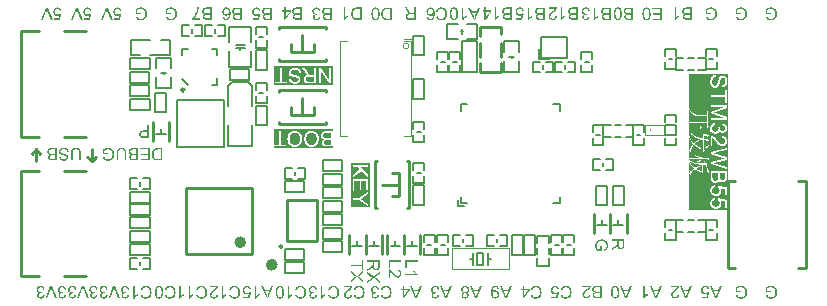
<source format=gto>
G04*
G04 #@! TF.GenerationSoftware,Altium Limited,Altium Designer,21.1.1 (26)*
G04*
G04 Layer_Color=65535*
%FSLAX25Y25*%
%MOIN*%
G70*
G04*
G04 #@! TF.SameCoordinates,D03CA9B7-62B2-491D-8750-CE627D1449E0*
G04*
G04*
G04 #@! TF.FilePolarity,Positive*
G04*
G01*
G75*
%ADD10C,0.01968*%
%ADD11C,0.02000*%
%ADD12C,0.00472*%
%ADD13C,0.00984*%
%ADD14C,0.00591*%
%ADD15C,0.01000*%
%ADD16C,0.00600*%
%ADD17C,0.00800*%
%ADD18C,0.00787*%
%ADD19C,0.00669*%
%ADD20C,0.00500*%
%ADD21C,0.00197*%
%ADD22C,0.00394*%
G36*
X430391Y376853D02*
X410609D01*
Y383147D01*
X430391D01*
Y376853D01*
D02*
G37*
G36*
X556022Y401759D02*
X562147D01*
Y356241D01*
X548978D01*
Y401759D01*
X556022D01*
D01*
D02*
G37*
G36*
X430391Y397853D02*
X410609D01*
Y404147D01*
X430391D01*
Y397853D01*
D02*
G37*
G36*
X442647Y357138D02*
X436353D01*
Y371862D01*
X442647D01*
Y357138D01*
D02*
G37*
G36*
X340739Y376994D02*
X340794D01*
X340854Y376988D01*
X340926Y376982D01*
X341076Y376958D01*
X341232Y376934D01*
X341389Y376892D01*
X341539Y376838D01*
X341545D01*
X341557Y376832D01*
X341575Y376820D01*
X341599Y376808D01*
X341671Y376772D01*
X341755Y376717D01*
X341851Y376645D01*
X341953Y376561D01*
X342050Y376459D01*
X342140Y376345D01*
Y376339D01*
X342152Y376327D01*
X342158Y376309D01*
X342176Y376285D01*
X342188Y376255D01*
X342206Y376219D01*
X342248Y376129D01*
X342290Y376014D01*
X342326Y375888D01*
X342350Y375744D01*
X342362Y375594D01*
X341845Y375546D01*
Y375552D01*
Y375558D01*
X341839Y375576D01*
Y375600D01*
X341827Y375654D01*
X341809Y375732D01*
X341785Y375810D01*
X341761Y375900D01*
X341719Y375984D01*
X341677Y376062D01*
X341671Y376068D01*
X341653Y376093D01*
X341623Y376135D01*
X341575Y376177D01*
X341515Y376231D01*
X341449Y376285D01*
X341358Y376339D01*
X341262Y376387D01*
X341256D01*
X341250Y376393D01*
X341232Y376399D01*
X341214Y376405D01*
X341154Y376423D01*
X341076Y376447D01*
X340980Y376471D01*
X340872Y376489D01*
X340752Y376501D01*
X340619Y376507D01*
X340565D01*
X340505Y376501D01*
X340433Y376495D01*
X340349Y376483D01*
X340253Y376471D01*
X340157Y376447D01*
X340066Y376417D01*
X340054Y376411D01*
X340024Y376399D01*
X339982Y376375D01*
X339928Y376351D01*
X339874Y376309D01*
X339814Y376267D01*
X339754Y376219D01*
X339706Y376159D01*
X339700Y376153D01*
X339688Y376129D01*
X339670Y376098D01*
X339646Y376050D01*
X339622Y376002D01*
X339604Y375942D01*
X339592Y375876D01*
X339586Y375804D01*
Y375798D01*
Y375768D01*
X339592Y375732D01*
X339598Y375684D01*
X339616Y375636D01*
X339634Y375576D01*
X339664Y375516D01*
X339706Y375461D01*
X339712Y375455D01*
X339730Y375437D01*
X339754Y375413D01*
X339796Y375377D01*
X339844Y375341D01*
X339910Y375299D01*
X339988Y375257D01*
X340078Y375221D01*
X340084Y375215D01*
X340114Y375209D01*
X340162Y375191D01*
X340193Y375185D01*
X340235Y375173D01*
X340277Y375155D01*
X340331Y375143D01*
X340391Y375125D01*
X340463Y375107D01*
X340535Y375089D01*
X340619Y375065D01*
X340716Y375041D01*
X340818Y375017D01*
X340824D01*
X340842Y375011D01*
X340872Y375005D01*
X340908Y374993D01*
X340956Y374981D01*
X341010Y374969D01*
X341130Y374933D01*
X341262Y374890D01*
X341401Y374848D01*
X341521Y374806D01*
X341575Y374782D01*
X341623Y374758D01*
X341629D01*
X341635Y374752D01*
X341671Y374728D01*
X341725Y374698D01*
X341785Y374650D01*
X341857Y374596D01*
X341930Y374530D01*
X342002Y374452D01*
X342062Y374368D01*
X342068Y374356D01*
X342086Y374326D01*
X342110Y374277D01*
X342134Y374217D01*
X342158Y374139D01*
X342182Y374049D01*
X342200Y373953D01*
X342206Y373851D01*
Y373845D01*
Y373839D01*
Y373821D01*
Y373797D01*
X342194Y373737D01*
X342182Y373658D01*
X342164Y373568D01*
X342134Y373466D01*
X342092Y373364D01*
X342032Y373262D01*
Y373256D01*
X342026Y373250D01*
X341996Y373214D01*
X341953Y373166D01*
X341899Y373106D01*
X341827Y373039D01*
X341737Y372967D01*
X341629Y372901D01*
X341509Y372841D01*
X341503D01*
X341491Y372835D01*
X341473Y372829D01*
X341449Y372817D01*
X341419Y372805D01*
X341376Y372793D01*
X341286Y372769D01*
X341172Y372745D01*
X341040Y372721D01*
X340902Y372703D01*
X340745Y372697D01*
X340667D01*
X340625Y372703D01*
X340583D01*
X340469Y372715D01*
X340343Y372733D01*
X340211Y372763D01*
X340066Y372799D01*
X339934Y372847D01*
X339928D01*
X339916Y372853D01*
X339898Y372865D01*
X339874Y372877D01*
X339814Y372907D01*
X339736Y372961D01*
X339646Y373021D01*
X339556Y373099D01*
X339471Y373190D01*
X339393Y373292D01*
Y373298D01*
X339387Y373304D01*
X339375Y373322D01*
X339363Y373340D01*
X339333Y373400D01*
X339297Y373478D01*
X339255Y373574D01*
X339225Y373689D01*
X339195Y373809D01*
X339183Y373941D01*
X339712Y373983D01*
Y373977D01*
Y373965D01*
X339718Y373947D01*
X339724Y373917D01*
X339742Y373851D01*
X339766Y373761D01*
X339802Y373664D01*
X339856Y373568D01*
X339922Y373478D01*
X340006Y373394D01*
X340018Y373388D01*
X340048Y373364D01*
X340108Y373328D01*
X340187Y373292D01*
X340289Y373256D01*
X340409Y373220D01*
X340559Y373196D01*
X340727Y373190D01*
X340812D01*
X340848Y373196D01*
X340896Y373202D01*
X341004Y373214D01*
X341124Y373238D01*
X341244Y373268D01*
X341358Y373316D01*
X341407Y373346D01*
X341455Y373376D01*
X341467Y373382D01*
X341491Y373406D01*
X341527Y373448D01*
X341563Y373496D01*
X341605Y373562D01*
X341641Y373634D01*
X341665Y373719D01*
X341677Y373815D01*
Y373827D01*
Y373851D01*
X341671Y373893D01*
X341659Y373941D01*
X341641Y374001D01*
X341611Y374061D01*
X341575Y374121D01*
X341521Y374181D01*
X341515Y374187D01*
X341485Y374205D01*
X341461Y374223D01*
X341437Y374235D01*
X341401Y374253D01*
X341358Y374277D01*
X341304Y374295D01*
X341244Y374320D01*
X341178Y374344D01*
X341100Y374374D01*
X341016Y374398D01*
X340920Y374428D01*
X340812Y374452D01*
X340691Y374482D01*
X340685D01*
X340661Y374488D01*
X340625Y374494D01*
X340583Y374506D01*
X340529Y374518D01*
X340463Y374536D01*
X340397Y374554D01*
X340325Y374572D01*
X340168Y374614D01*
X340018Y374656D01*
X339946Y374680D01*
X339880Y374704D01*
X339820Y374722D01*
X339772Y374746D01*
X339766D01*
X339754Y374752D01*
X339736Y374764D01*
X339712Y374776D01*
X339646Y374812D01*
X339567Y374860D01*
X339477Y374926D01*
X339387Y374999D01*
X339303Y375083D01*
X339231Y375173D01*
X339225Y375185D01*
X339201Y375215D01*
X339177Y375269D01*
X339141Y375341D01*
X339111Y375425D01*
X339081Y375528D01*
X339063Y375642D01*
X339057Y375762D01*
Y375768D01*
Y375774D01*
Y375792D01*
Y375816D01*
X339069Y375882D01*
X339081Y375966D01*
X339105Y376062D01*
X339135Y376165D01*
X339183Y376273D01*
X339249Y376387D01*
Y376393D01*
X339255Y376399D01*
X339285Y376435D01*
X339327Y376489D01*
X339387Y376549D01*
X339465Y376621D01*
X339562Y376699D01*
X339670Y376772D01*
X339796Y376838D01*
X339802D01*
X339814Y376844D01*
X339832Y376850D01*
X339856Y376862D01*
X339892Y376874D01*
X339934Y376892D01*
X340030Y376916D01*
X340144Y376946D01*
X340283Y376976D01*
X340433Y376994D01*
X340595Y377000D01*
X340691D01*
X340739Y376994D01*
D02*
G37*
G36*
X355476D02*
X355530D01*
X355596Y376988D01*
X355668Y376976D01*
X355747Y376970D01*
X355921Y376934D01*
X356107Y376892D01*
X356299Y376826D01*
X356396Y376790D01*
X356492Y376742D01*
X356498Y376736D01*
X356516Y376730D01*
X356540Y376712D01*
X356576Y376694D01*
X356618Y376663D01*
X356660Y376633D01*
X356774Y376549D01*
X356894Y376441D01*
X357021Y376309D01*
X357141Y376159D01*
X357249Y375984D01*
Y375978D01*
X357261Y375960D01*
X357273Y375936D01*
X357291Y375894D01*
X357309Y375852D01*
X357327Y375792D01*
X357351Y375732D01*
X357375Y375660D01*
X357399Y375582D01*
X357423Y375491D01*
X357441Y375401D01*
X357459Y375305D01*
X357489Y375095D01*
X357501Y374872D01*
Y374866D01*
Y374842D01*
Y374812D01*
X357495Y374770D01*
Y374716D01*
X357489Y374650D01*
X357477Y374584D01*
X357471Y374506D01*
X357453Y374422D01*
X357441Y374332D01*
X357393Y374139D01*
X357333Y373941D01*
X357249Y373743D01*
X357243Y373737D01*
X357237Y373719D01*
X357225Y373694D01*
X357201Y373658D01*
X357177Y373610D01*
X357147Y373562D01*
X357063Y373448D01*
X356961Y373316D01*
X356834Y373190D01*
X356690Y373063D01*
X356606Y373009D01*
X356522Y372955D01*
X356516Y372949D01*
X356498Y372943D01*
X356474Y372931D01*
X356438Y372913D01*
X356389Y372895D01*
X356335Y372871D01*
X356275Y372847D01*
X356203Y372823D01*
X356125Y372799D01*
X356041Y372781D01*
X355951Y372757D01*
X355855Y372739D01*
X355644Y372709D01*
X355536Y372697D01*
X355344D01*
X355308Y372703D01*
X355260D01*
X355146Y372715D01*
X355019Y372733D01*
X354887Y372763D01*
X354743Y372799D01*
X354605Y372847D01*
X354598D01*
X354587Y372853D01*
X354569Y372859D01*
X354544Y372871D01*
X354478Y372907D01*
X354394Y372949D01*
X354304Y373009D01*
X354208Y373081D01*
X354118Y373160D01*
X354034Y373256D01*
X354022Y373268D01*
X353998Y373304D01*
X353961Y373358D01*
X353913Y373436D01*
X353865Y373532D01*
X353811Y373652D01*
X353757Y373785D01*
X353715Y373935D01*
X354214Y374067D01*
Y374061D01*
X354220Y374055D01*
X354226Y374037D01*
X354232Y374013D01*
X354250Y373959D01*
X354274Y373887D01*
X354310Y373803D01*
X354352Y373725D01*
X354394Y373640D01*
X354448Y373568D01*
X354454Y373562D01*
X354472Y373538D01*
X354508Y373508D01*
X354551Y373466D01*
X354605Y373418D01*
X354677Y373370D01*
X354755Y373322D01*
X354845Y373280D01*
X354857Y373274D01*
X354887Y373262D01*
X354941Y373244D01*
X355013Y373220D01*
X355097Y373202D01*
X355193Y373184D01*
X355302Y373172D01*
X355416Y373166D01*
X355482D01*
X355512Y373172D01*
X355548D01*
X355638Y373178D01*
X355740Y373196D01*
X355855Y373214D01*
X355963Y373244D01*
X356071Y373286D01*
X356083Y373292D01*
X356119Y373304D01*
X356167Y373334D01*
X356227Y373364D01*
X356299Y373412D01*
X356378Y373460D01*
X356450Y373520D01*
X356516Y373586D01*
X356522Y373592D01*
X356546Y373616D01*
X356576Y373658D01*
X356612Y373707D01*
X356654Y373767D01*
X356696Y373839D01*
X356738Y373917D01*
X356780Y374001D01*
Y374007D01*
X356786Y374019D01*
X356792Y374037D01*
X356804Y374067D01*
X356816Y374103D01*
X356828Y374145D01*
X356846Y374193D01*
X356858Y374247D01*
X356888Y374374D01*
X356912Y374518D01*
X356930Y374668D01*
X356936Y374836D01*
Y374842D01*
Y374860D01*
Y374890D01*
X356930Y374926D01*
Y374975D01*
X356924Y375035D01*
X356918Y375095D01*
X356912Y375161D01*
X356888Y375311D01*
X356858Y375467D01*
X356810Y375624D01*
X356750Y375774D01*
Y375780D01*
X356738Y375792D01*
X356732Y375810D01*
X356714Y375834D01*
X356672Y375900D01*
X356606Y375984D01*
X356528Y376075D01*
X356432Y376165D01*
X356317Y376249D01*
X356191Y376327D01*
X356185D01*
X356173Y376333D01*
X356155Y376345D01*
X356125Y376357D01*
X356095Y376369D01*
X356053Y376381D01*
X355957Y376417D01*
X355837Y376447D01*
X355704Y376477D01*
X355560Y376501D01*
X355410Y376507D01*
X355350D01*
X355314Y376501D01*
X355278D01*
X355188Y376489D01*
X355079Y376477D01*
X354965Y376453D01*
X354839Y376417D01*
X354713Y376375D01*
X354707D01*
X354695Y376369D01*
X354683Y376363D01*
X354659Y376351D01*
X354592Y376321D01*
X354520Y376285D01*
X354436Y376243D01*
X354346Y376195D01*
X354262Y376141D01*
X354190Y376080D01*
Y375299D01*
X355416D01*
Y374806D01*
X353649D01*
Y376351D01*
X353655Y376357D01*
X353667Y376363D01*
X353691Y376381D01*
X353721Y376405D01*
X353757Y376429D01*
X353799Y376459D01*
X353853Y376495D01*
X353907Y376531D01*
X354034Y376609D01*
X354178Y376694D01*
X354328Y376772D01*
X354490Y376838D01*
X354496D01*
X354508Y376844D01*
X354532Y376850D01*
X354562Y376862D01*
X354605Y376874D01*
X354653Y376892D01*
X354707Y376904D01*
X354761Y376916D01*
X354893Y376946D01*
X355043Y376976D01*
X355206Y376994D01*
X355374Y377000D01*
X355434D01*
X355476Y376994D01*
D02*
G37*
G36*
X373500Y372769D02*
X371901D01*
X371793Y372775D01*
X371673Y372781D01*
X371553Y372793D01*
X371433Y372811D01*
X371330Y372829D01*
X371324D01*
X371312Y372835D01*
X371294D01*
X371270Y372847D01*
X371204Y372865D01*
X371120Y372895D01*
X371024Y372937D01*
X370922Y372991D01*
X370819Y373051D01*
X370723Y373130D01*
X370717Y373136D01*
X370711Y373142D01*
X370693Y373160D01*
X370669Y373178D01*
X370609Y373238D01*
X370537Y373322D01*
X370459Y373424D01*
X370375Y373544D01*
X370297Y373682D01*
X370231Y373839D01*
Y373845D01*
X370224Y373857D01*
X370213Y373881D01*
X370206Y373917D01*
X370188Y373959D01*
X370177Y374007D01*
X370164Y374061D01*
X370146Y374127D01*
X370128Y374193D01*
X370116Y374271D01*
X370086Y374440D01*
X370068Y374626D01*
X370062Y374830D01*
Y374836D01*
Y374848D01*
Y374879D01*
Y374908D01*
X370068Y374951D01*
Y374999D01*
X370074Y375113D01*
X370092Y375245D01*
X370110Y375383D01*
X370140Y375528D01*
X370177Y375672D01*
Y375678D01*
X370182Y375690D01*
X370188Y375708D01*
X370195Y375732D01*
X370218Y375798D01*
X370255Y375882D01*
X370291Y375978D01*
X370339Y376075D01*
X370399Y376177D01*
X370459Y376273D01*
X370465Y376285D01*
X370489Y376315D01*
X370525Y376357D01*
X370573Y376411D01*
X370627Y376471D01*
X370693Y376531D01*
X370759Y376597D01*
X370838Y376651D01*
X370850Y376657D01*
X370874Y376676D01*
X370916Y376699D01*
X370976Y376730D01*
X371048Y376766D01*
X371132Y376796D01*
X371228Y376832D01*
X371336Y376862D01*
X371348D01*
X371366Y376868D01*
X371385Y376874D01*
X371445Y376880D01*
X371529Y376892D01*
X371625Y376904D01*
X371739Y376916D01*
X371865Y376922D01*
X372004Y376928D01*
X373500D01*
Y372769D01*
D02*
G37*
G36*
X369299D02*
X366288D01*
Y373262D01*
X368746D01*
Y374530D01*
X366444D01*
Y375023D01*
X368746D01*
Y376435D01*
X366192D01*
Y376928D01*
X369299D01*
Y372769D01*
D02*
G37*
G36*
X365453D02*
X363818D01*
X363776Y372775D01*
X363728D01*
X363620Y372787D01*
X363499Y372799D01*
X363373Y372823D01*
X363247Y372853D01*
X363133Y372895D01*
X363127D01*
X363121Y372901D01*
X363085Y372919D01*
X363031Y372949D01*
X362970Y372991D01*
X362898Y373045D01*
X362820Y373112D01*
X362748Y373196D01*
X362682Y373286D01*
X362676Y373298D01*
X362658Y373334D01*
X362628Y373382D01*
X362598Y373454D01*
X362568Y373538D01*
X362538Y373628D01*
X362520Y373731D01*
X362514Y373833D01*
Y373845D01*
Y373875D01*
X362520Y373929D01*
X362532Y373995D01*
X362550Y374073D01*
X362580Y374157D01*
X362616Y374241D01*
X362664Y374332D01*
X362670Y374344D01*
X362688Y374368D01*
X362724Y374416D01*
X362772Y374464D01*
X362832Y374524D01*
X362904Y374590D01*
X362995Y374650D01*
X363097Y374710D01*
X363091D01*
X363079Y374716D01*
X363061Y374722D01*
X363037Y374734D01*
X362965Y374758D01*
X362880Y374800D01*
X362790Y374854D01*
X362688Y374921D01*
X362598Y374999D01*
X362514Y375095D01*
X362508Y375107D01*
X362484Y375143D01*
X362448Y375197D01*
X362411Y375269D01*
X362375Y375365D01*
X362339Y375467D01*
X362315Y375588D01*
X362309Y375720D01*
Y375726D01*
Y375732D01*
Y375768D01*
X362315Y375828D01*
X362327Y375900D01*
X362339Y375984D01*
X362364Y376075D01*
X362393Y376171D01*
X362436Y376267D01*
X362442Y376279D01*
X362460Y376309D01*
X362484Y376351D01*
X362520Y376411D01*
X362568Y376471D01*
X362616Y376537D01*
X362676Y376603D01*
X362742Y376657D01*
X362748Y376663D01*
X362772Y376681D01*
X362814Y376706D01*
X362868Y376730D01*
X362934Y376766D01*
X363013Y376802D01*
X363097Y376832D01*
X363199Y376862D01*
X363211D01*
X363247Y376874D01*
X363307Y376880D01*
X363385Y376892D01*
X363481Y376904D01*
X363596Y376916D01*
X363722Y376922D01*
X363866Y376928D01*
X365453D01*
Y372769D01*
D02*
G37*
G36*
X360001Y376994D02*
X360050D01*
X360110Y376988D01*
X360176Y376982D01*
X360242Y376976D01*
X360392Y376952D01*
X360555Y376916D01*
X360711Y376868D01*
X360861Y376802D01*
X360867D01*
X360879Y376790D01*
X360897Y376778D01*
X360921Y376766D01*
X360987Y376717D01*
X361065Y376651D01*
X361156Y376567D01*
X361240Y376471D01*
X361324Y376351D01*
X361390Y376219D01*
Y376213D01*
X361396Y376201D01*
X361402Y376177D01*
X361414Y376147D01*
X361426Y376111D01*
X361438Y376062D01*
X361456Y376008D01*
X361468Y375942D01*
X361480Y375870D01*
X361498Y375792D01*
X361510Y375708D01*
X361522Y375618D01*
X361534Y375516D01*
X361540Y375407D01*
X361546Y375293D01*
Y375173D01*
Y372769D01*
X360993D01*
Y375173D01*
Y375179D01*
Y375197D01*
Y375227D01*
Y375263D01*
X360987Y375305D01*
Y375359D01*
X360981Y375473D01*
X360969Y375606D01*
X360951Y375738D01*
X360927Y375864D01*
X360915Y375918D01*
X360897Y375972D01*
X360891Y375984D01*
X360879Y376014D01*
X360849Y376056D01*
X360813Y376116D01*
X360771Y376177D01*
X360711Y376243D01*
X360639Y376309D01*
X360555Y376363D01*
X360542Y376369D01*
X360512Y376387D01*
X360458Y376405D01*
X360386Y376429D01*
X360302Y376459D01*
X360194Y376477D01*
X360080Y376495D01*
X359953Y376501D01*
X359893D01*
X359857Y376495D01*
X359803D01*
X359749Y376489D01*
X359617Y376465D01*
X359473Y376435D01*
X359334Y376387D01*
X359202Y376321D01*
X359142Y376279D01*
X359088Y376231D01*
X359082Y376225D01*
X359076Y376219D01*
X359064Y376201D01*
X359046Y376177D01*
X359028Y376141D01*
X359004Y376104D01*
X358980Y376050D01*
X358956Y375996D01*
X358932Y375930D01*
X358914Y375852D01*
X358890Y375762D01*
X358872Y375666D01*
X358854Y375558D01*
X358842Y375443D01*
X358830Y375311D01*
Y375173D01*
Y372769D01*
X358277D01*
Y375173D01*
Y375179D01*
Y375203D01*
Y375233D01*
Y375275D01*
X358283Y375329D01*
Y375389D01*
X358289Y375461D01*
X358295Y375534D01*
X358313Y375696D01*
X358337Y375864D01*
X358373Y376026D01*
X358397Y376104D01*
X358421Y376177D01*
Y376183D01*
X358427Y376195D01*
X358439Y376213D01*
X358451Y376237D01*
X358487Y376303D01*
X358541Y376387D01*
X358613Y376483D01*
X358697Y376579D01*
X358805Y376681D01*
X358938Y376772D01*
X358944D01*
X358956Y376784D01*
X358974Y376790D01*
X359004Y376808D01*
X359040Y376826D01*
X359088Y376844D01*
X359136Y376862D01*
X359196Y376886D01*
X359262Y376910D01*
X359334Y376928D01*
X359413Y376946D01*
X359503Y376964D01*
X359593Y376976D01*
X359689Y376988D01*
X359905Y377000D01*
X359960D01*
X360001Y376994D01*
D02*
G37*
G36*
X344820D02*
X344868D01*
X344929Y376988D01*
X344995Y376982D01*
X345061Y376976D01*
X345211Y376952D01*
X345373Y376916D01*
X345530Y376868D01*
X345680Y376802D01*
X345686D01*
X345698Y376790D01*
X345716Y376778D01*
X345740Y376766D01*
X345806Y376717D01*
X345884Y376651D01*
X345974Y376567D01*
X346058Y376471D01*
X346143Y376351D01*
X346209Y376219D01*
Y376213D01*
X346215Y376201D01*
X346221Y376177D01*
X346233Y376147D01*
X346245Y376111D01*
X346257Y376062D01*
X346275Y376008D01*
X346287Y375942D01*
X346299Y375870D01*
X346317Y375792D01*
X346329Y375708D01*
X346341Y375618D01*
X346353Y375516D01*
X346359Y375407D01*
X346365Y375293D01*
Y375173D01*
Y372769D01*
X345812D01*
Y375173D01*
Y375179D01*
Y375197D01*
Y375227D01*
Y375263D01*
X345806Y375305D01*
Y375359D01*
X345800Y375473D01*
X345788Y375606D01*
X345770Y375738D01*
X345746Y375864D01*
X345734Y375918D01*
X345716Y375972D01*
X345710Y375984D01*
X345698Y376014D01*
X345668Y376056D01*
X345632Y376116D01*
X345590Y376177D01*
X345530Y376243D01*
X345457Y376309D01*
X345373Y376363D01*
X345361Y376369D01*
X345331Y376387D01*
X345277Y376405D01*
X345205Y376429D01*
X345121Y376459D01*
X345013Y376477D01*
X344898Y376495D01*
X344772Y376501D01*
X344712D01*
X344676Y376495D01*
X344622D01*
X344568Y376489D01*
X344436Y376465D01*
X344291Y376435D01*
X344153Y376387D01*
X344021Y376321D01*
X343961Y376279D01*
X343907Y376231D01*
X343901Y376225D01*
X343895Y376219D01*
X343883Y376201D01*
X343865Y376177D01*
X343847Y376141D01*
X343823Y376104D01*
X343799Y376050D01*
X343775Y375996D01*
X343751Y375930D01*
X343733Y375852D01*
X343708Y375762D01*
X343690Y375666D01*
X343672Y375558D01*
X343660Y375443D01*
X343648Y375311D01*
Y375173D01*
Y372769D01*
X343095D01*
Y375173D01*
Y375179D01*
Y375203D01*
Y375233D01*
Y375275D01*
X343101Y375329D01*
Y375389D01*
X343107Y375461D01*
X343113Y375534D01*
X343131Y375696D01*
X343156Y375864D01*
X343192Y376026D01*
X343216Y376104D01*
X343240Y376177D01*
Y376183D01*
X343246Y376195D01*
X343258Y376213D01*
X343270Y376237D01*
X343306Y376303D01*
X343360Y376387D01*
X343432Y376483D01*
X343516Y376579D01*
X343624Y376681D01*
X343757Y376772D01*
X343762D01*
X343775Y376784D01*
X343793Y376790D01*
X343823Y376808D01*
X343859Y376826D01*
X343907Y376844D01*
X343955Y376862D01*
X344015Y376886D01*
X344081Y376910D01*
X344153Y376928D01*
X344231Y376946D01*
X344321Y376964D01*
X344412Y376976D01*
X344508Y376988D01*
X344724Y377000D01*
X344778D01*
X344820Y376994D01*
D02*
G37*
G36*
X338323Y372769D02*
X336689D01*
X336647Y372775D01*
X336599D01*
X336490Y372787D01*
X336370Y372799D01*
X336244Y372823D01*
X336118Y372853D01*
X336004Y372895D01*
X335998D01*
X335992Y372901D01*
X335956Y372919D01*
X335901Y372949D01*
X335841Y372991D01*
X335769Y373045D01*
X335691Y373112D01*
X335619Y373196D01*
X335553Y373286D01*
X335547Y373298D01*
X335529Y373334D01*
X335499Y373382D01*
X335469Y373454D01*
X335439Y373538D01*
X335409Y373628D01*
X335391Y373731D01*
X335385Y373833D01*
Y373845D01*
Y373875D01*
X335391Y373929D01*
X335403Y373995D01*
X335421Y374073D01*
X335451Y374157D01*
X335487Y374241D01*
X335535Y374332D01*
X335541Y374344D01*
X335559Y374368D01*
X335595Y374416D01*
X335643Y374464D01*
X335703Y374524D01*
X335775Y374590D01*
X335865Y374650D01*
X335967Y374710D01*
X335962D01*
X335949Y374716D01*
X335931Y374722D01*
X335908Y374734D01*
X335835Y374758D01*
X335751Y374800D01*
X335661Y374854D01*
X335559Y374921D01*
X335469Y374999D01*
X335385Y375095D01*
X335379Y375107D01*
X335354Y375143D01*
X335318Y375197D01*
X335282Y375269D01*
X335246Y375365D01*
X335210Y375467D01*
X335186Y375588D01*
X335180Y375720D01*
Y375726D01*
Y375732D01*
Y375768D01*
X335186Y375828D01*
X335198Y375900D01*
X335210Y375984D01*
X335234Y376075D01*
X335264Y376171D01*
X335306Y376267D01*
X335313Y376279D01*
X335331Y376309D01*
X335354Y376351D01*
X335391Y376411D01*
X335439Y376471D01*
X335487Y376537D01*
X335547Y376603D01*
X335613Y376657D01*
X335619Y376663D01*
X335643Y376681D01*
X335685Y376706D01*
X335739Y376730D01*
X335805Y376766D01*
X335883Y376802D01*
X335967Y376832D01*
X336070Y376862D01*
X336082D01*
X336118Y376874D01*
X336178Y376880D01*
X336256Y376892D01*
X336352Y376904D01*
X336466Y376916D01*
X336593Y376922D01*
X336737Y376928D01*
X338323D01*
Y372769D01*
D02*
G37*
G36*
X576423Y330994D02*
X576477D01*
X576544Y330988D01*
X576616Y330976D01*
X576694Y330970D01*
X576868Y330934D01*
X577055Y330892D01*
X577247Y330826D01*
X577343Y330790D01*
X577439Y330742D01*
X577445Y330736D01*
X577463Y330730D01*
X577487Y330712D01*
X577523Y330694D01*
X577565Y330663D01*
X577607Y330633D01*
X577722Y330549D01*
X577842Y330441D01*
X577968Y330309D01*
X578088Y330159D01*
X578196Y329984D01*
Y329978D01*
X578208Y329960D01*
X578220Y329936D01*
X578238Y329894D01*
X578257Y329852D01*
X578274Y329792D01*
X578299Y329732D01*
X578323Y329660D01*
X578347Y329582D01*
X578371Y329491D01*
X578389Y329401D01*
X578407Y329305D01*
X578437Y329095D01*
X578449Y328872D01*
Y328866D01*
Y328842D01*
Y328812D01*
X578443Y328770D01*
Y328716D01*
X578437Y328650D01*
X578425Y328584D01*
X578419Y328506D01*
X578401Y328422D01*
X578389Y328332D01*
X578341Y328139D01*
X578280Y327941D01*
X578196Y327743D01*
X578190Y327737D01*
X578184Y327718D01*
X578172Y327695D01*
X578148Y327658D01*
X578124Y327610D01*
X578094Y327562D01*
X578010Y327448D01*
X577908Y327316D01*
X577782Y327190D01*
X577637Y327063D01*
X577553Y327009D01*
X577469Y326955D01*
X577463Y326949D01*
X577445Y326943D01*
X577421Y326931D01*
X577385Y326913D01*
X577337Y326895D01*
X577283Y326871D01*
X577223Y326847D01*
X577151Y326823D01*
X577072Y326799D01*
X576988Y326781D01*
X576898Y326757D01*
X576802Y326739D01*
X576592Y326709D01*
X576484Y326697D01*
X576291D01*
X576255Y326703D01*
X576207D01*
X576093Y326715D01*
X575967Y326733D01*
X575835Y326763D01*
X575690Y326799D01*
X575552Y326847D01*
X575546D01*
X575534Y326853D01*
X575516Y326859D01*
X575492Y326871D01*
X575426Y326907D01*
X575342Y326949D01*
X575251Y327009D01*
X575155Y327081D01*
X575065Y327160D01*
X574981Y327256D01*
X574969Y327268D01*
X574945Y327304D01*
X574909Y327358D01*
X574861Y327436D01*
X574813Y327532D01*
X574759Y327652D01*
X574705Y327785D01*
X574662Y327935D01*
X575161Y328067D01*
Y328061D01*
X575167Y328055D01*
X575173Y328037D01*
X575179Y328013D01*
X575197Y327959D01*
X575221Y327887D01*
X575257Y327803D01*
X575300Y327725D01*
X575342Y327640D01*
X575396Y327568D01*
X575402Y327562D01*
X575420Y327538D01*
X575456Y327508D01*
X575498Y327466D01*
X575552Y327418D01*
X575624Y327370D01*
X575702Y327322D01*
X575792Y327280D01*
X575804Y327274D01*
X575835Y327262D01*
X575889Y327244D01*
X575961Y327220D01*
X576045Y327202D01*
X576141Y327184D01*
X576249Y327172D01*
X576363Y327166D01*
X576430D01*
X576460Y327172D01*
X576496D01*
X576586Y327178D01*
X576688Y327196D01*
X576802Y327214D01*
X576910Y327244D01*
X577018Y327286D01*
X577031Y327292D01*
X577067Y327304D01*
X577115Y327334D01*
X577175Y327364D01*
X577247Y327412D01*
X577325Y327460D01*
X577397Y327520D01*
X577463Y327586D01*
X577469Y327592D01*
X577493Y327616D01*
X577523Y327658D01*
X577559Y327707D01*
X577601Y327767D01*
X577643Y327839D01*
X577685Y327917D01*
X577728Y328001D01*
Y328007D01*
X577734Y328019D01*
X577740Y328037D01*
X577752Y328067D01*
X577764Y328103D01*
X577776Y328145D01*
X577794Y328193D01*
X577806Y328247D01*
X577836Y328374D01*
X577860Y328518D01*
X577878Y328668D01*
X577884Y328836D01*
Y328842D01*
Y328860D01*
Y328890D01*
X577878Y328926D01*
Y328975D01*
X577872Y329035D01*
X577866Y329095D01*
X577860Y329161D01*
X577836Y329311D01*
X577806Y329468D01*
X577758Y329624D01*
X577698Y329774D01*
Y329780D01*
X577685Y329792D01*
X577679Y329810D01*
X577662Y329834D01*
X577619Y329900D01*
X577553Y329984D01*
X577475Y330075D01*
X577379Y330165D01*
X577265Y330249D01*
X577139Y330327D01*
X577133D01*
X577121Y330333D01*
X577103Y330345D01*
X577072Y330357D01*
X577042Y330369D01*
X577000Y330381D01*
X576904Y330417D01*
X576784Y330447D01*
X576652Y330477D01*
X576508Y330501D01*
X576357Y330507D01*
X576297D01*
X576261Y330501D01*
X576225D01*
X576135Y330489D01*
X576027Y330477D01*
X575913Y330453D01*
X575786Y330417D01*
X575660Y330375D01*
X575654D01*
X575642Y330369D01*
X575630Y330363D01*
X575606Y330351D01*
X575540Y330321D01*
X575468Y330285D01*
X575384Y330243D01*
X575294Y330195D01*
X575209Y330141D01*
X575137Y330081D01*
Y329299D01*
X576363D01*
Y328806D01*
X574596D01*
Y330351D01*
X574602Y330357D01*
X574614Y330363D01*
X574639Y330381D01*
X574669Y330405D01*
X574705Y330429D01*
X574747Y330459D01*
X574801Y330495D01*
X574855Y330531D01*
X574981Y330609D01*
X575125Y330694D01*
X575276Y330772D01*
X575438Y330838D01*
X575444D01*
X575456Y330844D01*
X575480Y330850D01*
X575510Y330862D01*
X575552Y330874D01*
X575600Y330892D01*
X575654Y330904D01*
X575708Y330916D01*
X575841Y330946D01*
X575991Y330976D01*
X576153Y330994D01*
X576321Y331000D01*
X576381D01*
X576423Y330994D01*
D02*
G37*
G36*
X538362Y326841D02*
X537761D01*
X536060Y331000D01*
X536685D01*
X537172Y329738D01*
X538915D01*
X539366Y331000D01*
X539949D01*
X538362Y326841D01*
D02*
G37*
G36*
X534414Y327749D02*
X534420Y327755D01*
X534450Y327779D01*
X534486Y327815D01*
X534546Y327857D01*
X534612Y327911D01*
X534696Y327971D01*
X534792Y328037D01*
X534900Y328103D01*
X534906D01*
X534912Y328109D01*
X534948Y328133D01*
X535009Y328163D01*
X535081Y328199D01*
X535165Y328241D01*
X535255Y328284D01*
X535345Y328326D01*
X535435Y328362D01*
Y327869D01*
X535429D01*
X535417Y327857D01*
X535393Y327851D01*
X535363Y327833D01*
X535327Y327815D01*
X535285Y327791D01*
X535183Y327731D01*
X535063Y327664D01*
X534942Y327580D01*
X534816Y327484D01*
X534690Y327382D01*
X534684Y327376D01*
X534678Y327370D01*
X534660Y327352D01*
X534636Y327334D01*
X534582Y327274D01*
X534510Y327202D01*
X534438Y327117D01*
X534360Y327021D01*
X534293Y326925D01*
X534233Y326823D01*
X533903D01*
Y331000D01*
X534414D01*
Y327749D01*
D02*
G37*
G36*
X548362Y326841D02*
X547761D01*
X546060Y331000D01*
X546685D01*
X547172Y329738D01*
X548915D01*
X549366Y331000D01*
X549949D01*
X548362Y326841D01*
D02*
G37*
G36*
X545898Y330994D02*
Y330970D01*
Y330934D01*
X545892Y330886D01*
X545886Y330832D01*
X545874Y330772D01*
X545862Y330712D01*
X545838Y330645D01*
Y330639D01*
X545832Y330633D01*
X545820Y330597D01*
X545796Y330543D01*
X545760Y330471D01*
X545712Y330387D01*
X545652Y330291D01*
X545586Y330195D01*
X545501Y330093D01*
Y330086D01*
X545489Y330081D01*
X545459Y330044D01*
X545405Y329990D01*
X545327Y329912D01*
X545237Y329822D01*
X545123Y329714D01*
X544985Y329594D01*
X544834Y329468D01*
X544828Y329461D01*
X544804Y329443D01*
X544768Y329413D01*
X544726Y329377D01*
X544672Y329329D01*
X544606Y329275D01*
X544540Y329215D01*
X544462Y329149D01*
X544311Y329005D01*
X544161Y328860D01*
X544089Y328788D01*
X544023Y328716D01*
X543963Y328650D01*
X543915Y328584D01*
Y328578D01*
X543903Y328572D01*
X543891Y328554D01*
X543879Y328530D01*
X543837Y328464D01*
X543789Y328386D01*
X543747Y328290D01*
X543704Y328187D01*
X543680Y328073D01*
X543668Y327965D01*
Y327959D01*
Y327953D01*
X543674Y327917D01*
X543680Y327857D01*
X543698Y327791D01*
X543722Y327707D01*
X543764Y327622D01*
X543819Y327538D01*
X543891Y327454D01*
X543903Y327442D01*
X543933Y327418D01*
X543975Y327388D01*
X544041Y327346D01*
X544125Y327310D01*
X544221Y327274D01*
X544336Y327250D01*
X544462Y327244D01*
X544498D01*
X544522Y327250D01*
X544594Y327256D01*
X544678Y327274D01*
X544768Y327298D01*
X544870Y327340D01*
X544967Y327394D01*
X545057Y327466D01*
X545069Y327478D01*
X545093Y327508D01*
X545129Y327556D01*
X545165Y327628D01*
X545207Y327712D01*
X545243Y327821D01*
X545267Y327941D01*
X545279Y328079D01*
X545802Y328025D01*
Y328019D01*
X545796Y328001D01*
Y327971D01*
X545790Y327929D01*
X545778Y327881D01*
X545766Y327827D01*
X545748Y327761D01*
X545730Y327695D01*
X545682Y327550D01*
X545610Y327406D01*
X545568Y327334D01*
X545513Y327262D01*
X545459Y327196D01*
X545399Y327136D01*
X545393Y327130D01*
X545381Y327123D01*
X545363Y327105D01*
X545333Y327087D01*
X545297Y327063D01*
X545255Y327039D01*
X545207Y327009D01*
X545147Y326979D01*
X545081Y326949D01*
X545009Y326919D01*
X544931Y326895D01*
X544846Y326871D01*
X544756Y326853D01*
X544660Y326835D01*
X544558Y326829D01*
X544450Y326823D01*
X544390D01*
X544347Y326829D01*
X544299Y326835D01*
X544239Y326841D01*
X544173Y326853D01*
X544107Y326865D01*
X543951Y326907D01*
X543795Y326967D01*
X543716Y327003D01*
X543638Y327045D01*
X543566Y327099D01*
X543500Y327160D01*
X543494Y327166D01*
X543482Y327172D01*
X543470Y327196D01*
X543446Y327220D01*
X543416Y327250D01*
X543386Y327292D01*
X543356Y327334D01*
X543320Y327388D01*
X543260Y327502D01*
X543200Y327646D01*
X543176Y327718D01*
X543163Y327803D01*
X543152Y327887D01*
X543146Y327977D01*
Y327989D01*
Y328019D01*
X543152Y328067D01*
X543157Y328133D01*
X543169Y328205D01*
X543194Y328290D01*
X543218Y328380D01*
X543254Y328470D01*
X543260Y328482D01*
X543272Y328512D01*
X543296Y328560D01*
X543332Y328626D01*
X543380Y328698D01*
X543440Y328788D01*
X543512Y328878D01*
X543596Y328981D01*
X543608Y328993D01*
X543638Y329029D01*
X543668Y329059D01*
X543698Y329089D01*
X543735Y329125D01*
X543783Y329173D01*
X543831Y329221D01*
X543891Y329275D01*
X543951Y329335D01*
X544023Y329401D01*
X544101Y329468D01*
X544185Y329546D01*
X544281Y329624D01*
X544378Y329708D01*
X544384Y329714D01*
X544396Y329726D01*
X544420Y329744D01*
X544450Y329768D01*
X544486Y329804D01*
X544528Y329840D01*
X544624Y329918D01*
X544726Y330008D01*
X544822Y330099D01*
X544906Y330177D01*
X544943Y330207D01*
X544973Y330237D01*
X544979Y330243D01*
X544997Y330261D01*
X545021Y330285D01*
X545051Y330321D01*
X545081Y330363D01*
X545117Y330405D01*
X545189Y330507D01*
X543140D01*
Y331000D01*
X545898D01*
Y330994D01*
D02*
G37*
G36*
X566423D02*
X566477D01*
X566544Y330988D01*
X566616Y330976D01*
X566694Y330970D01*
X566868Y330934D01*
X567055Y330892D01*
X567247Y330826D01*
X567343Y330790D01*
X567439Y330742D01*
X567445Y330736D01*
X567463Y330730D01*
X567487Y330712D01*
X567523Y330694D01*
X567565Y330663D01*
X567607Y330633D01*
X567722Y330549D01*
X567842Y330441D01*
X567968Y330309D01*
X568088Y330159D01*
X568196Y329984D01*
Y329978D01*
X568208Y329960D01*
X568220Y329936D01*
X568238Y329894D01*
X568257Y329852D01*
X568274Y329792D01*
X568299Y329732D01*
X568323Y329660D01*
X568347Y329582D01*
X568371Y329491D01*
X568389Y329401D01*
X568407Y329305D01*
X568437Y329095D01*
X568449Y328872D01*
Y328866D01*
Y328842D01*
Y328812D01*
X568443Y328770D01*
Y328716D01*
X568437Y328650D01*
X568425Y328584D01*
X568419Y328506D01*
X568401Y328422D01*
X568389Y328332D01*
X568341Y328139D01*
X568281Y327941D01*
X568196Y327743D01*
X568190Y327737D01*
X568184Y327718D01*
X568172Y327695D01*
X568148Y327658D01*
X568124Y327610D01*
X568094Y327562D01*
X568010Y327448D01*
X567908Y327316D01*
X567782Y327190D01*
X567637Y327063D01*
X567553Y327009D01*
X567469Y326955D01*
X567463Y326949D01*
X567445Y326943D01*
X567421Y326931D01*
X567385Y326913D01*
X567337Y326895D01*
X567283Y326871D01*
X567223Y326847D01*
X567151Y326823D01*
X567072Y326799D01*
X566988Y326781D01*
X566898Y326757D01*
X566802Y326739D01*
X566592Y326709D01*
X566484Y326697D01*
X566291D01*
X566255Y326703D01*
X566207D01*
X566093Y326715D01*
X565967Y326733D01*
X565835Y326763D01*
X565690Y326799D01*
X565552Y326847D01*
X565546D01*
X565534Y326853D01*
X565516Y326859D01*
X565492Y326871D01*
X565426Y326907D01*
X565342Y326949D01*
X565251Y327009D01*
X565155Y327081D01*
X565065Y327160D01*
X564981Y327256D01*
X564969Y327268D01*
X564945Y327304D01*
X564909Y327358D01*
X564861Y327436D01*
X564813Y327532D01*
X564759Y327652D01*
X564705Y327785D01*
X564663Y327935D01*
X565161Y328067D01*
Y328061D01*
X565167Y328055D01*
X565173Y328037D01*
X565179Y328013D01*
X565197Y327959D01*
X565222Y327887D01*
X565258Y327803D01*
X565300Y327725D01*
X565342Y327640D01*
X565396Y327568D01*
X565402Y327562D01*
X565420Y327538D01*
X565456Y327508D01*
X565498Y327466D01*
X565552Y327418D01*
X565624Y327370D01*
X565702Y327322D01*
X565792Y327280D01*
X565804Y327274D01*
X565835Y327262D01*
X565889Y327244D01*
X565961Y327220D01*
X566045Y327202D01*
X566141Y327184D01*
X566249Y327172D01*
X566363Y327166D01*
X566430D01*
X566460Y327172D01*
X566496D01*
X566586Y327178D01*
X566688Y327196D01*
X566802Y327214D01*
X566910Y327244D01*
X567018Y327286D01*
X567030Y327292D01*
X567066Y327304D01*
X567115Y327334D01*
X567175Y327364D01*
X567247Y327412D01*
X567325Y327460D01*
X567397Y327520D01*
X567463Y327586D01*
X567469Y327592D01*
X567493Y327616D01*
X567523Y327658D01*
X567559Y327707D01*
X567601Y327767D01*
X567643Y327839D01*
X567686Y327917D01*
X567728Y328001D01*
Y328007D01*
X567734Y328019D01*
X567740Y328037D01*
X567752Y328067D01*
X567764Y328103D01*
X567776Y328145D01*
X567794Y328193D01*
X567806Y328247D01*
X567836Y328374D01*
X567860Y328518D01*
X567878Y328668D01*
X567884Y328836D01*
Y328842D01*
Y328860D01*
Y328890D01*
X567878Y328926D01*
Y328975D01*
X567872Y329035D01*
X567866Y329095D01*
X567860Y329161D01*
X567836Y329311D01*
X567806Y329468D01*
X567758Y329624D01*
X567698Y329774D01*
Y329780D01*
X567686Y329792D01*
X567680Y329810D01*
X567662Y329834D01*
X567619Y329900D01*
X567553Y329984D01*
X567475Y330075D01*
X567379Y330165D01*
X567265Y330249D01*
X567139Y330327D01*
X567133D01*
X567121Y330333D01*
X567103Y330345D01*
X567072Y330357D01*
X567042Y330369D01*
X567000Y330381D01*
X566904Y330417D01*
X566784Y330447D01*
X566652Y330477D01*
X566508Y330501D01*
X566357Y330507D01*
X566297D01*
X566261Y330501D01*
X566225D01*
X566135Y330489D01*
X566027Y330477D01*
X565913Y330453D01*
X565786Y330417D01*
X565660Y330375D01*
X565654D01*
X565642Y330369D01*
X565630Y330363D01*
X565606Y330351D01*
X565540Y330321D01*
X565468Y330285D01*
X565384Y330243D01*
X565294Y330195D01*
X565209Y330141D01*
X565137Y330081D01*
Y329299D01*
X566363D01*
Y328806D01*
X564596D01*
Y330351D01*
X564602Y330357D01*
X564614Y330363D01*
X564639Y330381D01*
X564669Y330405D01*
X564705Y330429D01*
X564747Y330459D01*
X564801Y330495D01*
X564855Y330531D01*
X564981Y330609D01*
X565125Y330694D01*
X565275Y330772D01*
X565438Y330838D01*
X565444D01*
X565456Y330844D01*
X565480Y330850D01*
X565510Y330862D01*
X565552Y330874D01*
X565600Y330892D01*
X565654Y330904D01*
X565708Y330916D01*
X565840Y330946D01*
X565991Y330976D01*
X566153Y330994D01*
X566321Y331000D01*
X566381D01*
X566423Y330994D01*
D02*
G37*
G36*
X554588D02*
X554636Y330988D01*
X554690Y330982D01*
X554756Y330976D01*
X554822Y330958D01*
X554973Y330922D01*
X555123Y330868D01*
X555201Y330832D01*
X555279Y330790D01*
X555351Y330742D01*
X555423Y330687D01*
X555429Y330681D01*
X555441Y330676D01*
X555453Y330651D01*
X555477Y330627D01*
X555507Y330597D01*
X555538Y330561D01*
X555574Y330513D01*
X555604Y330459D01*
X555640Y330405D01*
X555676Y330339D01*
X555742Y330195D01*
X555796Y330026D01*
X555814Y329936D01*
X555826Y329840D01*
X555291Y329798D01*
Y329804D01*
Y329816D01*
X555285Y329834D01*
X555279Y329864D01*
X555261Y329930D01*
X555237Y330020D01*
X555201Y330111D01*
X555153Y330213D01*
X555093Y330303D01*
X555021Y330387D01*
X555009Y330393D01*
X554985Y330417D01*
X554937Y330447D01*
X554870Y330483D01*
X554798Y330519D01*
X554708Y330549D01*
X554606Y330573D01*
X554492Y330579D01*
X554456D01*
X554432Y330573D01*
X554359Y330567D01*
X554275Y330543D01*
X554173Y330513D01*
X554071Y330465D01*
X553963Y330393D01*
X553915Y330351D01*
X553867Y330303D01*
X553861Y330297D01*
X553855Y330291D01*
X553843Y330273D01*
X553825Y330255D01*
X553783Y330189D01*
X553734Y330104D01*
X553692Y330002D01*
X553650Y329876D01*
X553620Y329726D01*
X553608Y329648D01*
Y329564D01*
Y329558D01*
Y329546D01*
Y329521D01*
X553614Y329491D01*
Y329455D01*
X553620Y329413D01*
X553638Y329317D01*
X553668Y329203D01*
X553710Y329089D01*
X553770Y328981D01*
X553855Y328878D01*
Y328872D01*
X553867Y328866D01*
X553897Y328836D01*
X553951Y328794D01*
X554023Y328746D01*
X554119Y328704D01*
X554227Y328662D01*
X554354Y328632D01*
X554426Y328620D01*
X554540D01*
X554588Y328626D01*
X554648Y328632D01*
X554720Y328650D01*
X554792Y328668D01*
X554870Y328698D01*
X554949Y328734D01*
X554954Y328740D01*
X554979Y328752D01*
X555015Y328782D01*
X555063Y328812D01*
X555111Y328854D01*
X555159Y328908D01*
X555213Y328963D01*
X555255Y329029D01*
X555736Y328963D01*
X555333Y326823D01*
X553266D01*
Y327310D01*
X554930D01*
X555153Y328434D01*
X555147Y328428D01*
X555135Y328422D01*
X555117Y328410D01*
X555087Y328392D01*
X555051Y328374D01*
X555009Y328350D01*
X554912Y328302D01*
X554792Y328253D01*
X554660Y328211D01*
X554516Y328181D01*
X554444Y328169D01*
X554311D01*
X554275Y328175D01*
X554227Y328181D01*
X554173Y328187D01*
X554113Y328199D01*
X554047Y328217D01*
X553903Y328259D01*
X553825Y328290D01*
X553747Y328332D01*
X553668Y328374D01*
X553590Y328422D01*
X553518Y328482D01*
X553446Y328548D01*
X553440Y328554D01*
X553428Y328566D01*
X553410Y328584D01*
X553386Y328614D01*
X553356Y328656D01*
X553326Y328698D01*
X553290Y328752D01*
X553254Y328812D01*
X553224Y328878D01*
X553188Y328951D01*
X553158Y329035D01*
X553127Y329119D01*
X553103Y329209D01*
X553085Y329311D01*
X553073Y329413D01*
X553067Y329521D01*
Y329528D01*
Y329546D01*
Y329576D01*
X553073Y329618D01*
X553079Y329666D01*
X553085Y329720D01*
X553097Y329786D01*
X553109Y329852D01*
X553146Y330008D01*
X553206Y330171D01*
X553242Y330255D01*
X553290Y330333D01*
X553338Y330417D01*
X553398Y330495D01*
X553404Y330501D01*
X553416Y330519D01*
X553440Y330543D01*
X553470Y330573D01*
X553512Y330609D01*
X553560Y330657D01*
X553620Y330699D01*
X553686Y330748D01*
X553758Y330796D01*
X553843Y330838D01*
X553933Y330880D01*
X554029Y330922D01*
X554131Y330952D01*
X554245Y330976D01*
X554365Y330994D01*
X554492Y331000D01*
X554546D01*
X554588Y330994D01*
D02*
G37*
G36*
X558362Y326769D02*
X557761D01*
X556060Y330928D01*
X556685D01*
X557172Y329666D01*
X558915D01*
X559366Y330928D01*
X559949D01*
X558362Y326769D01*
D02*
G37*
G36*
X498110Y330994D02*
X498164D01*
X498230Y330988D01*
X498302Y330976D01*
X498386Y330964D01*
X498560Y330934D01*
X498741Y330886D01*
X498921Y330820D01*
X499005Y330778D01*
X499089Y330730D01*
X499095Y330724D01*
X499107Y330717D01*
X499131Y330699D01*
X499156Y330676D01*
X499192Y330651D01*
X499234Y330615D01*
X499282Y330573D01*
X499330Y330525D01*
X499378Y330471D01*
X499432Y330417D01*
X499540Y330279D01*
X499642Y330117D01*
X499732Y329936D01*
Y329930D01*
X499745Y329912D01*
X499751Y329882D01*
X499768Y329846D01*
X499781Y329798D01*
X499799Y329738D01*
X499823Y329672D01*
X499841Y329600D01*
X499859Y329521D01*
X499883Y329431D01*
X499913Y329245D01*
X499937Y329035D01*
X499949Y328818D01*
Y328812D01*
Y328788D01*
Y328752D01*
X499943Y328710D01*
Y328650D01*
X499937Y328590D01*
X499931Y328512D01*
X499919Y328434D01*
X499889Y328259D01*
X499847Y328067D01*
X499787Y327875D01*
X499702Y327689D01*
X499696Y327682D01*
X499690Y327664D01*
X499678Y327640D01*
X499654Y327610D01*
X499630Y327568D01*
X499600Y327520D01*
X499522Y327412D01*
X499420Y327292D01*
X499300Y327172D01*
X499161Y327051D01*
X498999Y326949D01*
X498993Y326943D01*
X498975Y326937D01*
X498951Y326925D01*
X498921Y326907D01*
X498873Y326889D01*
X498825Y326871D01*
X498765Y326847D01*
X498699Y326823D01*
X498627Y326799D01*
X498549Y326775D01*
X498380Y326739D01*
X498188Y326709D01*
X497990Y326697D01*
X497929D01*
X497887Y326703D01*
X497833Y326709D01*
X497767Y326715D01*
X497701Y326721D01*
X497623Y326739D01*
X497461Y326775D01*
X497280Y326829D01*
X497190Y326865D01*
X497106Y326907D01*
X497022Y326961D01*
X496938Y327015D01*
X496932Y327021D01*
X496920Y327027D01*
X496896Y327045D01*
X496866Y327076D01*
X496836Y327105D01*
X496794Y327148D01*
X496751Y327196D01*
X496703Y327244D01*
X496655Y327304D01*
X496607Y327376D01*
X496553Y327448D01*
X496505Y327526D01*
X496463Y327616D01*
X496415Y327707D01*
X496379Y327803D01*
X496343Y327911D01*
X496884Y328037D01*
Y328031D01*
X496890Y328019D01*
X496902Y327995D01*
X496914Y327965D01*
X496926Y327929D01*
X496944Y327881D01*
X496992Y327785D01*
X497052Y327677D01*
X497124Y327568D01*
X497214Y327466D01*
X497310Y327376D01*
X497323Y327364D01*
X497359Y327340D01*
X497419Y327310D01*
X497497Y327268D01*
X497599Y327232D01*
X497713Y327196D01*
X497851Y327172D01*
X498002Y327166D01*
X498050D01*
X498080Y327172D01*
X498122D01*
X498170Y327178D01*
X498284Y327196D01*
X498410Y327220D01*
X498542Y327262D01*
X498681Y327322D01*
X498807Y327400D01*
X498813D01*
X498819Y327412D01*
X498861Y327442D01*
X498915Y327490D01*
X498981Y327562D01*
X499059Y327652D01*
X499131Y327755D01*
X499198Y327881D01*
X499258Y328019D01*
Y328025D01*
X499264Y328037D01*
X499270Y328055D01*
X499276Y328085D01*
X499288Y328121D01*
X499300Y328163D01*
X499318Y328266D01*
X499342Y328386D01*
X499366Y328518D01*
X499378Y328662D01*
X499384Y328818D01*
Y328824D01*
Y328842D01*
Y328872D01*
Y328908D01*
X499378Y328951D01*
Y329005D01*
X499372Y329065D01*
X499366Y329131D01*
X499348Y329275D01*
X499318Y329431D01*
X499282Y329588D01*
X499234Y329744D01*
Y329750D01*
X499228Y329762D01*
X499216Y329780D01*
X499204Y329810D01*
X499167Y329882D01*
X499113Y329966D01*
X499047Y330062D01*
X498963Y330165D01*
X498867Y330255D01*
X498753Y330339D01*
X498747D01*
X498735Y330345D01*
X498717Y330357D01*
X498693Y330369D01*
X498663Y330381D01*
X498627Y330399D01*
X498542Y330435D01*
X498434Y330471D01*
X498314Y330501D01*
X498182Y330525D01*
X498044Y330531D01*
X498002D01*
X497965Y330525D01*
X497923D01*
X497881Y330519D01*
X497773Y330495D01*
X497647Y330465D01*
X497521Y330417D01*
X497389Y330351D01*
X497323Y330315D01*
X497262Y330267D01*
X497256Y330261D01*
X497250Y330255D01*
X497232Y330237D01*
X497208Y330219D01*
X497184Y330189D01*
X497154Y330153D01*
X497118Y330117D01*
X497088Y330068D01*
X497052Y330014D01*
X497010Y329954D01*
X496974Y329894D01*
X496938Y329822D01*
X496908Y329744D01*
X496878Y329660D01*
X496848Y329570D01*
X496824Y329473D01*
X496271Y329612D01*
Y329618D01*
X496277Y329642D01*
X496289Y329678D01*
X496307Y329726D01*
X496325Y329780D01*
X496349Y329846D01*
X496379Y329918D01*
X496415Y329996D01*
X496499Y330165D01*
X496607Y330333D01*
X496673Y330417D01*
X496739Y330501D01*
X496812Y330573D01*
X496896Y330645D01*
X496902Y330651D01*
X496914Y330663D01*
X496944Y330676D01*
X496974Y330699D01*
X497022Y330730D01*
X497070Y330760D01*
X497136Y330790D01*
X497202Y330820D01*
X497280Y330856D01*
X497365Y330886D01*
X497455Y330916D01*
X497551Y330946D01*
X497653Y330970D01*
X497761Y330982D01*
X497875Y330994D01*
X497996Y331000D01*
X498062D01*
X498110Y330994D01*
D02*
G37*
G36*
X494167Y329930D02*
X495976D01*
Y329461D01*
X494071Y326769D01*
X493656D01*
Y329461D01*
X493091D01*
Y329930D01*
X493656D01*
Y330928D01*
X494167D01*
Y329930D01*
D02*
G37*
G36*
X504564Y330994D02*
X504612Y330988D01*
X504666Y330982D01*
X504732Y330976D01*
X504798Y330958D01*
X504949Y330922D01*
X505099Y330868D01*
X505177Y330832D01*
X505255Y330790D01*
X505327Y330742D01*
X505399Y330687D01*
X505405Y330681D01*
X505417Y330676D01*
X505429Y330651D01*
X505453Y330627D01*
X505483Y330597D01*
X505513Y330561D01*
X505549Y330513D01*
X505580Y330459D01*
X505616Y330405D01*
X505652Y330339D01*
X505718Y330195D01*
X505772Y330026D01*
X505790Y329936D01*
X505802Y329840D01*
X505267Y329798D01*
Y329804D01*
Y329816D01*
X505261Y329834D01*
X505255Y329864D01*
X505237Y329930D01*
X505213Y330020D01*
X505177Y330111D01*
X505129Y330213D01*
X505069Y330303D01*
X504997Y330387D01*
X504985Y330393D01*
X504960Y330417D01*
X504912Y330447D01*
X504846Y330483D01*
X504774Y330519D01*
X504684Y330549D01*
X504582Y330573D01*
X504468Y330579D01*
X504432D01*
X504408Y330573D01*
X504335Y330567D01*
X504251Y330543D01*
X504149Y330513D01*
X504047Y330465D01*
X503939Y330393D01*
X503891Y330351D01*
X503843Y330303D01*
X503837Y330297D01*
X503831Y330291D01*
X503819Y330273D01*
X503801Y330255D01*
X503758Y330189D01*
X503710Y330104D01*
X503668Y330002D01*
X503626Y329876D01*
X503596Y329726D01*
X503584Y329648D01*
Y329564D01*
Y329558D01*
Y329546D01*
Y329521D01*
X503590Y329491D01*
Y329455D01*
X503596Y329413D01*
X503614Y329317D01*
X503644Y329203D01*
X503686Y329089D01*
X503747Y328981D01*
X503831Y328878D01*
Y328872D01*
X503843Y328866D01*
X503873Y328836D01*
X503927Y328794D01*
X503999Y328746D01*
X504095Y328704D01*
X504203Y328662D01*
X504329Y328632D01*
X504402Y328620D01*
X504516D01*
X504564Y328626D01*
X504624Y328632D01*
X504696Y328650D01*
X504768Y328668D01*
X504846Y328698D01*
X504924Y328734D01*
X504930Y328740D01*
X504954Y328752D01*
X504991Y328782D01*
X505039Y328812D01*
X505087Y328854D01*
X505135Y328908D01*
X505189Y328963D01*
X505231Y329029D01*
X505712Y328963D01*
X505309Y326823D01*
X503242D01*
Y327310D01*
X504906D01*
X505129Y328434D01*
X505123Y328428D01*
X505111Y328422D01*
X505093Y328410D01*
X505063Y328392D01*
X505027Y328374D01*
X504985Y328350D01*
X504888Y328302D01*
X504768Y328253D01*
X504636Y328211D01*
X504492Y328181D01*
X504420Y328169D01*
X504287D01*
X504251Y328175D01*
X504203Y328181D01*
X504149Y328187D01*
X504089Y328199D01*
X504023Y328217D01*
X503879Y328259D01*
X503801Y328290D01*
X503722Y328332D01*
X503644Y328374D01*
X503566Y328422D01*
X503494Y328482D01*
X503422Y328548D01*
X503416Y328554D01*
X503404Y328566D01*
X503386Y328584D01*
X503362Y328614D01*
X503332Y328656D01*
X503302Y328698D01*
X503266Y328752D01*
X503230Y328812D01*
X503200Y328878D01*
X503163Y328951D01*
X503133Y329035D01*
X503103Y329119D01*
X503079Y329209D01*
X503061Y329311D01*
X503049Y329413D01*
X503043Y329521D01*
Y329528D01*
Y329546D01*
Y329576D01*
X503049Y329618D01*
X503055Y329666D01*
X503061Y329720D01*
X503073Y329786D01*
X503085Y329852D01*
X503122Y330008D01*
X503182Y330171D01*
X503218Y330255D01*
X503266Y330333D01*
X503314Y330417D01*
X503374Y330495D01*
X503380Y330501D01*
X503392Y330519D01*
X503416Y330543D01*
X503446Y330573D01*
X503488Y330609D01*
X503536Y330657D01*
X503596Y330699D01*
X503662Y330748D01*
X503734Y330796D01*
X503819Y330838D01*
X503909Y330880D01*
X504005Y330922D01*
X504107Y330952D01*
X504221Y330976D01*
X504342Y330994D01*
X504468Y331000D01*
X504522D01*
X504564Y330994D01*
D02*
G37*
G36*
X508110D02*
X508164D01*
X508230Y330988D01*
X508302Y330976D01*
X508386Y330964D01*
X508561Y330934D01*
X508741Y330886D01*
X508921Y330820D01*
X509005Y330778D01*
X509089Y330730D01*
X509095Y330724D01*
X509107Y330717D01*
X509131Y330699D01*
X509156Y330676D01*
X509192Y330651D01*
X509234Y330615D01*
X509282Y330573D01*
X509330Y330525D01*
X509378Y330471D01*
X509432Y330417D01*
X509540Y330279D01*
X509642Y330117D01*
X509732Y329936D01*
Y329930D01*
X509745Y329912D01*
X509751Y329882D01*
X509768Y329846D01*
X509781Y329798D01*
X509799Y329738D01*
X509823Y329672D01*
X509841Y329600D01*
X509859Y329521D01*
X509883Y329431D01*
X509913Y329245D01*
X509937Y329035D01*
X509949Y328818D01*
Y328812D01*
Y328788D01*
Y328752D01*
X509943Y328710D01*
Y328650D01*
X509937Y328590D01*
X509931Y328512D01*
X509919Y328434D01*
X509889Y328259D01*
X509847Y328067D01*
X509787Y327875D01*
X509702Y327689D01*
X509696Y327682D01*
X509690Y327664D01*
X509678Y327640D01*
X509654Y327610D01*
X509630Y327568D01*
X509600Y327520D01*
X509522Y327412D01*
X509420Y327292D01*
X509300Y327172D01*
X509162Y327051D01*
X508999Y326949D01*
X508993Y326943D01*
X508975Y326937D01*
X508951Y326925D01*
X508921Y326907D01*
X508873Y326889D01*
X508825Y326871D01*
X508765Y326847D01*
X508699Y326823D01*
X508627Y326799D01*
X508548Y326775D01*
X508380Y326739D01*
X508188Y326709D01*
X507990Y326697D01*
X507930D01*
X507887Y326703D01*
X507833Y326709D01*
X507767Y326715D01*
X507701Y326721D01*
X507623Y326739D01*
X507461Y326775D01*
X507280Y326829D01*
X507190Y326865D01*
X507106Y326907D01*
X507022Y326961D01*
X506938Y327015D01*
X506932Y327021D01*
X506920Y327027D01*
X506896Y327045D01*
X506866Y327076D01*
X506836Y327105D01*
X506794Y327148D01*
X506751Y327196D01*
X506703Y327244D01*
X506655Y327304D01*
X506607Y327376D01*
X506553Y327448D01*
X506505Y327526D01*
X506463Y327616D01*
X506415Y327707D01*
X506379Y327803D01*
X506343Y327911D01*
X506884Y328037D01*
Y328031D01*
X506890Y328019D01*
X506902Y327995D01*
X506914Y327965D01*
X506926Y327929D01*
X506944Y327881D01*
X506992Y327785D01*
X507052Y327677D01*
X507124Y327568D01*
X507214Y327466D01*
X507310Y327376D01*
X507323Y327364D01*
X507359Y327340D01*
X507419Y327310D01*
X507497Y327268D01*
X507599Y327232D01*
X507713Y327196D01*
X507851Y327172D01*
X508002Y327166D01*
X508050D01*
X508080Y327172D01*
X508122D01*
X508170Y327178D01*
X508284Y327196D01*
X508410Y327220D01*
X508542Y327262D01*
X508681Y327322D01*
X508807Y327400D01*
X508813D01*
X508819Y327412D01*
X508861Y327442D01*
X508915Y327490D01*
X508981Y327562D01*
X509059Y327652D01*
X509131Y327755D01*
X509198Y327881D01*
X509258Y328019D01*
Y328025D01*
X509264Y328037D01*
X509270Y328055D01*
X509276Y328085D01*
X509288Y328121D01*
X509300Y328163D01*
X509318Y328266D01*
X509342Y328386D01*
X509366Y328518D01*
X509378Y328662D01*
X509384Y328818D01*
Y328824D01*
Y328842D01*
Y328872D01*
Y328908D01*
X509378Y328951D01*
Y329005D01*
X509372Y329065D01*
X509366Y329131D01*
X509348Y329275D01*
X509318Y329431D01*
X509282Y329588D01*
X509234Y329744D01*
Y329750D01*
X509228Y329762D01*
X509216Y329780D01*
X509204Y329810D01*
X509167Y329882D01*
X509113Y329966D01*
X509047Y330062D01*
X508963Y330165D01*
X508867Y330255D01*
X508753Y330339D01*
X508747D01*
X508735Y330345D01*
X508717Y330357D01*
X508693Y330369D01*
X508663Y330381D01*
X508627Y330399D01*
X508542Y330435D01*
X508434Y330471D01*
X508314Y330501D01*
X508182Y330525D01*
X508044Y330531D01*
X508002D01*
X507966Y330525D01*
X507923D01*
X507881Y330519D01*
X507773Y330495D01*
X507647Y330465D01*
X507521Y330417D01*
X507389Y330351D01*
X507323Y330315D01*
X507262Y330267D01*
X507256Y330261D01*
X507250Y330255D01*
X507232Y330237D01*
X507208Y330219D01*
X507184Y330189D01*
X507154Y330153D01*
X507118Y330117D01*
X507088Y330068D01*
X507052Y330014D01*
X507010Y329954D01*
X506974Y329894D01*
X506938Y329822D01*
X506908Y329744D01*
X506878Y329660D01*
X506848Y329570D01*
X506824Y329473D01*
X506271Y329612D01*
Y329618D01*
X506277Y329642D01*
X506289Y329678D01*
X506307Y329726D01*
X506325Y329780D01*
X506349Y329846D01*
X506379Y329918D01*
X506415Y329996D01*
X506499Y330165D01*
X506607Y330333D01*
X506673Y330417D01*
X506740Y330501D01*
X506812Y330573D01*
X506896Y330645D01*
X506902Y330651D01*
X506914Y330663D01*
X506944Y330676D01*
X506974Y330699D01*
X507022Y330730D01*
X507070Y330760D01*
X507136Y330790D01*
X507202Y330820D01*
X507280Y330856D01*
X507365Y330886D01*
X507455Y330916D01*
X507551Y330946D01*
X507653Y330970D01*
X507761Y330982D01*
X507875Y330994D01*
X507996Y331000D01*
X508062D01*
X508110Y330994D01*
D02*
G37*
G36*
X528362Y326769D02*
X527761D01*
X526060Y330928D01*
X526685D01*
X527172Y329666D01*
X528915D01*
X529366Y330928D01*
X529949D01*
X528362Y326769D01*
D02*
G37*
G36*
X524570Y330994D02*
X524618Y330988D01*
X524678Y330976D01*
X524744Y330964D01*
X524816Y330946D01*
X524888Y330922D01*
X524966Y330898D01*
X525045Y330862D01*
X525123Y330820D01*
X525201Y330772D01*
X525279Y330712D01*
X525351Y330645D01*
X525417Y330573D01*
X525423Y330567D01*
X525435Y330549D01*
X525453Y330519D01*
X525483Y330471D01*
X525513Y330417D01*
X525543Y330345D01*
X525586Y330261D01*
X525622Y330165D01*
X525658Y330056D01*
X525694Y329930D01*
X525730Y329792D01*
X525760Y329636D01*
X525790Y329468D01*
X525808Y329287D01*
X525820Y329089D01*
X525826Y328878D01*
Y328872D01*
Y328848D01*
Y328806D01*
Y328758D01*
X525820Y328692D01*
Y328620D01*
X525814Y328542D01*
X525808Y328452D01*
X525790Y328266D01*
X525760Y328067D01*
X525724Y327869D01*
X525700Y327779D01*
X525676Y327689D01*
Y327682D01*
X525670Y327671D01*
X525658Y327646D01*
X525646Y327616D01*
X525634Y327574D01*
X525610Y327532D01*
X525562Y327430D01*
X525501Y327322D01*
X525423Y327208D01*
X525333Y327094D01*
X525225Y326997D01*
X525219D01*
X525213Y326985D01*
X525195Y326973D01*
X525171Y326961D01*
X525141Y326937D01*
X525105Y326919D01*
X525015Y326871D01*
X524906Y326829D01*
X524780Y326787D01*
X524630Y326763D01*
X524468Y326751D01*
X524414D01*
X524347Y326757D01*
X524269Y326769D01*
X524179Y326787D01*
X524083Y326811D01*
X523981Y326841D01*
X523885Y326889D01*
X523879D01*
X523873Y326895D01*
X523843Y326913D01*
X523795Y326943D01*
X523735Y326985D01*
X523668Y327045D01*
X523596Y327112D01*
X523530Y327190D01*
X523464Y327280D01*
X523458Y327292D01*
X523434Y327322D01*
X523410Y327376D01*
X523368Y327454D01*
X523332Y327544D01*
X523284Y327646D01*
X523242Y327767D01*
X523206Y327899D01*
Y327905D01*
X523200Y327917D01*
X523194Y327935D01*
X523188Y327965D01*
X523182Y328001D01*
X523176Y328043D01*
X523164Y328097D01*
X523158Y328157D01*
X523145Y328223D01*
X523139Y328295D01*
X523134Y328380D01*
X523122Y328464D01*
X523115Y328560D01*
Y328656D01*
X523109Y328764D01*
Y328878D01*
Y328885D01*
Y328908D01*
Y328951D01*
Y328999D01*
X523115Y329065D01*
Y329137D01*
X523122Y329215D01*
X523128Y329299D01*
X523145Y329491D01*
X523176Y329690D01*
X523212Y329882D01*
X523236Y329972D01*
X523266Y330062D01*
Y330068D01*
X523272Y330081D01*
X523284Y330104D01*
X523296Y330135D01*
X523308Y330177D01*
X523332Y330219D01*
X523380Y330321D01*
X523440Y330429D01*
X523518Y330549D01*
X523608Y330657D01*
X523716Y330760D01*
X523723D01*
X523729Y330772D01*
X523746Y330784D01*
X523771Y330796D01*
X523801Y330814D01*
X523831Y330838D01*
X523921Y330880D01*
X524029Y330922D01*
X524155Y330964D01*
X524305Y330988D01*
X524468Y331000D01*
X524528D01*
X524570Y330994D01*
D02*
G37*
G36*
X519949Y326841D02*
X518314D01*
X518272Y326847D01*
X518224D01*
X518116Y326859D01*
X517996Y326871D01*
X517869Y326895D01*
X517743Y326925D01*
X517629Y326967D01*
X517623D01*
X517617Y326973D01*
X517581Y326991D01*
X517527Y327021D01*
X517467Y327063D01*
X517395Y327117D01*
X517316Y327184D01*
X517244Y327268D01*
X517178Y327358D01*
X517172Y327370D01*
X517154Y327406D01*
X517124Y327454D01*
X517094Y327526D01*
X517064Y327610D01*
X517034Y327700D01*
X517016Y327803D01*
X517010Y327905D01*
Y327917D01*
Y327947D01*
X517016Y328001D01*
X517028Y328067D01*
X517046Y328145D01*
X517076Y328229D01*
X517112Y328313D01*
X517160Y328404D01*
X517166Y328416D01*
X517184Y328440D01*
X517220Y328488D01*
X517268Y328536D01*
X517329Y328596D01*
X517401Y328662D01*
X517491Y328722D01*
X517593Y328782D01*
X517587D01*
X517575Y328788D01*
X517557Y328794D01*
X517533Y328806D01*
X517461Y328830D01*
X517377Y328872D01*
X517286Y328926D01*
X517184Y328993D01*
X517094Y329071D01*
X517010Y329167D01*
X517004Y329179D01*
X516980Y329215D01*
X516944Y329269D01*
X516908Y329341D01*
X516872Y329437D01*
X516836Y329540D01*
X516812Y329660D01*
X516806Y329792D01*
Y329798D01*
Y329804D01*
Y329840D01*
X516812Y329900D01*
X516824Y329972D01*
X516836Y330056D01*
X516860Y330147D01*
X516890Y330243D01*
X516932Y330339D01*
X516938Y330351D01*
X516956Y330381D01*
X516980Y330423D01*
X517016Y330483D01*
X517064Y330543D01*
X517112Y330609D01*
X517172Y330676D01*
X517238Y330730D01*
X517244Y330736D01*
X517268Y330754D01*
X517310Y330778D01*
X517365Y330802D01*
X517431Y330838D01*
X517509Y330874D01*
X517593Y330904D01*
X517695Y330934D01*
X517707D01*
X517743Y330946D01*
X517803Y330952D01*
X517881Y330964D01*
X517978Y330976D01*
X518092Y330988D01*
X518218Y330994D01*
X518362Y331000D01*
X519949D01*
Y326841D01*
D02*
G37*
G36*
X516331Y330994D02*
Y330970D01*
Y330934D01*
X516325Y330886D01*
X516319Y330832D01*
X516307Y330772D01*
X516295Y330712D01*
X516271Y330645D01*
Y330639D01*
X516265Y330633D01*
X516253Y330597D01*
X516229Y330543D01*
X516193Y330471D01*
X516145Y330387D01*
X516084Y330291D01*
X516018Y330195D01*
X515934Y330093D01*
Y330086D01*
X515922Y330081D01*
X515892Y330044D01*
X515838Y329990D01*
X515760Y329912D01*
X515670Y329822D01*
X515555Y329714D01*
X515417Y329594D01*
X515267Y329468D01*
X515261Y329461D01*
X515237Y329443D01*
X515201Y329413D01*
X515159Y329377D01*
X515105Y329329D01*
X515039Y329275D01*
X514972Y329215D01*
X514894Y329149D01*
X514744Y329005D01*
X514594Y328860D01*
X514522Y328788D01*
X514456Y328716D01*
X514396Y328650D01*
X514348Y328584D01*
Y328578D01*
X514335Y328572D01*
X514324Y328554D01*
X514311Y328530D01*
X514269Y328464D01*
X514221Y328386D01*
X514179Y328290D01*
X514137Y328187D01*
X514113Y328073D01*
X514101Y327965D01*
Y327959D01*
Y327953D01*
X514107Y327917D01*
X514113Y327857D01*
X514131Y327791D01*
X514155Y327707D01*
X514197Y327622D01*
X514251Y327538D01*
X514324Y327454D01*
X514335Y327442D01*
X514365Y327418D01*
X514408Y327388D01*
X514474Y327346D01*
X514558Y327310D01*
X514654Y327274D01*
X514768Y327250D01*
X514894Y327244D01*
X514930D01*
X514955Y327250D01*
X515027Y327256D01*
X515111Y327274D01*
X515201Y327298D01*
X515303Y327340D01*
X515399Y327394D01*
X515489Y327466D01*
X515501Y327478D01*
X515525Y327508D01*
X515561Y327556D01*
X515598Y327628D01*
X515640Y327712D01*
X515676Y327821D01*
X515700Y327941D01*
X515712Y328079D01*
X516235Y328025D01*
Y328019D01*
X516229Y328001D01*
Y327971D01*
X516223Y327929D01*
X516211Y327881D01*
X516199Y327827D01*
X516181Y327761D01*
X516162Y327695D01*
X516114Y327550D01*
X516042Y327406D01*
X516000Y327334D01*
X515946Y327262D01*
X515892Y327196D01*
X515832Y327136D01*
X515826Y327130D01*
X515814Y327123D01*
X515796Y327105D01*
X515766Y327087D01*
X515730Y327063D01*
X515688Y327039D01*
X515640Y327009D01*
X515580Y326979D01*
X515513Y326949D01*
X515441Y326919D01*
X515363Y326895D01*
X515279Y326871D01*
X515189Y326853D01*
X515093Y326835D01*
X514991Y326829D01*
X514882Y326823D01*
X514822D01*
X514780Y326829D01*
X514732Y326835D01*
X514672Y326841D01*
X514606Y326853D01*
X514540Y326865D01*
X514384Y326907D01*
X514227Y326967D01*
X514149Y327003D01*
X514071Y327045D01*
X513999Y327099D01*
X513933Y327160D01*
X513927Y327166D01*
X513915Y327172D01*
X513903Y327196D01*
X513879Y327220D01*
X513849Y327250D01*
X513819Y327292D01*
X513789Y327334D01*
X513753Y327388D01*
X513692Y327502D01*
X513632Y327646D01*
X513608Y327718D01*
X513596Y327803D01*
X513584Y327887D01*
X513578Y327977D01*
Y327989D01*
Y328019D01*
X513584Y328067D01*
X513590Y328133D01*
X513602Y328205D01*
X513626Y328290D01*
X513650Y328380D01*
X513686Y328470D01*
X513692Y328482D01*
X513704Y328512D01*
X513729Y328560D01*
X513764Y328626D01*
X513813Y328698D01*
X513873Y328788D01*
X513945Y328878D01*
X514029Y328981D01*
X514041Y328993D01*
X514071Y329029D01*
X514101Y329059D01*
X514131Y329089D01*
X514167Y329125D01*
X514215Y329173D01*
X514263Y329221D01*
X514324Y329275D01*
X514384Y329335D01*
X514456Y329401D01*
X514534Y329468D01*
X514618Y329546D01*
X514714Y329624D01*
X514810Y329708D01*
X514816Y329714D01*
X514828Y329726D01*
X514852Y329744D01*
X514882Y329768D01*
X514919Y329804D01*
X514960Y329840D01*
X515057Y329918D01*
X515159Y330008D01*
X515255Y330099D01*
X515339Y330177D01*
X515375Y330207D01*
X515405Y330237D01*
X515411Y330243D01*
X515429Y330261D01*
X515453Y330285D01*
X515483Y330321D01*
X515513Y330363D01*
X515550Y330405D01*
X515622Y330507D01*
X513572D01*
Y331000D01*
X516331D01*
Y330994D01*
D02*
G37*
G36*
X458362Y326841D02*
X457761D01*
X456060Y331000D01*
X456685D01*
X457172Y329738D01*
X458915D01*
X459366Y331000D01*
X459949D01*
X458362Y326841D01*
D02*
G37*
G36*
X454191Y330002D02*
X456000D01*
Y329534D01*
X454095Y326841D01*
X453680D01*
Y329534D01*
X453115D01*
Y330002D01*
X453680D01*
Y331000D01*
X454191D01*
Y330002D01*
D02*
G37*
G36*
X464594Y330994D02*
X464642Y330988D01*
X464696Y330982D01*
X464756Y330970D01*
X464822Y330958D01*
X464966Y330922D01*
X465117Y330862D01*
X465195Y330826D01*
X465267Y330784D01*
X465339Y330730D01*
X465411Y330676D01*
X465417Y330669D01*
X465429Y330657D01*
X465447Y330639D01*
X465465Y330615D01*
X465495Y330585D01*
X465525Y330543D01*
X465561Y330501D01*
X465598Y330447D01*
X465634Y330387D01*
X465670Y330327D01*
X465736Y330183D01*
X465790Y330014D01*
X465808Y329924D01*
X465820Y329828D01*
X465309Y329762D01*
Y329768D01*
X465303Y329780D01*
X465297Y329804D01*
X465291Y329834D01*
X465285Y329870D01*
X465273Y329912D01*
X465243Y330002D01*
X465201Y330111D01*
X465147Y330213D01*
X465087Y330309D01*
X465015Y330393D01*
X465003Y330399D01*
X464979Y330423D01*
X464930Y330453D01*
X464870Y330483D01*
X464798Y330519D01*
X464708Y330549D01*
X464606Y330573D01*
X464498Y330579D01*
X464462D01*
X464438Y330573D01*
X464371Y330567D01*
X464287Y330549D01*
X464191Y330519D01*
X464089Y330477D01*
X463987Y330417D01*
X463891Y330333D01*
X463879Y330321D01*
X463849Y330285D01*
X463813Y330231D01*
X463764Y330159D01*
X463716Y330068D01*
X463680Y329966D01*
X463650Y329846D01*
X463638Y329714D01*
Y329708D01*
Y329696D01*
Y329678D01*
X463644Y329654D01*
X463650Y329588D01*
X463668Y329509D01*
X463692Y329413D01*
X463734Y329317D01*
X463795Y329221D01*
X463873Y329131D01*
X463885Y329119D01*
X463915Y329095D01*
X463963Y329059D01*
X464029Y329017D01*
X464113Y328975D01*
X464215Y328939D01*
X464329Y328914D01*
X464456Y328903D01*
X464510D01*
X464552Y328908D01*
X464606Y328914D01*
X464666Y328926D01*
X464738Y328939D01*
X464816Y328957D01*
X464756Y328506D01*
X464726D01*
X464702Y328512D01*
X464624D01*
X464558Y328500D01*
X464480Y328488D01*
X464390Y328470D01*
X464287Y328440D01*
X464191Y328398D01*
X464089Y328344D01*
X464083D01*
X464077Y328338D01*
X464047Y328313D01*
X464005Y328272D01*
X463957Y328217D01*
X463909Y328139D01*
X463867Y328049D01*
X463837Y327947D01*
X463825Y327887D01*
Y327821D01*
Y327815D01*
Y327809D01*
Y327773D01*
X463837Y327725D01*
X463849Y327658D01*
X463873Y327586D01*
X463903Y327508D01*
X463951Y327430D01*
X464017Y327358D01*
X464023Y327352D01*
X464053Y327328D01*
X464095Y327298D01*
X464149Y327262D01*
X464221Y327232D01*
X464305Y327202D01*
X464402Y327178D01*
X464510Y327172D01*
X464558D01*
X464612Y327184D01*
X464684Y327196D01*
X464762Y327220D01*
X464840Y327250D01*
X464924Y327298D01*
X465003Y327358D01*
X465009Y327364D01*
X465033Y327394D01*
X465069Y327436D01*
X465111Y327496D01*
X465153Y327574D01*
X465195Y327671D01*
X465231Y327785D01*
X465255Y327917D01*
X465766Y327827D01*
Y327821D01*
X465760Y327803D01*
X465754Y327779D01*
X465748Y327743D01*
X465736Y327700D01*
X465718Y327652D01*
X465682Y327538D01*
X465622Y327406D01*
X465550Y327274D01*
X465459Y327148D01*
X465345Y327033D01*
X465339Y327027D01*
X465327Y327021D01*
X465309Y327009D01*
X465285Y326991D01*
X465255Y326967D01*
X465213Y326943D01*
X465171Y326919D01*
X465117Y326889D01*
X464997Y326841D01*
X464858Y326793D01*
X464696Y326763D01*
X464612Y326751D01*
X464462D01*
X464396Y326757D01*
X464318Y326769D01*
X464221Y326787D01*
X464113Y326817D01*
X464005Y326853D01*
X463897Y326901D01*
X463891D01*
X463885Y326907D01*
X463849Y326925D01*
X463795Y326961D01*
X463734Y327003D01*
X463662Y327063D01*
X463590Y327130D01*
X463518Y327208D01*
X463458Y327298D01*
X463452Y327310D01*
X463434Y327340D01*
X463410Y327394D01*
X463380Y327460D01*
X463350Y327538D01*
X463326Y327628D01*
X463308Y327731D01*
X463302Y327833D01*
Y327845D01*
Y327881D01*
X463308Y327929D01*
X463320Y327995D01*
X463338Y328073D01*
X463368Y328157D01*
X463404Y328241D01*
X463452Y328326D01*
X463458Y328338D01*
X463476Y328362D01*
X463512Y328404D01*
X463560Y328452D01*
X463620Y328506D01*
X463692Y328566D01*
X463777Y328620D01*
X463879Y328674D01*
X463873D01*
X463861Y328680D01*
X463843Y328686D01*
X463819Y328692D01*
X463753Y328716D01*
X463668Y328752D01*
X463572Y328800D01*
X463476Y328860D01*
X463386Y328939D01*
X463302Y329029D01*
X463296Y329041D01*
X463272Y329077D01*
X463236Y329137D01*
X463200Y329215D01*
X463164Y329311D01*
X463128Y329425D01*
X463103Y329558D01*
X463097Y329702D01*
Y329708D01*
Y329726D01*
Y329756D01*
X463103Y329792D01*
X463109Y329840D01*
X463122Y329894D01*
X463133Y329954D01*
X463145Y330020D01*
X463194Y330165D01*
X463230Y330243D01*
X463266Y330315D01*
X463314Y330393D01*
X463368Y330471D01*
X463428Y330549D01*
X463500Y330621D01*
X463506Y330627D01*
X463518Y330639D01*
X463542Y330657D01*
X463572Y330681D01*
X463608Y330712D01*
X463656Y330742D01*
X463710Y330778D01*
X463777Y330808D01*
X463843Y330844D01*
X463921Y330880D01*
X463999Y330910D01*
X464089Y330940D01*
X464185Y330964D01*
X464287Y330982D01*
X464390Y330994D01*
X464504Y331000D01*
X464558D01*
X464594Y330994D01*
D02*
G37*
G36*
X468362Y326769D02*
X467761D01*
X466060Y330928D01*
X466685D01*
X467172Y329666D01*
X468915D01*
X469366Y330928D01*
X469949D01*
X468362Y326769D01*
D02*
G37*
G36*
X484660Y330994D02*
X484702D01*
X484750Y330988D01*
X484864Y330964D01*
X484991Y330934D01*
X485123Y330886D01*
X485255Y330820D01*
X485321Y330778D01*
X485381Y330730D01*
X485387Y330724D01*
X485393Y330717D01*
X485411Y330699D01*
X485429Y330681D01*
X485453Y330651D01*
X485483Y330615D01*
X485543Y330531D01*
X485604Y330423D01*
X485664Y330291D01*
X485712Y330141D01*
X485748Y329966D01*
X485255Y329924D01*
Y329930D01*
X485249Y329942D01*
Y329954D01*
X485243Y329978D01*
X485225Y330044D01*
X485201Y330117D01*
X485171Y330201D01*
X485129Y330285D01*
X485081Y330363D01*
X485021Y330429D01*
X485015Y330435D01*
X484991Y330453D01*
X484948Y330477D01*
X484900Y330501D01*
X484834Y330531D01*
X484756Y330555D01*
X484666Y330573D01*
X484570Y330579D01*
X484528D01*
X484486Y330573D01*
X484432Y330567D01*
X484366Y330555D01*
X484299Y330537D01*
X484227Y330513D01*
X484161Y330477D01*
X484155Y330471D01*
X484131Y330459D01*
X484095Y330435D01*
X484059Y330399D01*
X484011Y330357D01*
X483963Y330309D01*
X483915Y330255D01*
X483867Y330189D01*
X483861Y330183D01*
X483849Y330153D01*
X483825Y330111D01*
X483801Y330056D01*
X483771Y329984D01*
X483741Y329900D01*
X483710Y329804D01*
X483680Y329696D01*
Y329690D01*
X483674Y329684D01*
Y329666D01*
X483668Y329642D01*
X483656Y329582D01*
X483638Y329503D01*
X483626Y329407D01*
X483614Y329305D01*
X483608Y329191D01*
X483602Y329071D01*
Y329065D01*
Y329047D01*
Y329017D01*
Y328969D01*
X483608Y328981D01*
X483632Y329011D01*
X483668Y329053D01*
X483710Y329113D01*
X483771Y329173D01*
X483843Y329239D01*
X483927Y329305D01*
X484023Y329365D01*
X484035Y329371D01*
X484071Y329389D01*
X484125Y329413D01*
X484191Y329437D01*
X484281Y329468D01*
X484377Y329491D01*
X484486Y329509D01*
X484600Y329516D01*
X484648D01*
X484684Y329509D01*
X484732Y329503D01*
X484780Y329498D01*
X484840Y329486D01*
X484900Y329468D01*
X485039Y329425D01*
X485111Y329395D01*
X485183Y329359D01*
X485261Y329317D01*
X485333Y329263D01*
X485405Y329209D01*
X485471Y329143D01*
X485477Y329137D01*
X485489Y329125D01*
X485501Y329107D01*
X485526Y329077D01*
X485556Y329035D01*
X485586Y328993D01*
X485616Y328939D01*
X485646Y328878D01*
X485682Y328812D01*
X485712Y328740D01*
X485742Y328656D01*
X485772Y328572D01*
X485796Y328476D01*
X485808Y328374D01*
X485820Y328272D01*
X485826Y328157D01*
Y328151D01*
Y328127D01*
Y328097D01*
X485820Y328055D01*
X485814Y328001D01*
X485808Y327935D01*
X485796Y327869D01*
X485778Y327791D01*
X485736Y327634D01*
X485706Y327550D01*
X485670Y327460D01*
X485628Y327376D01*
X485573Y327298D01*
X485519Y327214D01*
X485453Y327142D01*
X485447Y327136D01*
X485435Y327123D01*
X485417Y327105D01*
X485387Y327081D01*
X485351Y327051D01*
X485303Y327015D01*
X485255Y326985D01*
X485195Y326943D01*
X485135Y326907D01*
X485063Y326877D01*
X484900Y326811D01*
X484816Y326787D01*
X484720Y326769D01*
X484624Y326757D01*
X484522Y326751D01*
X484480D01*
X484450Y326757D01*
X484420D01*
X484377Y326763D01*
X484275Y326781D01*
X484161Y326805D01*
X484035Y326847D01*
X483909Y326901D01*
X483783Y326973D01*
X483777D01*
X483771Y326985D01*
X483752Y326997D01*
X483729Y327015D01*
X483668Y327063D01*
X483590Y327130D01*
X483512Y327220D01*
X483422Y327328D01*
X483344Y327454D01*
X483272Y327598D01*
Y327604D01*
X483266Y327616D01*
X483254Y327640D01*
X483242Y327671D01*
X483230Y327712D01*
X483212Y327767D01*
X483200Y327827D01*
X483182Y327893D01*
X483163Y327971D01*
X483146Y328061D01*
X483134Y328157D01*
X483121Y328259D01*
X483109Y328374D01*
X483097Y328494D01*
X483091Y328626D01*
Y328764D01*
Y328770D01*
Y328800D01*
Y328842D01*
Y328896D01*
X483097Y328963D01*
Y329041D01*
X483103Y329131D01*
X483115Y329221D01*
X483134Y329425D01*
X483163Y329642D01*
X483206Y329846D01*
X483236Y329948D01*
X483266Y330038D01*
Y330044D01*
X483272Y330056D01*
X483284Y330081D01*
X483296Y330117D01*
X483314Y330153D01*
X483338Y330201D01*
X483398Y330303D01*
X483470Y330417D01*
X483554Y330537D01*
X483662Y330651D01*
X483783Y330754D01*
X483789D01*
X483801Y330766D01*
X483819Y330778D01*
X483843Y330790D01*
X483879Y330808D01*
X483915Y330832D01*
X483963Y330856D01*
X484011Y330874D01*
X484125Y330922D01*
X484263Y330964D01*
X484414Y330988D01*
X484582Y331000D01*
X484630D01*
X484660Y330994D01*
D02*
G37*
G36*
X488362Y326769D02*
X487761D01*
X486060Y330928D01*
X486685D01*
X487172Y329666D01*
X488915D01*
X489366Y330928D01*
X489949D01*
X488362Y326769D01*
D02*
G37*
G36*
X478362D02*
X477761D01*
X476060Y330928D01*
X476685D01*
X477172Y329666D01*
X478915D01*
X479366Y330928D01*
X479949D01*
X478362Y326769D01*
D02*
G37*
G36*
X474564Y330994D02*
X474618Y330988D01*
X474678Y330982D01*
X474744Y330970D01*
X474816Y330952D01*
X474978Y330910D01*
X475063Y330880D01*
X475141Y330850D01*
X475225Y330808D01*
X475309Y330760D01*
X475387Y330705D01*
X475459Y330639D01*
X475465Y330633D01*
X475477Y330621D01*
X475495Y330603D01*
X475519Y330573D01*
X475543Y330537D01*
X475580Y330495D01*
X475610Y330447D01*
X475646Y330387D01*
X475682Y330327D01*
X475712Y330255D01*
X475772Y330104D01*
X475796Y330014D01*
X475814Y329924D01*
X475826Y329828D01*
X475832Y329732D01*
Y329726D01*
Y329714D01*
Y329690D01*
X475826Y329666D01*
Y329630D01*
X475820Y329588D01*
X475808Y329491D01*
X475784Y329383D01*
X475748Y329275D01*
X475694Y329161D01*
X475628Y329053D01*
Y329047D01*
X475616Y329041D01*
X475592Y329011D01*
X475543Y328963D01*
X475477Y328903D01*
X475393Y328842D01*
X475291Y328776D01*
X475177Y328722D01*
X475039Y328680D01*
X475045D01*
X475051Y328674D01*
X475069Y328668D01*
X475093Y328656D01*
X475147Y328632D01*
X475219Y328596D01*
X475297Y328548D01*
X475375Y328488D01*
X475447Y328422D01*
X475513Y328350D01*
X475519Y328338D01*
X475537Y328313D01*
X475562Y328266D01*
X475586Y328205D01*
X475616Y328127D01*
X475640Y328037D01*
X475658Y327935D01*
X475664Y327827D01*
Y327821D01*
Y327809D01*
Y327785D01*
X475658Y327749D01*
X475652Y327712D01*
X475646Y327664D01*
X475622Y327562D01*
X475586Y327442D01*
X475526Y327316D01*
X475489Y327250D01*
X475447Y327184D01*
X475393Y327123D01*
X475339Y327063D01*
X475333Y327057D01*
X475321Y327051D01*
X475303Y327033D01*
X475279Y327015D01*
X475249Y326991D01*
X475207Y326967D01*
X475159Y326937D01*
X475111Y326907D01*
X475051Y326877D01*
X474985Y326847D01*
X474912Y326823D01*
X474834Y326799D01*
X474666Y326763D01*
X474570Y326757D01*
X474474Y326751D01*
X474420D01*
X474384Y326757D01*
X474335Y326763D01*
X474281Y326769D01*
X474221Y326775D01*
X474161Y326793D01*
X474017Y326829D01*
X473873Y326883D01*
X473801Y326919D01*
X473729Y326961D01*
X473662Y327015D01*
X473596Y327069D01*
X473590Y327076D01*
X473584Y327081D01*
X473566Y327099D01*
X473542Y327123D01*
X473518Y327160D01*
X473488Y327196D01*
X473428Y327286D01*
X473368Y327400D01*
X473314Y327532D01*
X473272Y327682D01*
X473266Y327761D01*
X473260Y327845D01*
Y327851D01*
Y327857D01*
Y327893D01*
X473266Y327947D01*
X473278Y328013D01*
X473296Y328097D01*
X473326Y328181D01*
X473362Y328266D01*
X473416Y328350D01*
X473422Y328362D01*
X473446Y328386D01*
X473482Y328422D01*
X473530Y328470D01*
X473596Y328524D01*
X473674Y328578D01*
X473765Y328632D01*
X473873Y328680D01*
X473867D01*
X473855Y328686D01*
X473837Y328692D01*
X473813Y328704D01*
X473740Y328734D01*
X473656Y328776D01*
X473566Y328836D01*
X473470Y328903D01*
X473380Y328987D01*
X473296Y329083D01*
Y329089D01*
X473290Y329095D01*
X473266Y329131D01*
X473230Y329191D01*
X473194Y329269D01*
X473158Y329365D01*
X473122Y329480D01*
X473097Y329606D01*
X473091Y329744D01*
Y329750D01*
Y329768D01*
Y329798D01*
X473097Y329834D01*
X473103Y329876D01*
X473109Y329930D01*
X473122Y329990D01*
X473139Y330056D01*
X473182Y330195D01*
X473212Y330273D01*
X473254Y330345D01*
X473296Y330423D01*
X473344Y330495D01*
X473404Y330567D01*
X473470Y330639D01*
X473476Y330645D01*
X473488Y330657D01*
X473506Y330676D01*
X473536Y330694D01*
X473578Y330724D01*
X473620Y330754D01*
X473674Y330784D01*
X473735Y330820D01*
X473801Y330856D01*
X473879Y330886D01*
X473963Y330916D01*
X474047Y330946D01*
X474143Y330964D01*
X474245Y330982D01*
X474347Y330994D01*
X474462Y331000D01*
X474522D01*
X474564Y330994D01*
D02*
G37*
G36*
X419610D02*
X419664D01*
X419730Y330988D01*
X419802Y330976D01*
X419886Y330964D01*
X420060Y330934D01*
X420241Y330886D01*
X420421Y330820D01*
X420505Y330778D01*
X420589Y330730D01*
X420595Y330724D01*
X420607Y330717D01*
X420632Y330699D01*
X420655Y330676D01*
X420692Y330651D01*
X420734Y330615D01*
X420782Y330573D01*
X420830Y330525D01*
X420878Y330471D01*
X420932Y330417D01*
X421040Y330279D01*
X421142Y330117D01*
X421233Y329936D01*
Y329930D01*
X421244Y329912D01*
X421250Y329882D01*
X421269Y329846D01*
X421280Y329798D01*
X421299Y329738D01*
X421323Y329672D01*
X421341Y329600D01*
X421359Y329521D01*
X421383Y329431D01*
X421413Y329245D01*
X421437Y329035D01*
X421449Y328818D01*
Y328812D01*
Y328788D01*
Y328752D01*
X421443Y328710D01*
Y328650D01*
X421437Y328590D01*
X421431Y328512D01*
X421419Y328434D01*
X421389Y328259D01*
X421347Y328067D01*
X421286Y327875D01*
X421202Y327689D01*
X421196Y327682D01*
X421190Y327664D01*
X421178Y327640D01*
X421154Y327610D01*
X421130Y327568D01*
X421100Y327520D01*
X421022Y327412D01*
X420920Y327292D01*
X420800Y327172D01*
X420661Y327051D01*
X420499Y326949D01*
X420493Y326943D01*
X420475Y326937D01*
X420451Y326925D01*
X420421Y326907D01*
X420373Y326889D01*
X420325Y326871D01*
X420265Y326847D01*
X420199Y326823D01*
X420127Y326799D01*
X420049Y326775D01*
X419880Y326739D01*
X419688Y326709D01*
X419490Y326697D01*
X419429D01*
X419387Y326703D01*
X419333Y326709D01*
X419267Y326715D01*
X419201Y326721D01*
X419123Y326739D01*
X418961Y326775D01*
X418780Y326829D01*
X418690Y326865D01*
X418606Y326907D01*
X418522Y326961D01*
X418438Y327015D01*
X418432Y327021D01*
X418420Y327027D01*
X418396Y327045D01*
X418366Y327076D01*
X418336Y327105D01*
X418294Y327148D01*
X418252Y327196D01*
X418203Y327244D01*
X418155Y327304D01*
X418107Y327376D01*
X418053Y327448D01*
X418005Y327526D01*
X417963Y327616D01*
X417915Y327707D01*
X417879Y327803D01*
X417843Y327911D01*
X418384Y328037D01*
Y328031D01*
X418390Y328019D01*
X418402Y327995D01*
X418414Y327965D01*
X418426Y327929D01*
X418444Y327881D01*
X418492Y327785D01*
X418552Y327677D01*
X418624Y327568D01*
X418714Y327466D01*
X418810Y327376D01*
X418822Y327364D01*
X418858Y327340D01*
X418919Y327310D01*
X418997Y327268D01*
X419099Y327232D01*
X419213Y327196D01*
X419351Y327172D01*
X419502Y327166D01*
X419550D01*
X419580Y327172D01*
X419622D01*
X419670Y327178D01*
X419784Y327196D01*
X419910Y327220D01*
X420043Y327262D01*
X420181Y327322D01*
X420307Y327400D01*
X420313D01*
X420319Y327412D01*
X420361Y327442D01*
X420415Y327490D01*
X420481Y327562D01*
X420559Y327652D01*
X420632Y327755D01*
X420698Y327881D01*
X420758Y328019D01*
Y328025D01*
X420764Y328037D01*
X420770Y328055D01*
X420776Y328085D01*
X420788Y328121D01*
X420800Y328163D01*
X420818Y328266D01*
X420842Y328386D01*
X420866Y328518D01*
X420878Y328662D01*
X420884Y328818D01*
Y328824D01*
Y328842D01*
Y328872D01*
Y328908D01*
X420878Y328951D01*
Y329005D01*
X420872Y329065D01*
X420866Y329131D01*
X420848Y329275D01*
X420818Y329431D01*
X420782Y329588D01*
X420734Y329744D01*
Y329750D01*
X420728Y329762D01*
X420716Y329780D01*
X420704Y329810D01*
X420668Y329882D01*
X420613Y329966D01*
X420547Y330062D01*
X420463Y330165D01*
X420367Y330255D01*
X420253Y330339D01*
X420247D01*
X420235Y330345D01*
X420217Y330357D01*
X420193Y330369D01*
X420163Y330381D01*
X420127Y330399D01*
X420043Y330435D01*
X419934Y330471D01*
X419814Y330501D01*
X419682Y330525D01*
X419544Y330531D01*
X419502D01*
X419465Y330525D01*
X419423D01*
X419381Y330519D01*
X419273Y330495D01*
X419147Y330465D01*
X419021Y330417D01*
X418889Y330351D01*
X418822Y330315D01*
X418762Y330267D01*
X418756Y330261D01*
X418750Y330255D01*
X418732Y330237D01*
X418708Y330219D01*
X418684Y330189D01*
X418654Y330153D01*
X418618Y330117D01*
X418588Y330068D01*
X418552Y330014D01*
X418510Y329954D01*
X418474Y329894D01*
X418438Y329822D01*
X418408Y329744D01*
X418378Y329660D01*
X418348Y329570D01*
X418324Y329473D01*
X417771Y329612D01*
Y329618D01*
X417777Y329642D01*
X417789Y329678D01*
X417807Y329726D01*
X417825Y329780D01*
X417849Y329846D01*
X417879Y329918D01*
X417915Y329996D01*
X417999Y330165D01*
X418107Y330333D01*
X418173Y330417D01*
X418239Y330501D01*
X418312Y330573D01*
X418396Y330645D01*
X418402Y330651D01*
X418414Y330663D01*
X418444Y330676D01*
X418474Y330699D01*
X418522Y330730D01*
X418570Y330760D01*
X418636Y330790D01*
X418702Y330820D01*
X418780Y330856D01*
X418864Y330886D01*
X418955Y330916D01*
X419051Y330946D01*
X419153Y330970D01*
X419261Y330982D01*
X419375Y330994D01*
X419496Y331000D01*
X419562D01*
X419610Y330994D01*
D02*
G37*
G36*
X415890Y327677D02*
X415896Y327682D01*
X415926Y327707D01*
X415962Y327743D01*
X416022Y327785D01*
X416088Y327839D01*
X416172Y327899D01*
X416268Y327965D01*
X416376Y328031D01*
X416382D01*
X416388Y328037D01*
X416425Y328061D01*
X416485Y328091D01*
X416557Y328127D01*
X416641Y328169D01*
X416731Y328211D01*
X416821Y328253D01*
X416911Y328290D01*
Y327797D01*
X416905D01*
X416893Y327785D01*
X416869Y327779D01*
X416839Y327761D01*
X416803Y327743D01*
X416761Y327718D01*
X416659Y327658D01*
X416539Y327592D01*
X416419Y327508D01*
X416292Y327412D01*
X416166Y327310D01*
X416160Y327304D01*
X416154Y327298D01*
X416136Y327280D01*
X416112Y327262D01*
X416058Y327202D01*
X415986Y327130D01*
X415914Y327045D01*
X415836Y326949D01*
X415769Y326853D01*
X415709Y326751D01*
X415379D01*
Y330928D01*
X415890D01*
Y327677D01*
D02*
G37*
G36*
X412812Y330994D02*
X412860Y330988D01*
X412921Y330976D01*
X412987Y330964D01*
X413059Y330946D01*
X413131Y330922D01*
X413209Y330898D01*
X413287Y330862D01*
X413365Y330820D01*
X413444Y330772D01*
X413522Y330712D01*
X413594Y330645D01*
X413660Y330573D01*
X413666Y330567D01*
X413678Y330549D01*
X413696Y330519D01*
X413726Y330471D01*
X413756Y330417D01*
X413786Y330345D01*
X413828Y330261D01*
X413864Y330165D01*
X413900Y330056D01*
X413936Y329930D01*
X413972Y329792D01*
X414002Y329636D01*
X414033Y329468D01*
X414050Y329287D01*
X414062Y329089D01*
X414069Y328878D01*
Y328872D01*
Y328848D01*
Y328806D01*
Y328758D01*
X414062Y328692D01*
Y328620D01*
X414056Y328542D01*
X414050Y328452D01*
X414033Y328266D01*
X414002Y328067D01*
X413966Y327869D01*
X413942Y327779D01*
X413918Y327689D01*
Y327682D01*
X413912Y327671D01*
X413900Y327646D01*
X413888Y327616D01*
X413876Y327574D01*
X413852Y327532D01*
X413804Y327430D01*
X413744Y327322D01*
X413666Y327208D01*
X413576Y327094D01*
X413468Y326997D01*
X413461D01*
X413455Y326985D01*
X413438Y326973D01*
X413413Y326961D01*
X413383Y326937D01*
X413347Y326919D01*
X413257Y326871D01*
X413149Y326829D01*
X413023Y326787D01*
X412873Y326763D01*
X412710Y326751D01*
X412656D01*
X412590Y326757D01*
X412512Y326769D01*
X412422Y326787D01*
X412326Y326811D01*
X412223Y326841D01*
X412127Y326889D01*
X412121D01*
X412115Y326895D01*
X412085Y326913D01*
X412037Y326943D01*
X411977Y326985D01*
X411911Y327045D01*
X411839Y327112D01*
X411773Y327190D01*
X411707Y327280D01*
X411701Y327292D01*
X411677Y327322D01*
X411653Y327376D01*
X411611Y327454D01*
X411574Y327544D01*
X411526Y327646D01*
X411484Y327767D01*
X411448Y327899D01*
Y327905D01*
X411442Y327917D01*
X411436Y327935D01*
X411430Y327965D01*
X411424Y328001D01*
X411418Y328043D01*
X411406Y328097D01*
X411400Y328157D01*
X411388Y328223D01*
X411382Y328295D01*
X411376Y328380D01*
X411364Y328464D01*
X411358Y328560D01*
Y328656D01*
X411352Y328764D01*
Y328878D01*
Y328885D01*
Y328908D01*
Y328951D01*
Y328999D01*
X411358Y329065D01*
Y329137D01*
X411364Y329215D01*
X411370Y329299D01*
X411388Y329491D01*
X411418Y329690D01*
X411454Y329882D01*
X411478Y329972D01*
X411508Y330062D01*
Y330068D01*
X411514Y330081D01*
X411526Y330104D01*
X411538Y330135D01*
X411550Y330177D01*
X411574Y330219D01*
X411622Y330321D01*
X411683Y330429D01*
X411761Y330549D01*
X411851Y330657D01*
X411959Y330760D01*
X411965D01*
X411971Y330772D01*
X411989Y330784D01*
X412013Y330796D01*
X412043Y330814D01*
X412073Y330838D01*
X412163Y330880D01*
X412272Y330922D01*
X412398Y330964D01*
X412548Y330988D01*
X412710Y331000D01*
X412770D01*
X412812Y330994D01*
D02*
G37*
G36*
X423837D02*
X423885Y330988D01*
X423939Y330982D01*
X423999Y330970D01*
X424065Y330958D01*
X424209Y330922D01*
X424359Y330862D01*
X424438Y330826D01*
X424510Y330784D01*
X424582Y330730D01*
X424654Y330676D01*
X424660Y330669D01*
X424672Y330657D01*
X424690Y330639D01*
X424708Y330615D01*
X424738Y330585D01*
X424768Y330543D01*
X424804Y330501D01*
X424840Y330447D01*
X424876Y330387D01*
X424912Y330327D01*
X424978Y330183D01*
X425033Y330014D01*
X425050Y329924D01*
X425063Y329828D01*
X424552Y329762D01*
Y329768D01*
X424546Y329780D01*
X424540Y329804D01*
X424534Y329834D01*
X424528Y329870D01*
X424516Y329912D01*
X424486Y330002D01*
X424443Y330111D01*
X424389Y330213D01*
X424329Y330309D01*
X424257Y330393D01*
X424245Y330399D01*
X424221Y330423D01*
X424173Y330453D01*
X424113Y330483D01*
X424041Y330519D01*
X423951Y330549D01*
X423848Y330573D01*
X423740Y330579D01*
X423704D01*
X423680Y330573D01*
X423614Y330567D01*
X423530Y330549D01*
X423434Y330519D01*
X423332Y330477D01*
X423230Y330417D01*
X423133Y330333D01*
X423121Y330321D01*
X423091Y330285D01*
X423055Y330231D01*
X423007Y330159D01*
X422959Y330068D01*
X422923Y329966D01*
X422893Y329846D01*
X422881Y329714D01*
Y329708D01*
Y329696D01*
Y329678D01*
X422887Y329654D01*
X422893Y329588D01*
X422911Y329509D01*
X422935Y329413D01*
X422977Y329317D01*
X423037Y329221D01*
X423115Y329131D01*
X423127Y329119D01*
X423157Y329095D01*
X423205Y329059D01*
X423272Y329017D01*
X423356Y328975D01*
X423458Y328939D01*
X423572Y328914D01*
X423698Y328903D01*
X423752D01*
X423794Y328908D01*
X423848Y328914D01*
X423909Y328926D01*
X423981Y328939D01*
X424059Y328957D01*
X423999Y328506D01*
X423969D01*
X423945Y328512D01*
X423867D01*
X423800Y328500D01*
X423722Y328488D01*
X423632Y328470D01*
X423530Y328440D01*
X423434Y328398D01*
X423332Y328344D01*
X423326D01*
X423320Y328338D01*
X423290Y328313D01*
X423247Y328272D01*
X423199Y328217D01*
X423151Y328139D01*
X423109Y328049D01*
X423079Y327947D01*
X423067Y327887D01*
Y327821D01*
Y327815D01*
Y327809D01*
Y327773D01*
X423079Y327725D01*
X423091Y327658D01*
X423115Y327586D01*
X423145Y327508D01*
X423193Y327430D01*
X423259Y327358D01*
X423266Y327352D01*
X423296Y327328D01*
X423338Y327298D01*
X423392Y327262D01*
X423464Y327232D01*
X423548Y327202D01*
X423644Y327178D01*
X423752Y327172D01*
X423800D01*
X423854Y327184D01*
X423927Y327196D01*
X424005Y327220D01*
X424083Y327250D01*
X424167Y327298D01*
X424245Y327358D01*
X424251Y327364D01*
X424275Y327394D01*
X424311Y327436D01*
X424353Y327496D01*
X424395Y327574D01*
X424438Y327671D01*
X424473Y327785D01*
X424498Y327917D01*
X425008Y327827D01*
Y327821D01*
X425002Y327803D01*
X424996Y327779D01*
X424990Y327743D01*
X424978Y327700D01*
X424960Y327652D01*
X424924Y327538D01*
X424864Y327406D01*
X424792Y327274D01*
X424702Y327148D01*
X424588Y327033D01*
X424582Y327027D01*
X424570Y327021D01*
X424552Y327009D01*
X424528Y326991D01*
X424498Y326967D01*
X424455Y326943D01*
X424413Y326919D01*
X424359Y326889D01*
X424239Y326841D01*
X424101Y326793D01*
X423939Y326763D01*
X423854Y326751D01*
X423704D01*
X423638Y326757D01*
X423560Y326769D01*
X423464Y326787D01*
X423356Y326817D01*
X423247Y326853D01*
X423139Y326901D01*
X423133D01*
X423127Y326907D01*
X423091Y326925D01*
X423037Y326961D01*
X422977Y327003D01*
X422905Y327063D01*
X422833Y327130D01*
X422761Y327208D01*
X422701Y327298D01*
X422695Y327310D01*
X422677Y327340D01*
X422652Y327394D01*
X422622Y327460D01*
X422592Y327538D01*
X422568Y327628D01*
X422550Y327731D01*
X422544Y327833D01*
Y327845D01*
Y327881D01*
X422550Y327929D01*
X422562Y327995D01*
X422580Y328073D01*
X422611Y328157D01*
X422647Y328241D01*
X422695Y328326D01*
X422701Y328338D01*
X422719Y328362D01*
X422755Y328404D01*
X422803Y328452D01*
X422863Y328506D01*
X422935Y328566D01*
X423019Y328620D01*
X423121Y328674D01*
X423115D01*
X423103Y328680D01*
X423085Y328686D01*
X423061Y328692D01*
X422995Y328716D01*
X422911Y328752D01*
X422815Y328800D01*
X422719Y328860D01*
X422628Y328939D01*
X422544Y329029D01*
X422538Y329041D01*
X422514Y329077D01*
X422478Y329137D01*
X422442Y329215D01*
X422406Y329311D01*
X422370Y329425D01*
X422346Y329558D01*
X422340Y329702D01*
Y329708D01*
Y329726D01*
Y329756D01*
X422346Y329792D01*
X422352Y329840D01*
X422364Y329894D01*
X422376Y329954D01*
X422388Y330020D01*
X422436Y330165D01*
X422472Y330243D01*
X422508Y330315D01*
X422556Y330393D01*
X422611Y330471D01*
X422671Y330549D01*
X422743Y330621D01*
X422749Y330627D01*
X422761Y330639D01*
X422785Y330657D01*
X422815Y330681D01*
X422851Y330712D01*
X422899Y330742D01*
X422953Y330778D01*
X423019Y330808D01*
X423085Y330844D01*
X423163Y330880D01*
X423242Y330910D01*
X423332Y330940D01*
X423428Y330964D01*
X423530Y330982D01*
X423632Y330994D01*
X423746Y331000D01*
X423800D01*
X423837Y330994D01*
D02*
G37*
G36*
X430610D02*
X430664D01*
X430730Y330988D01*
X430802Y330976D01*
X430886Y330964D01*
X431061Y330934D01*
X431241Y330886D01*
X431421Y330820D01*
X431505Y330778D01*
X431589Y330730D01*
X431595Y330724D01*
X431607Y330717D01*
X431632Y330699D01*
X431656Y330676D01*
X431692Y330651D01*
X431734Y330615D01*
X431782Y330573D01*
X431830Y330525D01*
X431878Y330471D01*
X431932Y330417D01*
X432040Y330279D01*
X432142Y330117D01*
X432233Y329936D01*
Y329930D01*
X432244Y329912D01*
X432250Y329882D01*
X432268Y329846D01*
X432280Y329798D01*
X432299Y329738D01*
X432323Y329672D01*
X432341Y329600D01*
X432359Y329521D01*
X432383Y329431D01*
X432413Y329245D01*
X432437Y329035D01*
X432449Y328818D01*
Y328812D01*
Y328788D01*
Y328752D01*
X432443Y328710D01*
Y328650D01*
X432437Y328590D01*
X432431Y328512D01*
X432419Y328434D01*
X432389Y328259D01*
X432347Y328067D01*
X432287Y327875D01*
X432202Y327689D01*
X432196Y327682D01*
X432190Y327664D01*
X432178Y327640D01*
X432154Y327610D01*
X432130Y327568D01*
X432100Y327520D01*
X432022Y327412D01*
X431920Y327292D01*
X431800Y327172D01*
X431662Y327051D01*
X431499Y326949D01*
X431493Y326943D01*
X431475Y326937D01*
X431451Y326925D01*
X431421Y326907D01*
X431373Y326889D01*
X431325Y326871D01*
X431265Y326847D01*
X431199Y326823D01*
X431127Y326799D01*
X431048Y326775D01*
X430880Y326739D01*
X430688Y326709D01*
X430490Y326697D01*
X430430D01*
X430387Y326703D01*
X430333Y326709D01*
X430267Y326715D01*
X430201Y326721D01*
X430123Y326739D01*
X429961Y326775D01*
X429780Y326829D01*
X429690Y326865D01*
X429606Y326907D01*
X429522Y326961D01*
X429438Y327015D01*
X429432Y327021D01*
X429420Y327027D01*
X429396Y327045D01*
X429366Y327076D01*
X429336Y327105D01*
X429294Y327148D01*
X429251Y327196D01*
X429203Y327244D01*
X429155Y327304D01*
X429107Y327376D01*
X429053Y327448D01*
X429005Y327526D01*
X428963Y327616D01*
X428915Y327707D01*
X428879Y327803D01*
X428843Y327911D01*
X429384Y328037D01*
Y328031D01*
X429390Y328019D01*
X429402Y327995D01*
X429414Y327965D01*
X429426Y327929D01*
X429444Y327881D01*
X429492Y327785D01*
X429552Y327677D01*
X429624Y327568D01*
X429714Y327466D01*
X429810Y327376D01*
X429822Y327364D01*
X429858Y327340D01*
X429919Y327310D01*
X429997Y327268D01*
X430099Y327232D01*
X430213Y327196D01*
X430351Y327172D01*
X430502Y327166D01*
X430550D01*
X430580Y327172D01*
X430622D01*
X430670Y327178D01*
X430784Y327196D01*
X430910Y327220D01*
X431042Y327262D01*
X431181Y327322D01*
X431307Y327400D01*
X431313D01*
X431319Y327412D01*
X431361Y327442D01*
X431415Y327490D01*
X431481Y327562D01*
X431559Y327652D01*
X431632Y327755D01*
X431698Y327881D01*
X431758Y328019D01*
Y328025D01*
X431764Y328037D01*
X431770Y328055D01*
X431776Y328085D01*
X431788Y328121D01*
X431800Y328163D01*
X431818Y328266D01*
X431842Y328386D01*
X431866Y328518D01*
X431878Y328662D01*
X431884Y328818D01*
Y328824D01*
Y328842D01*
Y328872D01*
Y328908D01*
X431878Y328951D01*
Y329005D01*
X431872Y329065D01*
X431866Y329131D01*
X431848Y329275D01*
X431818Y329431D01*
X431782Y329588D01*
X431734Y329744D01*
Y329750D01*
X431728Y329762D01*
X431716Y329780D01*
X431704Y329810D01*
X431668Y329882D01*
X431613Y329966D01*
X431547Y330062D01*
X431463Y330165D01*
X431367Y330255D01*
X431253Y330339D01*
X431247D01*
X431235Y330345D01*
X431217Y330357D01*
X431193Y330369D01*
X431163Y330381D01*
X431127Y330399D01*
X431042Y330435D01*
X430934Y330471D01*
X430814Y330501D01*
X430682Y330525D01*
X430544Y330531D01*
X430502D01*
X430466Y330525D01*
X430423D01*
X430381Y330519D01*
X430273Y330495D01*
X430147Y330465D01*
X430021Y330417D01*
X429889Y330351D01*
X429822Y330315D01*
X429762Y330267D01*
X429756Y330261D01*
X429750Y330255D01*
X429732Y330237D01*
X429708Y330219D01*
X429684Y330189D01*
X429654Y330153D01*
X429618Y330117D01*
X429588Y330068D01*
X429552Y330014D01*
X429510Y329954D01*
X429474Y329894D01*
X429438Y329822D01*
X429408Y329744D01*
X429378Y329660D01*
X429348Y329570D01*
X429324Y329473D01*
X428771Y329612D01*
Y329618D01*
X428777Y329642D01*
X428789Y329678D01*
X428807Y329726D01*
X428825Y329780D01*
X428849Y329846D01*
X428879Y329918D01*
X428915Y329996D01*
X428999Y330165D01*
X429107Y330333D01*
X429173Y330417D01*
X429240Y330501D01*
X429312Y330573D01*
X429396Y330645D01*
X429402Y330651D01*
X429414Y330663D01*
X429444Y330676D01*
X429474Y330699D01*
X429522Y330730D01*
X429570Y330760D01*
X429636Y330790D01*
X429702Y330820D01*
X429780Y330856D01*
X429865Y330886D01*
X429955Y330916D01*
X430051Y330946D01*
X430153Y330970D01*
X430261Y330982D01*
X430375Y330994D01*
X430496Y331000D01*
X430562D01*
X430610Y330994D01*
D02*
G37*
G36*
X426890Y327677D02*
X426896Y327682D01*
X426926Y327707D01*
X426962Y327743D01*
X427022Y327785D01*
X427088Y327839D01*
X427172Y327899D01*
X427268Y327965D01*
X427376Y328031D01*
X427382D01*
X427388Y328037D01*
X427424Y328061D01*
X427485Y328091D01*
X427557Y328127D01*
X427641Y328169D01*
X427731Y328211D01*
X427821Y328253D01*
X427911Y328290D01*
Y327797D01*
X427905D01*
X427893Y327785D01*
X427869Y327779D01*
X427839Y327761D01*
X427803Y327743D01*
X427761Y327718D01*
X427659Y327658D01*
X427539Y327592D01*
X427419Y327508D01*
X427292Y327412D01*
X427166Y327310D01*
X427160Y327304D01*
X427154Y327298D01*
X427136Y327280D01*
X427112Y327262D01*
X427058Y327202D01*
X426986Y327130D01*
X426914Y327045D01*
X426835Y326949D01*
X426769Y326853D01*
X426709Y326751D01*
X426379D01*
Y330928D01*
X426890D01*
Y327677D01*
D02*
G37*
G36*
X444570Y330994D02*
X444618Y330988D01*
X444672Y330982D01*
X444732Y330970D01*
X444798Y330958D01*
X444943Y330922D01*
X445093Y330862D01*
X445171Y330826D01*
X445243Y330784D01*
X445315Y330730D01*
X445387Y330676D01*
X445393Y330669D01*
X445405Y330657D01*
X445423Y330639D01*
X445441Y330615D01*
X445471Y330585D01*
X445501Y330543D01*
X445538Y330501D01*
X445574Y330447D01*
X445610Y330387D01*
X445646Y330327D01*
X445712Y330183D01*
X445766Y330014D01*
X445784Y329924D01*
X445796Y329828D01*
X445285Y329762D01*
Y329768D01*
X445279Y329780D01*
X445273Y329804D01*
X445267Y329834D01*
X445261Y329870D01*
X445249Y329912D01*
X445219Y330002D01*
X445177Y330111D01*
X445123Y330213D01*
X445063Y330309D01*
X444991Y330393D01*
X444979Y330399D01*
X444954Y330423D01*
X444906Y330453D01*
X444846Y330483D01*
X444774Y330519D01*
X444684Y330549D01*
X444582Y330573D01*
X444474Y330579D01*
X444438D01*
X444414Y330573D01*
X444347Y330567D01*
X444263Y330549D01*
X444167Y330519D01*
X444065Y330477D01*
X443963Y330417D01*
X443867Y330333D01*
X443855Y330321D01*
X443825Y330285D01*
X443789Y330231D01*
X443741Y330159D01*
X443692Y330068D01*
X443656Y329966D01*
X443626Y329846D01*
X443614Y329714D01*
Y329708D01*
Y329696D01*
Y329678D01*
X443620Y329654D01*
X443626Y329588D01*
X443644Y329509D01*
X443668Y329413D01*
X443710Y329317D01*
X443771Y329221D01*
X443849Y329131D01*
X443861Y329119D01*
X443891Y329095D01*
X443939Y329059D01*
X444005Y329017D01*
X444089Y328975D01*
X444191Y328939D01*
X444305Y328914D01*
X444432Y328903D01*
X444486D01*
X444528Y328908D01*
X444582Y328914D01*
X444642Y328926D01*
X444714Y328939D01*
X444792Y328957D01*
X444732Y328506D01*
X444702D01*
X444678Y328512D01*
X444600D01*
X444534Y328500D01*
X444456Y328488D01*
X444366Y328470D01*
X444263Y328440D01*
X444167Y328398D01*
X444065Y328344D01*
X444059D01*
X444053Y328338D01*
X444023Y328313D01*
X443981Y328272D01*
X443933Y328217D01*
X443885Y328139D01*
X443843Y328049D01*
X443813Y327947D01*
X443801Y327887D01*
Y327821D01*
Y327815D01*
Y327809D01*
Y327773D01*
X443813Y327725D01*
X443825Y327658D01*
X443849Y327586D01*
X443879Y327508D01*
X443927Y327430D01*
X443993Y327358D01*
X443999Y327352D01*
X444029Y327328D01*
X444071Y327298D01*
X444125Y327262D01*
X444197Y327232D01*
X444281Y327202D01*
X444378Y327178D01*
X444486Y327172D01*
X444534D01*
X444588Y327184D01*
X444660Y327196D01*
X444738Y327220D01*
X444816Y327250D01*
X444900Y327298D01*
X444979Y327358D01*
X444985Y327364D01*
X445009Y327394D01*
X445045Y327436D01*
X445087Y327496D01*
X445129Y327574D01*
X445171Y327671D01*
X445207Y327785D01*
X445231Y327917D01*
X445742Y327827D01*
Y327821D01*
X445736Y327803D01*
X445730Y327779D01*
X445724Y327743D01*
X445712Y327700D01*
X445694Y327652D01*
X445658Y327538D01*
X445598Y327406D01*
X445526Y327274D01*
X445435Y327148D01*
X445321Y327033D01*
X445315Y327027D01*
X445303Y327021D01*
X445285Y327009D01*
X445261Y326991D01*
X445231Y326967D01*
X445189Y326943D01*
X445147Y326919D01*
X445093Y326889D01*
X444973Y326841D01*
X444834Y326793D01*
X444672Y326763D01*
X444588Y326751D01*
X444438D01*
X444372Y326757D01*
X444293Y326769D01*
X444197Y326787D01*
X444089Y326817D01*
X443981Y326853D01*
X443873Y326901D01*
X443867D01*
X443861Y326907D01*
X443825Y326925D01*
X443771Y326961D01*
X443710Y327003D01*
X443638Y327063D01*
X443566Y327130D01*
X443494Y327208D01*
X443434Y327298D01*
X443428Y327310D01*
X443410Y327340D01*
X443386Y327394D01*
X443356Y327460D01*
X443326Y327538D01*
X443302Y327628D01*
X443284Y327731D01*
X443278Y327833D01*
Y327845D01*
Y327881D01*
X443284Y327929D01*
X443296Y327995D01*
X443314Y328073D01*
X443344Y328157D01*
X443380Y328241D01*
X443428Y328326D01*
X443434Y328338D01*
X443452Y328362D01*
X443488Y328404D01*
X443536Y328452D01*
X443596Y328506D01*
X443668Y328566D01*
X443752Y328620D01*
X443855Y328674D01*
X443849D01*
X443837Y328680D01*
X443819Y328686D01*
X443795Y328692D01*
X443728Y328716D01*
X443644Y328752D01*
X443548Y328800D01*
X443452Y328860D01*
X443362Y328939D01*
X443278Y329029D01*
X443272Y329041D01*
X443248Y329077D01*
X443212Y329137D01*
X443176Y329215D01*
X443140Y329311D01*
X443103Y329425D01*
X443079Y329558D01*
X443073Y329702D01*
Y329708D01*
Y329726D01*
Y329756D01*
X443079Y329792D01*
X443085Y329840D01*
X443097Y329894D01*
X443109Y329954D01*
X443121Y330020D01*
X443169Y330165D01*
X443206Y330243D01*
X443242Y330315D01*
X443290Y330393D01*
X443344Y330471D01*
X443404Y330549D01*
X443476Y330621D01*
X443482Y330627D01*
X443494Y330639D01*
X443518Y330657D01*
X443548Y330681D01*
X443584Y330712D01*
X443632Y330742D01*
X443686Y330778D01*
X443752Y330808D01*
X443819Y330844D01*
X443897Y330880D01*
X443975Y330910D01*
X444065Y330940D01*
X444161Y330964D01*
X444263Y330982D01*
X444366Y330994D01*
X444480Y331000D01*
X444534D01*
X444570Y330994D01*
D02*
G37*
G36*
X448110D02*
X448164D01*
X448230Y330988D01*
X448302Y330976D01*
X448386Y330964D01*
X448560Y330934D01*
X448741Y330886D01*
X448921Y330820D01*
X449005Y330778D01*
X449089Y330730D01*
X449095Y330724D01*
X449107Y330717D01*
X449131Y330699D01*
X449156Y330676D01*
X449192Y330651D01*
X449234Y330615D01*
X449282Y330573D01*
X449330Y330525D01*
X449378Y330471D01*
X449432Y330417D01*
X449540Y330279D01*
X449642Y330117D01*
X449732Y329936D01*
Y329930D01*
X449745Y329912D01*
X449751Y329882D01*
X449768Y329846D01*
X449781Y329798D01*
X449799Y329738D01*
X449823Y329672D01*
X449841Y329600D01*
X449859Y329521D01*
X449883Y329431D01*
X449913Y329245D01*
X449937Y329035D01*
X449949Y328818D01*
Y328812D01*
Y328788D01*
Y328752D01*
X449943Y328710D01*
Y328650D01*
X449937Y328590D01*
X449931Y328512D01*
X449919Y328434D01*
X449889Y328259D01*
X449847Y328067D01*
X449787Y327875D01*
X449702Y327689D01*
X449696Y327682D01*
X449690Y327664D01*
X449678Y327640D01*
X449654Y327610D01*
X449630Y327568D01*
X449600Y327520D01*
X449522Y327412D01*
X449420Y327292D01*
X449300Y327172D01*
X449161Y327051D01*
X448999Y326949D01*
X448993Y326943D01*
X448975Y326937D01*
X448951Y326925D01*
X448921Y326907D01*
X448873Y326889D01*
X448825Y326871D01*
X448765Y326847D01*
X448699Y326823D01*
X448627Y326799D01*
X448549Y326775D01*
X448380Y326739D01*
X448188Y326709D01*
X447990Y326697D01*
X447929D01*
X447887Y326703D01*
X447833Y326709D01*
X447767Y326715D01*
X447701Y326721D01*
X447623Y326739D01*
X447461Y326775D01*
X447280Y326829D01*
X447190Y326865D01*
X447106Y326907D01*
X447022Y326961D01*
X446938Y327015D01*
X446932Y327021D01*
X446920Y327027D01*
X446896Y327045D01*
X446866Y327076D01*
X446836Y327105D01*
X446794Y327148D01*
X446751Y327196D01*
X446703Y327244D01*
X446655Y327304D01*
X446607Y327376D01*
X446553Y327448D01*
X446505Y327526D01*
X446463Y327616D01*
X446415Y327707D01*
X446379Y327803D01*
X446343Y327911D01*
X446884Y328037D01*
Y328031D01*
X446890Y328019D01*
X446902Y327995D01*
X446914Y327965D01*
X446926Y327929D01*
X446944Y327881D01*
X446992Y327785D01*
X447052Y327677D01*
X447124Y327568D01*
X447214Y327466D01*
X447310Y327376D01*
X447323Y327364D01*
X447359Y327340D01*
X447419Y327310D01*
X447497Y327268D01*
X447599Y327232D01*
X447713Y327196D01*
X447851Y327172D01*
X448002Y327166D01*
X448050D01*
X448080Y327172D01*
X448122D01*
X448170Y327178D01*
X448284Y327196D01*
X448410Y327220D01*
X448542Y327262D01*
X448681Y327322D01*
X448807Y327400D01*
X448813D01*
X448819Y327412D01*
X448861Y327442D01*
X448915Y327490D01*
X448981Y327562D01*
X449059Y327652D01*
X449131Y327755D01*
X449198Y327881D01*
X449258Y328019D01*
Y328025D01*
X449264Y328037D01*
X449270Y328055D01*
X449276Y328085D01*
X449288Y328121D01*
X449300Y328163D01*
X449318Y328266D01*
X449342Y328386D01*
X449366Y328518D01*
X449378Y328662D01*
X449384Y328818D01*
Y328824D01*
Y328842D01*
Y328872D01*
Y328908D01*
X449378Y328951D01*
Y329005D01*
X449372Y329065D01*
X449366Y329131D01*
X449348Y329275D01*
X449318Y329431D01*
X449282Y329588D01*
X449234Y329744D01*
Y329750D01*
X449228Y329762D01*
X449216Y329780D01*
X449204Y329810D01*
X449167Y329882D01*
X449113Y329966D01*
X449047Y330062D01*
X448963Y330165D01*
X448867Y330255D01*
X448753Y330339D01*
X448747D01*
X448735Y330345D01*
X448717Y330357D01*
X448693Y330369D01*
X448663Y330381D01*
X448627Y330399D01*
X448542Y330435D01*
X448434Y330471D01*
X448314Y330501D01*
X448182Y330525D01*
X448044Y330531D01*
X448002D01*
X447965Y330525D01*
X447923D01*
X447881Y330519D01*
X447773Y330495D01*
X447647Y330465D01*
X447521Y330417D01*
X447389Y330351D01*
X447323Y330315D01*
X447262Y330267D01*
X447256Y330261D01*
X447250Y330255D01*
X447232Y330237D01*
X447208Y330219D01*
X447184Y330189D01*
X447154Y330153D01*
X447118Y330117D01*
X447088Y330068D01*
X447052Y330014D01*
X447010Y329954D01*
X446974Y329894D01*
X446938Y329822D01*
X446908Y329744D01*
X446878Y329660D01*
X446848Y329570D01*
X446824Y329473D01*
X446271Y329612D01*
Y329618D01*
X446277Y329642D01*
X446289Y329678D01*
X446307Y329726D01*
X446325Y329780D01*
X446349Y329846D01*
X446379Y329918D01*
X446415Y329996D01*
X446499Y330165D01*
X446607Y330333D01*
X446673Y330417D01*
X446739Y330501D01*
X446812Y330573D01*
X446896Y330645D01*
X446902Y330651D01*
X446914Y330663D01*
X446944Y330676D01*
X446974Y330699D01*
X447022Y330730D01*
X447070Y330760D01*
X447136Y330790D01*
X447202Y330820D01*
X447280Y330856D01*
X447365Y330886D01*
X447455Y330916D01*
X447551Y330946D01*
X447653Y330970D01*
X447761Y330982D01*
X447875Y330994D01*
X447996Y331000D01*
X448062D01*
X448110Y330994D01*
D02*
G37*
G36*
X439110D02*
X439164D01*
X439230Y330988D01*
X439302Y330976D01*
X439386Y330964D01*
X439561Y330934D01*
X439741Y330886D01*
X439921Y330820D01*
X440005Y330778D01*
X440089Y330730D01*
X440095Y330724D01*
X440107Y330717D01*
X440132Y330699D01*
X440156Y330676D01*
X440192Y330651D01*
X440234Y330615D01*
X440282Y330573D01*
X440330Y330525D01*
X440378Y330471D01*
X440432Y330417D01*
X440540Y330279D01*
X440642Y330117D01*
X440732Y329936D01*
Y329930D01*
X440744Y329912D01*
X440751Y329882D01*
X440768Y329846D01*
X440780Y329798D01*
X440799Y329738D01*
X440823Y329672D01*
X440841Y329600D01*
X440859Y329521D01*
X440883Y329431D01*
X440913Y329245D01*
X440937Y329035D01*
X440949Y328818D01*
Y328812D01*
Y328788D01*
Y328752D01*
X440943Y328710D01*
Y328650D01*
X440937Y328590D01*
X440931Y328512D01*
X440919Y328434D01*
X440889Y328259D01*
X440847Y328067D01*
X440787Y327875D01*
X440702Y327689D01*
X440696Y327682D01*
X440690Y327664D01*
X440678Y327640D01*
X440654Y327610D01*
X440630Y327568D01*
X440600Y327520D01*
X440522Y327412D01*
X440420Y327292D01*
X440300Y327172D01*
X440162Y327051D01*
X439999Y326949D01*
X439993Y326943D01*
X439975Y326937D01*
X439951Y326925D01*
X439921Y326907D01*
X439873Y326889D01*
X439825Y326871D01*
X439765Y326847D01*
X439699Y326823D01*
X439627Y326799D01*
X439548Y326775D01*
X439380Y326739D01*
X439188Y326709D01*
X438990Y326697D01*
X438930D01*
X438887Y326703D01*
X438833Y326709D01*
X438767Y326715D01*
X438701Y326721D01*
X438623Y326739D01*
X438461Y326775D01*
X438280Y326829D01*
X438190Y326865D01*
X438106Y326907D01*
X438022Y326961D01*
X437938Y327015D01*
X437932Y327021D01*
X437920Y327027D01*
X437896Y327045D01*
X437866Y327076D01*
X437836Y327105D01*
X437794Y327148D01*
X437751Y327196D01*
X437703Y327244D01*
X437655Y327304D01*
X437607Y327376D01*
X437553Y327448D01*
X437505Y327526D01*
X437463Y327616D01*
X437415Y327707D01*
X437379Y327803D01*
X437343Y327911D01*
X437884Y328037D01*
Y328031D01*
X437890Y328019D01*
X437902Y327995D01*
X437914Y327965D01*
X437926Y327929D01*
X437944Y327881D01*
X437992Y327785D01*
X438052Y327677D01*
X438124Y327568D01*
X438214Y327466D01*
X438310Y327376D01*
X438322Y327364D01*
X438358Y327340D01*
X438419Y327310D01*
X438497Y327268D01*
X438599Y327232D01*
X438713Y327196D01*
X438851Y327172D01*
X439002Y327166D01*
X439050D01*
X439080Y327172D01*
X439122D01*
X439170Y327178D01*
X439284Y327196D01*
X439410Y327220D01*
X439542Y327262D01*
X439681Y327322D01*
X439807Y327400D01*
X439813D01*
X439819Y327412D01*
X439861Y327442D01*
X439915Y327490D01*
X439981Y327562D01*
X440059Y327652D01*
X440132Y327755D01*
X440198Y327881D01*
X440258Y328019D01*
Y328025D01*
X440264Y328037D01*
X440270Y328055D01*
X440276Y328085D01*
X440288Y328121D01*
X440300Y328163D01*
X440318Y328266D01*
X440342Y328386D01*
X440366Y328518D01*
X440378Y328662D01*
X440384Y328818D01*
Y328824D01*
Y328842D01*
Y328872D01*
Y328908D01*
X440378Y328951D01*
Y329005D01*
X440372Y329065D01*
X440366Y329131D01*
X440348Y329275D01*
X440318Y329431D01*
X440282Y329588D01*
X440234Y329744D01*
Y329750D01*
X440228Y329762D01*
X440216Y329780D01*
X440204Y329810D01*
X440168Y329882D01*
X440113Y329966D01*
X440047Y330062D01*
X439963Y330165D01*
X439867Y330255D01*
X439753Y330339D01*
X439747D01*
X439735Y330345D01*
X439717Y330357D01*
X439693Y330369D01*
X439663Y330381D01*
X439627Y330399D01*
X439542Y330435D01*
X439434Y330471D01*
X439314Y330501D01*
X439182Y330525D01*
X439044Y330531D01*
X439002D01*
X438966Y330525D01*
X438923D01*
X438881Y330519D01*
X438773Y330495D01*
X438647Y330465D01*
X438521Y330417D01*
X438389Y330351D01*
X438322Y330315D01*
X438262Y330267D01*
X438256Y330261D01*
X438250Y330255D01*
X438232Y330237D01*
X438208Y330219D01*
X438184Y330189D01*
X438154Y330153D01*
X438118Y330117D01*
X438088Y330068D01*
X438052Y330014D01*
X438010Y329954D01*
X437974Y329894D01*
X437938Y329822D01*
X437908Y329744D01*
X437878Y329660D01*
X437848Y329570D01*
X437824Y329473D01*
X437271Y329612D01*
Y329618D01*
X437277Y329642D01*
X437289Y329678D01*
X437307Y329726D01*
X437325Y329780D01*
X437349Y329846D01*
X437379Y329918D01*
X437415Y329996D01*
X437499Y330165D01*
X437607Y330333D01*
X437673Y330417D01*
X437740Y330501D01*
X437812Y330573D01*
X437896Y330645D01*
X437902Y330651D01*
X437914Y330663D01*
X437944Y330676D01*
X437974Y330699D01*
X438022Y330730D01*
X438070Y330760D01*
X438136Y330790D01*
X438202Y330820D01*
X438280Y330856D01*
X438365Y330886D01*
X438455Y330916D01*
X438551Y330946D01*
X438653Y330970D01*
X438761Y330982D01*
X438875Y330994D01*
X438996Y331000D01*
X439062D01*
X439110Y330994D01*
D02*
G37*
G36*
X436874Y330922D02*
Y330898D01*
Y330862D01*
X436868Y330814D01*
X436862Y330760D01*
X436850Y330699D01*
X436838Y330639D01*
X436814Y330573D01*
Y330567D01*
X436808Y330561D01*
X436796Y330525D01*
X436772Y330471D01*
X436736Y330399D01*
X436688Y330315D01*
X436628Y330219D01*
X436561Y330122D01*
X436477Y330020D01*
Y330014D01*
X436465Y330008D01*
X436435Y329972D01*
X436381Y329918D01*
X436303Y329840D01*
X436213Y329750D01*
X436099Y329642D01*
X435960Y329521D01*
X435810Y329395D01*
X435804Y329389D01*
X435780Y329371D01*
X435744Y329341D01*
X435702Y329305D01*
X435648Y329257D01*
X435582Y329203D01*
X435516Y329143D01*
X435438Y329077D01*
X435287Y328933D01*
X435137Y328788D01*
X435065Y328716D01*
X434999Y328644D01*
X434939Y328578D01*
X434891Y328512D01*
Y328506D01*
X434879Y328500D01*
X434867Y328482D01*
X434855Y328458D01*
X434813Y328392D01*
X434764Y328313D01*
X434723Y328217D01*
X434680Y328115D01*
X434656Y328001D01*
X434644Y327893D01*
Y327887D01*
Y327881D01*
X434650Y327845D01*
X434656Y327785D01*
X434674Y327718D01*
X434698Y327634D01*
X434740Y327550D01*
X434795Y327466D01*
X434867Y327382D01*
X434879Y327370D01*
X434909Y327346D01*
X434951Y327316D01*
X435017Y327274D01*
X435101Y327238D01*
X435197Y327202D01*
X435311Y327178D01*
X435438Y327172D01*
X435474D01*
X435498Y327178D01*
X435570Y327184D01*
X435654Y327202D01*
X435744Y327226D01*
X435846Y327268D01*
X435943Y327322D01*
X436033Y327394D01*
X436045Y327406D01*
X436069Y327436D01*
X436105Y327484D01*
X436141Y327556D01*
X436183Y327640D01*
X436219Y327749D01*
X436243Y327869D01*
X436255Y328007D01*
X436778Y327953D01*
Y327947D01*
X436772Y327929D01*
Y327899D01*
X436766Y327857D01*
X436754Y327809D01*
X436742Y327755D01*
X436724Y327689D01*
X436706Y327622D01*
X436658Y327478D01*
X436586Y327334D01*
X436544Y327262D01*
X436489Y327190D01*
X436435Y327123D01*
X436375Y327063D01*
X436369Y327057D01*
X436357Y327051D01*
X436339Y327033D01*
X436309Y327015D01*
X436273Y326991D01*
X436231Y326967D01*
X436183Y326937D01*
X436123Y326907D01*
X436057Y326877D01*
X435985Y326847D01*
X435906Y326823D01*
X435822Y326799D01*
X435732Y326781D01*
X435636Y326763D01*
X435534Y326757D01*
X435426Y326751D01*
X435365D01*
X435323Y326757D01*
X435275Y326763D01*
X435215Y326769D01*
X435149Y326781D01*
X435083Y326793D01*
X434927Y326835D01*
X434770Y326895D01*
X434692Y326931D01*
X434614Y326973D01*
X434542Y327027D01*
X434476Y327087D01*
X434470Y327094D01*
X434458Y327099D01*
X434446Y327123D01*
X434422Y327148D01*
X434392Y327178D01*
X434362Y327220D01*
X434332Y327262D01*
X434296Y327316D01*
X434236Y327430D01*
X434176Y327574D01*
X434152Y327646D01*
X434139Y327731D01*
X434128Y327815D01*
X434122Y327905D01*
Y327917D01*
Y327947D01*
X434128Y327995D01*
X434133Y328061D01*
X434145Y328133D01*
X434169Y328217D01*
X434194Y328308D01*
X434230Y328398D01*
X434236Y328410D01*
X434248Y328440D01*
X434272Y328488D01*
X434308Y328554D01*
X434356Y328626D01*
X434416Y328716D01*
X434488Y328806D01*
X434572Y328908D01*
X434584Y328921D01*
X434614Y328957D01*
X434644Y328987D01*
X434674Y329017D01*
X434710Y329053D01*
X434759Y329101D01*
X434807Y329149D01*
X434867Y329203D01*
X434927Y329263D01*
X434999Y329329D01*
X435077Y329395D01*
X435161Y329473D01*
X435257Y329552D01*
X435354Y329636D01*
X435359Y329642D01*
X435371Y329654D01*
X435396Y329672D01*
X435426Y329696D01*
X435462Y329732D01*
X435504Y329768D01*
X435600Y329846D01*
X435702Y329936D01*
X435798Y330026D01*
X435882Y330104D01*
X435919Y330135D01*
X435949Y330165D01*
X435955Y330171D01*
X435972Y330189D01*
X435997Y330213D01*
X436027Y330249D01*
X436057Y330291D01*
X436093Y330333D01*
X436165Y330435D01*
X434115D01*
Y330928D01*
X436874D01*
Y330922D01*
D02*
G37*
G36*
X376110Y330994D02*
X376164D01*
X376230Y330988D01*
X376302Y330976D01*
X376386Y330964D01*
X376560Y330934D01*
X376741Y330886D01*
X376921Y330820D01*
X377005Y330778D01*
X377089Y330730D01*
X377095Y330724D01*
X377107Y330717D01*
X377132Y330699D01*
X377155Y330676D01*
X377192Y330651D01*
X377234Y330615D01*
X377282Y330573D01*
X377330Y330525D01*
X377378Y330471D01*
X377432Y330417D01*
X377540Y330279D01*
X377642Y330117D01*
X377732Y329936D01*
Y329930D01*
X377745Y329912D01*
X377750Y329882D01*
X377768Y329846D01*
X377781Y329798D01*
X377799Y329738D01*
X377823Y329672D01*
X377841Y329600D01*
X377859Y329521D01*
X377883Y329431D01*
X377913Y329245D01*
X377937Y329035D01*
X377949Y328818D01*
Y328812D01*
Y328788D01*
Y328752D01*
X377943Y328710D01*
Y328650D01*
X377937Y328590D01*
X377931Y328512D01*
X377919Y328434D01*
X377889Y328259D01*
X377847Y328067D01*
X377786Y327875D01*
X377702Y327689D01*
X377696Y327682D01*
X377690Y327664D01*
X377678Y327640D01*
X377654Y327610D01*
X377630Y327568D01*
X377600Y327520D01*
X377522Y327412D01*
X377420Y327292D01*
X377300Y327172D01*
X377162Y327051D01*
X376999Y326949D01*
X376993Y326943D01*
X376975Y326937D01*
X376951Y326925D01*
X376921Y326907D01*
X376873Y326889D01*
X376825Y326871D01*
X376765Y326847D01*
X376699Y326823D01*
X376627Y326799D01*
X376549Y326775D01*
X376380Y326739D01*
X376188Y326709D01*
X375990Y326697D01*
X375929D01*
X375887Y326703D01*
X375833Y326709D01*
X375767Y326715D01*
X375701Y326721D01*
X375623Y326739D01*
X375461Y326775D01*
X375280Y326829D01*
X375190Y326865D01*
X375106Y326907D01*
X375022Y326961D01*
X374938Y327015D01*
X374932Y327021D01*
X374920Y327027D01*
X374896Y327045D01*
X374866Y327076D01*
X374836Y327105D01*
X374794Y327148D01*
X374751Y327196D01*
X374703Y327244D01*
X374655Y327304D01*
X374607Y327376D01*
X374553Y327448D01*
X374505Y327526D01*
X374463Y327616D01*
X374415Y327707D01*
X374379Y327803D01*
X374343Y327911D01*
X374884Y328037D01*
Y328031D01*
X374890Y328019D01*
X374902Y327995D01*
X374914Y327965D01*
X374926Y327929D01*
X374944Y327881D01*
X374992Y327785D01*
X375052Y327677D01*
X375124Y327568D01*
X375214Y327466D01*
X375310Y327376D01*
X375322Y327364D01*
X375359Y327340D01*
X375419Y327310D01*
X375497Y327268D01*
X375599Y327232D01*
X375713Y327196D01*
X375851Y327172D01*
X376002Y327166D01*
X376050D01*
X376080Y327172D01*
X376122D01*
X376170Y327178D01*
X376284Y327196D01*
X376410Y327220D01*
X376542Y327262D01*
X376681Y327322D01*
X376807Y327400D01*
X376813D01*
X376819Y327412D01*
X376861Y327442D01*
X376915Y327490D01*
X376981Y327562D01*
X377059Y327652D01*
X377132Y327755D01*
X377198Y327881D01*
X377258Y328019D01*
Y328025D01*
X377264Y328037D01*
X377270Y328055D01*
X377276Y328085D01*
X377288Y328121D01*
X377300Y328163D01*
X377318Y328266D01*
X377342Y328386D01*
X377366Y328518D01*
X377378Y328662D01*
X377384Y328818D01*
Y328824D01*
Y328842D01*
Y328872D01*
Y328908D01*
X377378Y328951D01*
Y329005D01*
X377372Y329065D01*
X377366Y329131D01*
X377348Y329275D01*
X377318Y329431D01*
X377282Y329588D01*
X377234Y329744D01*
Y329750D01*
X377228Y329762D01*
X377216Y329780D01*
X377204Y329810D01*
X377168Y329882D01*
X377113Y329966D01*
X377047Y330062D01*
X376963Y330165D01*
X376867Y330255D01*
X376753Y330339D01*
X376747D01*
X376735Y330345D01*
X376717Y330357D01*
X376693Y330369D01*
X376663Y330381D01*
X376627Y330399D01*
X376542Y330435D01*
X376434Y330471D01*
X376314Y330501D01*
X376182Y330525D01*
X376044Y330531D01*
X376002D01*
X375965Y330525D01*
X375923D01*
X375881Y330519D01*
X375773Y330495D01*
X375647Y330465D01*
X375521Y330417D01*
X375389Y330351D01*
X375322Y330315D01*
X375262Y330267D01*
X375256Y330261D01*
X375250Y330255D01*
X375232Y330237D01*
X375208Y330219D01*
X375184Y330189D01*
X375154Y330153D01*
X375118Y330117D01*
X375088Y330068D01*
X375052Y330014D01*
X375010Y329954D01*
X374974Y329894D01*
X374938Y329822D01*
X374908Y329744D01*
X374878Y329660D01*
X374848Y329570D01*
X374824Y329473D01*
X374271Y329612D01*
Y329618D01*
X374277Y329642D01*
X374289Y329678D01*
X374307Y329726D01*
X374325Y329780D01*
X374349Y329846D01*
X374379Y329918D01*
X374415Y329996D01*
X374499Y330165D01*
X374607Y330333D01*
X374673Y330417D01*
X374740Y330501D01*
X374812Y330573D01*
X374896Y330645D01*
X374902Y330651D01*
X374914Y330663D01*
X374944Y330676D01*
X374974Y330699D01*
X375022Y330730D01*
X375070Y330760D01*
X375136Y330790D01*
X375202Y330820D01*
X375280Y330856D01*
X375364Y330886D01*
X375455Y330916D01*
X375551Y330946D01*
X375653Y330970D01*
X375761Y330982D01*
X375875Y330994D01*
X375996Y331000D01*
X376062D01*
X376110Y330994D01*
D02*
G37*
G36*
X372546D02*
X372594Y330988D01*
X372654Y330976D01*
X372720Y330964D01*
X372792Y330946D01*
X372864Y330922D01*
X372942Y330898D01*
X373021Y330862D01*
X373099Y330820D01*
X373177Y330772D01*
X373255Y330712D01*
X373327Y330645D01*
X373393Y330573D01*
X373399Y330567D01*
X373411Y330549D01*
X373429Y330519D01*
X373459Y330471D01*
X373489Y330417D01*
X373519Y330345D01*
X373562Y330261D01*
X373598Y330165D01*
X373634Y330056D01*
X373670Y329930D01*
X373706Y329792D01*
X373736Y329636D01*
X373766Y329468D01*
X373784Y329287D01*
X373796Y329089D01*
X373802Y328878D01*
Y328872D01*
Y328848D01*
Y328806D01*
Y328758D01*
X373796Y328692D01*
Y328620D01*
X373790Y328542D01*
X373784Y328452D01*
X373766Y328266D01*
X373736Y328067D01*
X373700Y327869D01*
X373676Y327779D01*
X373652Y327689D01*
Y327682D01*
X373646Y327671D01*
X373634Y327646D01*
X373622Y327616D01*
X373610Y327574D01*
X373586Y327532D01*
X373537Y327430D01*
X373477Y327322D01*
X373399Y327208D01*
X373309Y327094D01*
X373201Y326997D01*
X373195D01*
X373189Y326985D01*
X373171Y326973D01*
X373147Y326961D01*
X373117Y326937D01*
X373081Y326919D01*
X372991Y326871D01*
X372882Y326829D01*
X372756Y326787D01*
X372606Y326763D01*
X372444Y326751D01*
X372390D01*
X372323Y326757D01*
X372245Y326769D01*
X372155Y326787D01*
X372059Y326811D01*
X371957Y326841D01*
X371861Y326889D01*
X371855D01*
X371849Y326895D01*
X371819Y326913D01*
X371771Y326943D01*
X371710Y326985D01*
X371644Y327045D01*
X371572Y327112D01*
X371506Y327190D01*
X371440Y327280D01*
X371434Y327292D01*
X371410Y327322D01*
X371386Y327376D01*
X371344Y327454D01*
X371308Y327544D01*
X371260Y327646D01*
X371218Y327767D01*
X371182Y327899D01*
Y327905D01*
X371176Y327917D01*
X371169Y327935D01*
X371164Y327965D01*
X371158Y328001D01*
X371151Y328043D01*
X371140Y328097D01*
X371133Y328157D01*
X371122Y328223D01*
X371115Y328295D01*
X371109Y328380D01*
X371097Y328464D01*
X371091Y328560D01*
Y328656D01*
X371085Y328764D01*
Y328878D01*
Y328885D01*
Y328908D01*
Y328951D01*
Y328999D01*
X371091Y329065D01*
Y329137D01*
X371097Y329215D01*
X371103Y329299D01*
X371122Y329491D01*
X371151Y329690D01*
X371188Y329882D01*
X371212Y329972D01*
X371242Y330062D01*
Y330068D01*
X371248Y330081D01*
X371260Y330104D01*
X371272Y330135D01*
X371284Y330177D01*
X371308Y330219D01*
X371356Y330321D01*
X371416Y330429D01*
X371494Y330549D01*
X371584Y330657D01*
X371692Y330760D01*
X371698D01*
X371704Y330772D01*
X371723Y330784D01*
X371746Y330796D01*
X371777Y330814D01*
X371807Y330838D01*
X371897Y330880D01*
X372005Y330922D01*
X372131Y330964D01*
X372281Y330988D01*
X372444Y331000D01*
X372504D01*
X372546Y330994D01*
D02*
G37*
G36*
X386610D02*
X386664D01*
X386730Y330988D01*
X386802Y330976D01*
X386886Y330964D01*
X387060Y330934D01*
X387241Y330886D01*
X387421Y330820D01*
X387505Y330778D01*
X387589Y330730D01*
X387595Y330724D01*
X387607Y330717D01*
X387632Y330699D01*
X387655Y330676D01*
X387692Y330651D01*
X387734Y330615D01*
X387782Y330573D01*
X387830Y330525D01*
X387878Y330471D01*
X387932Y330417D01*
X388040Y330279D01*
X388142Y330117D01*
X388232Y329936D01*
Y329930D01*
X388245Y329912D01*
X388250Y329882D01*
X388268Y329846D01*
X388281Y329798D01*
X388299Y329738D01*
X388323Y329672D01*
X388341Y329600D01*
X388359Y329521D01*
X388383Y329431D01*
X388413Y329245D01*
X388437Y329035D01*
X388449Y328818D01*
Y328812D01*
Y328788D01*
Y328752D01*
X388443Y328710D01*
Y328650D01*
X388437Y328590D01*
X388431Y328512D01*
X388419Y328434D01*
X388389Y328259D01*
X388347Y328067D01*
X388286Y327875D01*
X388202Y327689D01*
X388196Y327682D01*
X388190Y327664D01*
X388178Y327640D01*
X388154Y327610D01*
X388130Y327568D01*
X388100Y327520D01*
X388022Y327412D01*
X387920Y327292D01*
X387800Y327172D01*
X387662Y327051D01*
X387499Y326949D01*
X387493Y326943D01*
X387475Y326937D01*
X387451Y326925D01*
X387421Y326907D01*
X387373Y326889D01*
X387325Y326871D01*
X387265Y326847D01*
X387199Y326823D01*
X387127Y326799D01*
X387049Y326775D01*
X386880Y326739D01*
X386688Y326709D01*
X386490Y326697D01*
X386430D01*
X386387Y326703D01*
X386333Y326709D01*
X386267Y326715D01*
X386201Y326721D01*
X386123Y326739D01*
X385961Y326775D01*
X385780Y326829D01*
X385690Y326865D01*
X385606Y326907D01*
X385522Y326961D01*
X385438Y327015D01*
X385432Y327021D01*
X385420Y327027D01*
X385396Y327045D01*
X385366Y327076D01*
X385336Y327105D01*
X385294Y327148D01*
X385251Y327196D01*
X385203Y327244D01*
X385155Y327304D01*
X385107Y327376D01*
X385053Y327448D01*
X385005Y327526D01*
X384963Y327616D01*
X384915Y327707D01*
X384879Y327803D01*
X384843Y327911D01*
X385384Y328037D01*
Y328031D01*
X385390Y328019D01*
X385402Y327995D01*
X385414Y327965D01*
X385426Y327929D01*
X385444Y327881D01*
X385492Y327785D01*
X385552Y327677D01*
X385624Y327568D01*
X385714Y327466D01*
X385810Y327376D01*
X385822Y327364D01*
X385858Y327340D01*
X385919Y327310D01*
X385997Y327268D01*
X386099Y327232D01*
X386213Y327196D01*
X386351Y327172D01*
X386502Y327166D01*
X386550D01*
X386580Y327172D01*
X386622D01*
X386670Y327178D01*
X386784Y327196D01*
X386910Y327220D01*
X387042Y327262D01*
X387181Y327322D01*
X387307Y327400D01*
X387313D01*
X387319Y327412D01*
X387361Y327442D01*
X387415Y327490D01*
X387481Y327562D01*
X387559Y327652D01*
X387632Y327755D01*
X387698Y327881D01*
X387758Y328019D01*
Y328025D01*
X387764Y328037D01*
X387770Y328055D01*
X387776Y328085D01*
X387788Y328121D01*
X387800Y328163D01*
X387818Y328266D01*
X387842Y328386D01*
X387866Y328518D01*
X387878Y328662D01*
X387884Y328818D01*
Y328824D01*
Y328842D01*
Y328872D01*
Y328908D01*
X387878Y328951D01*
Y329005D01*
X387872Y329065D01*
X387866Y329131D01*
X387848Y329275D01*
X387818Y329431D01*
X387782Y329588D01*
X387734Y329744D01*
Y329750D01*
X387728Y329762D01*
X387716Y329780D01*
X387704Y329810D01*
X387667Y329882D01*
X387613Y329966D01*
X387547Y330062D01*
X387463Y330165D01*
X387367Y330255D01*
X387253Y330339D01*
X387247D01*
X387235Y330345D01*
X387217Y330357D01*
X387193Y330369D01*
X387163Y330381D01*
X387127Y330399D01*
X387042Y330435D01*
X386934Y330471D01*
X386814Y330501D01*
X386682Y330525D01*
X386544Y330531D01*
X386502D01*
X386466Y330525D01*
X386423D01*
X386381Y330519D01*
X386273Y330495D01*
X386147Y330465D01*
X386021Y330417D01*
X385889Y330351D01*
X385822Y330315D01*
X385762Y330267D01*
X385756Y330261D01*
X385750Y330255D01*
X385732Y330237D01*
X385708Y330219D01*
X385684Y330189D01*
X385654Y330153D01*
X385618Y330117D01*
X385588Y330068D01*
X385552Y330014D01*
X385510Y329954D01*
X385474Y329894D01*
X385438Y329822D01*
X385408Y329744D01*
X385378Y329660D01*
X385348Y329570D01*
X385324Y329473D01*
X384771Y329612D01*
Y329618D01*
X384777Y329642D01*
X384789Y329678D01*
X384807Y329726D01*
X384825Y329780D01*
X384849Y329846D01*
X384879Y329918D01*
X384915Y329996D01*
X384999Y330165D01*
X385107Y330333D01*
X385173Y330417D01*
X385240Y330501D01*
X385312Y330573D01*
X385396Y330645D01*
X385402Y330651D01*
X385414Y330663D01*
X385444Y330676D01*
X385474Y330699D01*
X385522Y330730D01*
X385570Y330760D01*
X385636Y330790D01*
X385702Y330820D01*
X385780Y330856D01*
X385864Y330886D01*
X385955Y330916D01*
X386051Y330946D01*
X386153Y330970D01*
X386261Y330982D01*
X386375Y330994D01*
X386496Y331000D01*
X386562D01*
X386610Y330994D01*
D02*
G37*
G36*
X382890Y327677D02*
X382896Y327682D01*
X382926Y327707D01*
X382962Y327743D01*
X383022Y327785D01*
X383088Y327839D01*
X383172Y327899D01*
X383268Y327965D01*
X383376Y328031D01*
X383382D01*
X383388Y328037D01*
X383424Y328061D01*
X383485Y328091D01*
X383557Y328127D01*
X383641Y328169D01*
X383731Y328211D01*
X383821Y328253D01*
X383911Y328290D01*
Y327797D01*
X383905D01*
X383893Y327785D01*
X383869Y327779D01*
X383839Y327761D01*
X383803Y327743D01*
X383761Y327718D01*
X383659Y327658D01*
X383539Y327592D01*
X383418Y327508D01*
X383292Y327412D01*
X383166Y327310D01*
X383160Y327304D01*
X383154Y327298D01*
X383136Y327280D01*
X383112Y327262D01*
X383058Y327202D01*
X382986Y327130D01*
X382914Y327045D01*
X382836Y326949D01*
X382769Y326853D01*
X382709Y326751D01*
X382379D01*
Y330928D01*
X382890D01*
Y327677D01*
D02*
G37*
G36*
X379656D02*
X379662Y327682D01*
X379692Y327707D01*
X379728Y327743D01*
X379788Y327785D01*
X379854Y327839D01*
X379939Y327899D01*
X380035Y327965D01*
X380143Y328031D01*
X380149D01*
X380155Y328037D01*
X380191Y328061D01*
X380251Y328091D01*
X380323Y328127D01*
X380407Y328169D01*
X380498Y328211D01*
X380588Y328253D01*
X380678Y328290D01*
Y327797D01*
X380672D01*
X380660Y327785D01*
X380636Y327779D01*
X380606Y327761D01*
X380570Y327743D01*
X380528Y327718D01*
X380426Y327658D01*
X380305Y327592D01*
X380185Y327508D01*
X380059Y327412D01*
X379933Y327310D01*
X379927Y327304D01*
X379921Y327298D01*
X379903Y327280D01*
X379879Y327262D01*
X379824Y327202D01*
X379752Y327130D01*
X379680Y327045D01*
X379602Y326949D01*
X379536Y326853D01*
X379476Y326751D01*
X379145D01*
Y330928D01*
X379656D01*
Y327677D01*
D02*
G37*
G36*
X401855Y330994D02*
X401903Y330988D01*
X401957Y330982D01*
X402023Y330976D01*
X402089Y330958D01*
X402239Y330922D01*
X402389Y330868D01*
X402467Y330832D01*
X402546Y330790D01*
X402618Y330742D01*
X402690Y330687D01*
X402696Y330681D01*
X402708Y330676D01*
X402720Y330651D01*
X402744Y330627D01*
X402774Y330597D01*
X402804Y330561D01*
X402840Y330513D01*
X402870Y330459D01*
X402906Y330405D01*
X402942Y330339D01*
X403008Y330195D01*
X403062Y330026D01*
X403081Y329936D01*
X403093Y329840D01*
X402558Y329798D01*
Y329804D01*
Y329816D01*
X402552Y329834D01*
X402546Y329864D01*
X402528Y329930D01*
X402504Y330020D01*
X402467Y330111D01*
X402420Y330213D01*
X402359Y330303D01*
X402287Y330387D01*
X402275Y330393D01*
X402251Y330417D01*
X402203Y330447D01*
X402137Y330483D01*
X402065Y330519D01*
X401975Y330549D01*
X401873Y330573D01*
X401758Y330579D01*
X401722D01*
X401698Y330573D01*
X401626Y330567D01*
X401542Y330543D01*
X401440Y330513D01*
X401338Y330465D01*
X401229Y330393D01*
X401181Y330351D01*
X401133Y330303D01*
X401127Y330297D01*
X401121Y330291D01*
X401109Y330273D01*
X401091Y330255D01*
X401049Y330189D01*
X401001Y330104D01*
X400959Y330002D01*
X400917Y329876D01*
X400887Y329726D01*
X400875Y329648D01*
Y329564D01*
Y329558D01*
Y329546D01*
Y329521D01*
X400881Y329491D01*
Y329455D01*
X400887Y329413D01*
X400905Y329317D01*
X400935Y329203D01*
X400977Y329089D01*
X401037Y328981D01*
X401121Y328878D01*
Y328872D01*
X401133Y328866D01*
X401163Y328836D01*
X401218Y328794D01*
X401290Y328746D01*
X401386Y328704D01*
X401494Y328662D01*
X401620Y328632D01*
X401692Y328620D01*
X401806D01*
X401855Y328626D01*
X401915Y328632D01*
X401987Y328650D01*
X402059Y328668D01*
X402137Y328698D01*
X402215Y328734D01*
X402221Y328740D01*
X402245Y328752D01*
X402281Y328782D01*
X402329Y328812D01*
X402377Y328854D01*
X402425Y328908D01*
X402480Y328963D01*
X402522Y329029D01*
X403002Y328963D01*
X402600Y326823D01*
X400532D01*
Y327310D01*
X402197D01*
X402420Y328434D01*
X402414Y328428D01*
X402401Y328422D01*
X402383Y328410D01*
X402353Y328392D01*
X402317Y328374D01*
X402275Y328350D01*
X402179Y328302D01*
X402059Y328253D01*
X401927Y328211D01*
X401782Y328181D01*
X401710Y328169D01*
X401578D01*
X401542Y328175D01*
X401494Y328181D01*
X401440Y328187D01*
X401380Y328199D01*
X401314Y328217D01*
X401169Y328259D01*
X401091Y328290D01*
X401013Y328332D01*
X400935Y328374D01*
X400857Y328422D01*
X400785Y328482D01*
X400713Y328548D01*
X400707Y328554D01*
X400695Y328566D01*
X400677Y328584D01*
X400653Y328614D01*
X400623Y328656D01*
X400592Y328698D01*
X400556Y328752D01*
X400520Y328812D01*
X400490Y328878D01*
X400454Y328951D01*
X400424Y329035D01*
X400394Y329119D01*
X400370Y329209D01*
X400352Y329311D01*
X400340Y329413D01*
X400334Y329521D01*
Y329528D01*
Y329546D01*
Y329576D01*
X400340Y329618D01*
X400346Y329666D01*
X400352Y329720D01*
X400364Y329786D01*
X400376Y329852D01*
X400412Y330008D01*
X400472Y330171D01*
X400508Y330255D01*
X400556Y330333D01*
X400604Y330417D01*
X400665Y330495D01*
X400671Y330501D01*
X400683Y330519D01*
X400707Y330543D01*
X400737Y330573D01*
X400779Y330609D01*
X400827Y330657D01*
X400887Y330699D01*
X400953Y330748D01*
X401025Y330796D01*
X401109Y330838D01*
X401199Y330880D01*
X401296Y330922D01*
X401398Y330952D01*
X401512Y330976D01*
X401632Y330994D01*
X401758Y331000D01*
X401812D01*
X401855Y330994D01*
D02*
G37*
G36*
X408862Y326769D02*
X408261D01*
X406560Y330928D01*
X407185D01*
X407672Y329666D01*
X409415D01*
X409866Y330928D01*
X410449D01*
X408862Y326769D01*
D02*
G37*
G36*
X404914Y327677D02*
X404920Y327682D01*
X404950Y327707D01*
X404986Y327743D01*
X405046Y327785D01*
X405112Y327839D01*
X405196Y327899D01*
X405292Y327965D01*
X405400Y328031D01*
X405406D01*
X405412Y328037D01*
X405448Y328061D01*
X405509Y328091D01*
X405581Y328127D01*
X405665Y328169D01*
X405755Y328211D01*
X405845Y328253D01*
X405935Y328290D01*
Y327797D01*
X405929D01*
X405917Y327785D01*
X405893Y327779D01*
X405863Y327761D01*
X405827Y327743D01*
X405785Y327718D01*
X405683Y327658D01*
X405563Y327592D01*
X405442Y327508D01*
X405316Y327412D01*
X405190Y327310D01*
X405184Y327304D01*
X405178Y327298D01*
X405160Y327280D01*
X405136Y327262D01*
X405082Y327202D01*
X405010Y327130D01*
X404938Y327045D01*
X404859Y326949D01*
X404793Y326853D01*
X404733Y326751D01*
X404403D01*
Y330928D01*
X404914D01*
Y327677D01*
D02*
G37*
G36*
X397610Y330994D02*
X397664D01*
X397730Y330988D01*
X397802Y330976D01*
X397886Y330964D01*
X398060Y330934D01*
X398241Y330886D01*
X398421Y330820D01*
X398505Y330778D01*
X398589Y330730D01*
X398595Y330724D01*
X398607Y330717D01*
X398632Y330699D01*
X398656Y330676D01*
X398692Y330651D01*
X398734Y330615D01*
X398782Y330573D01*
X398830Y330525D01*
X398878Y330471D01*
X398932Y330417D01*
X399040Y330279D01*
X399142Y330117D01*
X399233Y329936D01*
Y329930D01*
X399244Y329912D01*
X399251Y329882D01*
X399269Y329846D01*
X399281Y329798D01*
X399299Y329738D01*
X399323Y329672D01*
X399341Y329600D01*
X399359Y329521D01*
X399383Y329431D01*
X399413Y329245D01*
X399437Y329035D01*
X399449Y328818D01*
Y328812D01*
Y328788D01*
Y328752D01*
X399443Y328710D01*
Y328650D01*
X399437Y328590D01*
X399431Y328512D01*
X399419Y328434D01*
X399389Y328259D01*
X399347Y328067D01*
X399287Y327875D01*
X399202Y327689D01*
X399196Y327682D01*
X399190Y327664D01*
X399178Y327640D01*
X399154Y327610D01*
X399130Y327568D01*
X399100Y327520D01*
X399022Y327412D01*
X398920Y327292D01*
X398800Y327172D01*
X398661Y327051D01*
X398499Y326949D01*
X398493Y326943D01*
X398475Y326937D01*
X398451Y326925D01*
X398421Y326907D01*
X398373Y326889D01*
X398325Y326871D01*
X398265Y326847D01*
X398199Y326823D01*
X398127Y326799D01*
X398048Y326775D01*
X397880Y326739D01*
X397688Y326709D01*
X397490Y326697D01*
X397429D01*
X397387Y326703D01*
X397333Y326709D01*
X397267Y326715D01*
X397201Y326721D01*
X397123Y326739D01*
X396961Y326775D01*
X396780Y326829D01*
X396690Y326865D01*
X396606Y326907D01*
X396522Y326961D01*
X396438Y327015D01*
X396432Y327021D01*
X396420Y327027D01*
X396396Y327045D01*
X396366Y327076D01*
X396336Y327105D01*
X396294Y327148D01*
X396252Y327196D01*
X396203Y327244D01*
X396155Y327304D01*
X396107Y327376D01*
X396053Y327448D01*
X396005Y327526D01*
X395963Y327616D01*
X395915Y327707D01*
X395879Y327803D01*
X395843Y327911D01*
X396384Y328037D01*
Y328031D01*
X396390Y328019D01*
X396402Y327995D01*
X396414Y327965D01*
X396426Y327929D01*
X396444Y327881D01*
X396492Y327785D01*
X396552Y327677D01*
X396624Y327568D01*
X396714Y327466D01*
X396810Y327376D01*
X396822Y327364D01*
X396859Y327340D01*
X396919Y327310D01*
X396997Y327268D01*
X397099Y327232D01*
X397213Y327196D01*
X397351Y327172D01*
X397502Y327166D01*
X397550D01*
X397580Y327172D01*
X397622D01*
X397670Y327178D01*
X397784Y327196D01*
X397910Y327220D01*
X398042Y327262D01*
X398181Y327322D01*
X398307Y327400D01*
X398313D01*
X398319Y327412D01*
X398361Y327442D01*
X398415Y327490D01*
X398481Y327562D01*
X398559Y327652D01*
X398632Y327755D01*
X398698Y327881D01*
X398758Y328019D01*
Y328025D01*
X398764Y328037D01*
X398770Y328055D01*
X398776Y328085D01*
X398788Y328121D01*
X398800Y328163D01*
X398818Y328266D01*
X398842Y328386D01*
X398866Y328518D01*
X398878Y328662D01*
X398884Y328818D01*
Y328824D01*
Y328842D01*
Y328872D01*
Y328908D01*
X398878Y328951D01*
Y329005D01*
X398872Y329065D01*
X398866Y329131D01*
X398848Y329275D01*
X398818Y329431D01*
X398782Y329588D01*
X398734Y329744D01*
Y329750D01*
X398728Y329762D01*
X398716Y329780D01*
X398704Y329810D01*
X398668Y329882D01*
X398613Y329966D01*
X398547Y330062D01*
X398463Y330165D01*
X398367Y330255D01*
X398253Y330339D01*
X398247D01*
X398235Y330345D01*
X398217Y330357D01*
X398193Y330369D01*
X398163Y330381D01*
X398127Y330399D01*
X398042Y330435D01*
X397934Y330471D01*
X397814Y330501D01*
X397682Y330525D01*
X397544Y330531D01*
X397502D01*
X397465Y330525D01*
X397424D01*
X397381Y330519D01*
X397273Y330495D01*
X397147Y330465D01*
X397021Y330417D01*
X396889Y330351D01*
X396822Y330315D01*
X396762Y330267D01*
X396756Y330261D01*
X396750Y330255D01*
X396732Y330237D01*
X396708Y330219D01*
X396684Y330189D01*
X396654Y330153D01*
X396618Y330117D01*
X396588Y330068D01*
X396552Y330014D01*
X396510Y329954D01*
X396474Y329894D01*
X396438Y329822D01*
X396408Y329744D01*
X396378Y329660D01*
X396348Y329570D01*
X396324Y329473D01*
X395771Y329612D01*
Y329618D01*
X395777Y329642D01*
X395789Y329678D01*
X395807Y329726D01*
X395825Y329780D01*
X395849Y329846D01*
X395879Y329918D01*
X395915Y329996D01*
X395999Y330165D01*
X396107Y330333D01*
X396173Y330417D01*
X396239Y330501D01*
X396312Y330573D01*
X396396Y330645D01*
X396402Y330651D01*
X396414Y330663D01*
X396444Y330676D01*
X396474Y330699D01*
X396522Y330730D01*
X396570Y330760D01*
X396636Y330790D01*
X396702Y330820D01*
X396780Y330856D01*
X396865Y330886D01*
X396955Y330916D01*
X397051Y330946D01*
X397153Y330970D01*
X397261Y330982D01*
X397375Y330994D01*
X397496Y331000D01*
X397562D01*
X397610Y330994D01*
D02*
G37*
G36*
X393890Y327677D02*
X393896Y327682D01*
X393926Y327707D01*
X393962Y327743D01*
X394022Y327785D01*
X394088Y327839D01*
X394172Y327899D01*
X394268Y327965D01*
X394376Y328031D01*
X394382D01*
X394388Y328037D01*
X394425Y328061D01*
X394485Y328091D01*
X394557Y328127D01*
X394641Y328169D01*
X394731Y328211D01*
X394821Y328253D01*
X394911Y328290D01*
Y327797D01*
X394905D01*
X394893Y327785D01*
X394869Y327779D01*
X394839Y327761D01*
X394803Y327743D01*
X394761Y327718D01*
X394659Y327658D01*
X394539Y327592D01*
X394418Y327508D01*
X394292Y327412D01*
X394166Y327310D01*
X394160Y327304D01*
X394154Y327298D01*
X394136Y327280D01*
X394112Y327262D01*
X394058Y327202D01*
X393986Y327130D01*
X393914Y327045D01*
X393835Y326949D01*
X393769Y326853D01*
X393709Y326751D01*
X393379D01*
Y330928D01*
X393890D01*
Y327677D01*
D02*
G37*
G36*
X392141Y330922D02*
Y330898D01*
Y330862D01*
X392135Y330814D01*
X392129Y330760D01*
X392117Y330699D01*
X392105Y330639D01*
X392081Y330573D01*
Y330567D01*
X392074Y330561D01*
X392062Y330525D01*
X392038Y330471D01*
X392002Y330399D01*
X391954Y330315D01*
X391894Y330219D01*
X391828Y330122D01*
X391744Y330020D01*
Y330014D01*
X391732Y330008D01*
X391702Y329972D01*
X391648Y329918D01*
X391570Y329840D01*
X391480Y329750D01*
X391365Y329642D01*
X391227Y329521D01*
X391077Y329395D01*
X391071Y329389D01*
X391047Y329371D01*
X391011Y329341D01*
X390969Y329305D01*
X390915Y329257D01*
X390848Y329203D01*
X390782Y329143D01*
X390704Y329077D01*
X390554Y328933D01*
X390404Y328788D01*
X390332Y328716D01*
X390265Y328644D01*
X390205Y328578D01*
X390157Y328512D01*
Y328506D01*
X390145Y328500D01*
X390133Y328482D01*
X390121Y328458D01*
X390079Y328392D01*
X390031Y328313D01*
X389989Y328217D01*
X389947Y328115D01*
X389923Y328001D01*
X389911Y327893D01*
Y327887D01*
Y327881D01*
X389917Y327845D01*
X389923Y327785D01*
X389941Y327718D01*
X389965Y327634D01*
X390007Y327550D01*
X390061Y327466D01*
X390133Y327382D01*
X390145Y327370D01*
X390175Y327346D01*
X390217Y327316D01*
X390284Y327274D01*
X390368Y327238D01*
X390464Y327202D01*
X390578Y327178D01*
X390704Y327172D01*
X390740D01*
X390764Y327178D01*
X390837Y327184D01*
X390921Y327202D01*
X391011Y327226D01*
X391113Y327268D01*
X391209Y327322D01*
X391299Y327394D01*
X391311Y327406D01*
X391335Y327436D01*
X391371Y327484D01*
X391407Y327556D01*
X391449Y327640D01*
X391486Y327749D01*
X391510Y327869D01*
X391522Y328007D01*
X392044Y327953D01*
Y327947D01*
X392038Y327929D01*
Y327899D01*
X392033Y327857D01*
X392021Y327809D01*
X392008Y327755D01*
X391990Y327689D01*
X391972Y327622D01*
X391924Y327478D01*
X391852Y327334D01*
X391810Y327262D01*
X391756Y327190D01*
X391702Y327123D01*
X391642Y327063D01*
X391636Y327057D01*
X391624Y327051D01*
X391606Y327033D01*
X391576Y327015D01*
X391540Y326991D01*
X391498Y326967D01*
X391449Y326937D01*
X391389Y326907D01*
X391323Y326877D01*
X391251Y326847D01*
X391173Y326823D01*
X391089Y326799D01*
X390999Y326781D01*
X390903Y326763D01*
X390800Y326757D01*
X390692Y326751D01*
X390632D01*
X390590Y326757D01*
X390542Y326763D01*
X390482Y326769D01*
X390416Y326781D01*
X390350Y326793D01*
X390193Y326835D01*
X390037Y326895D01*
X389959Y326931D01*
X389881Y326973D01*
X389809Y327027D01*
X389743Y327087D01*
X389737Y327094D01*
X389725Y327099D01*
X389713Y327123D01*
X389689Y327148D01*
X389658Y327178D01*
X389629Y327220D01*
X389598Y327262D01*
X389562Y327316D01*
X389502Y327430D01*
X389442Y327574D01*
X389418Y327646D01*
X389406Y327731D01*
X389394Y327815D01*
X389388Y327905D01*
Y327917D01*
Y327947D01*
X389394Y327995D01*
X389400Y328061D01*
X389412Y328133D01*
X389436Y328217D01*
X389460Y328308D01*
X389496Y328398D01*
X389502Y328410D01*
X389514Y328440D01*
X389538Y328488D01*
X389574Y328554D01*
X389622Y328626D01*
X389683Y328716D01*
X389755Y328806D01*
X389839Y328908D01*
X389851Y328921D01*
X389881Y328957D01*
X389911Y328987D01*
X389941Y329017D01*
X389977Y329053D01*
X390025Y329101D01*
X390073Y329149D01*
X390133Y329203D01*
X390193Y329263D01*
X390265Y329329D01*
X390344Y329395D01*
X390428Y329473D01*
X390524Y329552D01*
X390620Y329636D01*
X390626Y329642D01*
X390638Y329654D01*
X390662Y329672D01*
X390692Y329696D01*
X390728Y329732D01*
X390770Y329768D01*
X390866Y329846D01*
X390969Y329936D01*
X391065Y330026D01*
X391149Y330104D01*
X391185Y330135D01*
X391215Y330165D01*
X391221Y330171D01*
X391239Y330189D01*
X391263Y330213D01*
X391293Y330249D01*
X391323Y330291D01*
X391359Y330333D01*
X391431Y330435D01*
X389382D01*
Y330928D01*
X392141D01*
Y330922D01*
D02*
G37*
G36*
X361223Y330994D02*
X361271Y330988D01*
X361325Y330982D01*
X361385Y330970D01*
X361451Y330958D01*
X361595Y330922D01*
X361746Y330862D01*
X361824Y330826D01*
X361896Y330784D01*
X361968Y330730D01*
X362040Y330676D01*
X362046Y330669D01*
X362058Y330657D01*
X362076Y330639D01*
X362094Y330615D01*
X362124Y330585D01*
X362154Y330543D01*
X362190Y330501D01*
X362227Y330447D01*
X362263Y330387D01*
X362299Y330327D01*
X362365Y330183D01*
X362419Y330014D01*
X362437Y329924D01*
X362449Y329828D01*
X361938Y329762D01*
Y329768D01*
X361932Y329780D01*
X361926Y329804D01*
X361920Y329834D01*
X361914Y329870D01*
X361902Y329912D01*
X361872Y330002D01*
X361830Y330111D01*
X361776Y330213D01*
X361716Y330309D01*
X361644Y330393D01*
X361631Y330399D01*
X361607Y330423D01*
X361559Y330453D01*
X361499Y330483D01*
X361427Y330519D01*
X361337Y330549D01*
X361235Y330573D01*
X361127Y330579D01*
X361091D01*
X361067Y330573D01*
X361000Y330567D01*
X360916Y330549D01*
X360820Y330519D01*
X360718Y330477D01*
X360616Y330417D01*
X360520Y330333D01*
X360508Y330321D01*
X360477Y330285D01*
X360441Y330231D01*
X360393Y330159D01*
X360345Y330068D01*
X360309Y329966D01*
X360279Y329846D01*
X360267Y329714D01*
Y329708D01*
Y329696D01*
Y329678D01*
X360273Y329654D01*
X360279Y329588D01*
X360297Y329509D01*
X360321Y329413D01*
X360363Y329317D01*
X360423Y329221D01*
X360502Y329131D01*
X360514Y329119D01*
X360544Y329095D01*
X360592Y329059D01*
X360658Y329017D01*
X360742Y328975D01*
X360844Y328939D01*
X360958Y328914D01*
X361085Y328903D01*
X361139D01*
X361181Y328908D01*
X361235Y328914D01*
X361295Y328926D01*
X361367Y328939D01*
X361445Y328957D01*
X361385Y328506D01*
X361355D01*
X361331Y328512D01*
X361253D01*
X361187Y328500D01*
X361109Y328488D01*
X361018Y328470D01*
X360916Y328440D01*
X360820Y328398D01*
X360718Y328344D01*
X360712D01*
X360706Y328338D01*
X360676Y328313D01*
X360634Y328272D01*
X360586Y328217D01*
X360538Y328139D01*
X360496Y328049D01*
X360466Y327947D01*
X360454Y327887D01*
Y327821D01*
Y327815D01*
Y327809D01*
Y327773D01*
X360466Y327725D01*
X360477Y327658D01*
X360502Y327586D01*
X360532Y327508D01*
X360580Y327430D01*
X360646Y327358D01*
X360652Y327352D01*
X360682Y327328D01*
X360724Y327298D01*
X360778Y327262D01*
X360850Y327232D01*
X360934Y327202D01*
X361031Y327178D01*
X361139Y327172D01*
X361187D01*
X361241Y327184D01*
X361313Y327196D01*
X361391Y327220D01*
X361469Y327250D01*
X361553Y327298D01*
X361631Y327358D01*
X361637Y327364D01*
X361662Y327394D01*
X361698Y327436D01*
X361740Y327496D01*
X361782Y327574D01*
X361824Y327671D01*
X361860Y327785D01*
X361884Y327917D01*
X362395Y327827D01*
Y327821D01*
X362389Y327803D01*
X362383Y327779D01*
X362377Y327743D01*
X362365Y327700D01*
X362347Y327652D01*
X362311Y327538D01*
X362250Y327406D01*
X362178Y327274D01*
X362088Y327148D01*
X361974Y327033D01*
X361968Y327027D01*
X361956Y327021D01*
X361938Y327009D01*
X361914Y326991D01*
X361884Y326967D01*
X361842Y326943D01*
X361800Y326919D01*
X361746Y326889D01*
X361626Y326841D01*
X361487Y326793D01*
X361325Y326763D01*
X361241Y326751D01*
X361091D01*
X361024Y326757D01*
X360946Y326769D01*
X360850Y326787D01*
X360742Y326817D01*
X360634Y326853D01*
X360526Y326901D01*
X360520D01*
X360514Y326907D01*
X360477Y326925D01*
X360423Y326961D01*
X360363Y327003D01*
X360291Y327063D01*
X360219Y327130D01*
X360147Y327208D01*
X360087Y327298D01*
X360081Y327310D01*
X360063Y327340D01*
X360039Y327394D01*
X360009Y327460D01*
X359979Y327538D01*
X359955Y327628D01*
X359937Y327731D01*
X359931Y327833D01*
Y327845D01*
Y327881D01*
X359937Y327929D01*
X359949Y327995D01*
X359967Y328073D01*
X359997Y328157D01*
X360033Y328241D01*
X360081Y328326D01*
X360087Y328338D01*
X360105Y328362D01*
X360141Y328404D01*
X360189Y328452D01*
X360249Y328506D01*
X360321Y328566D01*
X360405Y328620D01*
X360508Y328674D01*
X360502D01*
X360490Y328680D01*
X360472Y328686D01*
X360448Y328692D01*
X360381Y328716D01*
X360297Y328752D01*
X360201Y328800D01*
X360105Y328860D01*
X360015Y328939D01*
X359931Y329029D01*
X359925Y329041D01*
X359901Y329077D01*
X359864Y329137D01*
X359828Y329215D01*
X359792Y329311D01*
X359756Y329425D01*
X359732Y329558D01*
X359726Y329702D01*
Y329708D01*
Y329726D01*
Y329756D01*
X359732Y329792D01*
X359738Y329840D01*
X359750Y329894D01*
X359762Y329954D01*
X359774Y330020D01*
X359822Y330165D01*
X359858Y330243D01*
X359895Y330315D01*
X359943Y330393D01*
X359997Y330471D01*
X360057Y330549D01*
X360129Y330621D01*
X360135Y330627D01*
X360147Y330639D01*
X360171Y330657D01*
X360201Y330681D01*
X360237Y330712D01*
X360285Y330742D01*
X360339Y330778D01*
X360405Y330808D01*
X360472Y330844D01*
X360550Y330880D01*
X360628Y330910D01*
X360718Y330940D01*
X360814Y330964D01*
X360916Y330982D01*
X361018Y330994D01*
X361133Y331000D01*
X361187D01*
X361223Y330994D01*
D02*
G37*
G36*
X354113D02*
X354161Y330988D01*
X354215Y330982D01*
X354275Y330970D01*
X354341Y330958D01*
X354486Y330922D01*
X354636Y330862D01*
X354714Y330826D01*
X354786Y330784D01*
X354858Y330730D01*
X354930Y330676D01*
X354936Y330669D01*
X354948Y330657D01*
X354966Y330639D01*
X354984Y330615D01*
X355014Y330585D01*
X355045Y330543D01*
X355081Y330501D01*
X355117Y330447D01*
X355153Y330387D01*
X355189Y330327D01*
X355255Y330183D01*
X355309Y330014D01*
X355327Y329924D01*
X355339Y329828D01*
X354828Y329762D01*
Y329768D01*
X354822Y329780D01*
X354816Y329804D01*
X354810Y329834D01*
X354804Y329870D01*
X354792Y329912D01*
X354762Y330002D01*
X354720Y330111D01*
X354666Y330213D01*
X354606Y330309D01*
X354534Y330393D01*
X354522Y330399D01*
X354498Y330423D01*
X354450Y330453D01*
X354389Y330483D01*
X354317Y330519D01*
X354227Y330549D01*
X354125Y330573D01*
X354017Y330579D01*
X353981D01*
X353957Y330573D01*
X353891Y330567D01*
X353806Y330549D01*
X353710Y330519D01*
X353608Y330477D01*
X353506Y330417D01*
X353410Y330333D01*
X353398Y330321D01*
X353368Y330285D01*
X353332Y330231D01*
X353284Y330159D01*
X353236Y330068D01*
X353199Y329966D01*
X353169Y329846D01*
X353157Y329714D01*
Y329708D01*
Y329696D01*
Y329678D01*
X353163Y329654D01*
X353169Y329588D01*
X353187Y329509D01*
X353211Y329413D01*
X353254Y329317D01*
X353314Y329221D01*
X353392Y329131D01*
X353404Y329119D01*
X353434Y329095D01*
X353482Y329059D01*
X353548Y329017D01*
X353632Y328975D01*
X353734Y328939D01*
X353849Y328914D01*
X353975Y328903D01*
X354029D01*
X354071Y328908D01*
X354125Y328914D01*
X354185Y328926D01*
X354257Y328939D01*
X354335Y328957D01*
X354275Y328506D01*
X354245D01*
X354221Y328512D01*
X354143D01*
X354077Y328500D01*
X353999Y328488D01*
X353909Y328470D01*
X353806Y328440D01*
X353710Y328398D01*
X353608Y328344D01*
X353602D01*
X353596Y328338D01*
X353566Y328313D01*
X353524Y328272D01*
X353476Y328217D01*
X353428Y328139D01*
X353386Y328049D01*
X353356Y327947D01*
X353344Y327887D01*
Y327821D01*
Y327815D01*
Y327809D01*
Y327773D01*
X353356Y327725D01*
X353368Y327658D01*
X353392Y327586D01*
X353422Y327508D01*
X353470Y327430D01*
X353536Y327358D01*
X353542Y327352D01*
X353572Y327328D01*
X353614Y327298D01*
X353668Y327262D01*
X353740Y327232D01*
X353824Y327202D01*
X353921Y327178D01*
X354029Y327172D01*
X354077D01*
X354131Y327184D01*
X354203Y327196D01*
X354281Y327220D01*
X354359Y327250D01*
X354444Y327298D01*
X354522Y327358D01*
X354528Y327364D01*
X354552Y327394D01*
X354588Y327436D01*
X354630Y327496D01*
X354672Y327574D01*
X354714Y327671D01*
X354750Y327785D01*
X354774Y327917D01*
X355285Y327827D01*
Y327821D01*
X355279Y327803D01*
X355273Y327779D01*
X355267Y327743D01*
X355255Y327700D01*
X355237Y327652D01*
X355201Y327538D01*
X355141Y327406D01*
X355068Y327274D01*
X354978Y327148D01*
X354864Y327033D01*
X354858Y327027D01*
X354846Y327021D01*
X354828Y327009D01*
X354804Y326991D01*
X354774Y326967D01*
X354732Y326943D01*
X354690Y326919D01*
X354636Y326889D01*
X354516Y326841D01*
X354377Y326793D01*
X354215Y326763D01*
X354131Y326751D01*
X353981D01*
X353915Y326757D01*
X353836Y326769D01*
X353740Y326787D01*
X353632Y326817D01*
X353524Y326853D01*
X353416Y326901D01*
X353410D01*
X353404Y326907D01*
X353368Y326925D01*
X353314Y326961D01*
X353254Y327003D01*
X353181Y327063D01*
X353109Y327130D01*
X353037Y327208D01*
X352977Y327298D01*
X352971Y327310D01*
X352953Y327340D01*
X352929Y327394D01*
X352899Y327460D01*
X352869Y327538D01*
X352845Y327628D01*
X352827Y327731D01*
X352821Y327833D01*
Y327845D01*
Y327881D01*
X352827Y327929D01*
X352839Y327995D01*
X352857Y328073D01*
X352887Y328157D01*
X352923Y328241D01*
X352971Y328326D01*
X352977Y328338D01*
X352995Y328362D01*
X353031Y328404D01*
X353079Y328452D01*
X353139Y328506D01*
X353211Y328566D01*
X353296Y328620D01*
X353398Y328674D01*
X353392D01*
X353380Y328680D01*
X353362Y328686D01*
X353338Y328692D01*
X353272Y328716D01*
X353187Y328752D01*
X353091Y328800D01*
X352995Y328860D01*
X352905Y328939D01*
X352821Y329029D01*
X352815Y329041D01*
X352791Y329077D01*
X352755Y329137D01*
X352719Y329215D01*
X352683Y329311D01*
X352646Y329425D01*
X352623Y329558D01*
X352617Y329702D01*
Y329708D01*
Y329726D01*
Y329756D01*
X352623Y329792D01*
X352628Y329840D01*
X352641Y329894D01*
X352653Y329954D01*
X352664Y330020D01*
X352713Y330165D01*
X352749Y330243D01*
X352785Y330315D01*
X352833Y330393D01*
X352887Y330471D01*
X352947Y330549D01*
X353019Y330621D01*
X353025Y330627D01*
X353037Y330639D01*
X353061Y330657D01*
X353091Y330681D01*
X353127Y330712D01*
X353175Y330742D01*
X353229Y330778D01*
X353296Y330808D01*
X353362Y330844D01*
X353440Y330880D01*
X353518Y330910D01*
X353608Y330940D01*
X353704Y330964D01*
X353806Y330982D01*
X353909Y330994D01*
X354023Y331000D01*
X354077D01*
X354113Y330994D01*
D02*
G37*
G36*
X359444Y326769D02*
X358843D01*
X357761Y329792D01*
Y329798D01*
X357755Y329810D01*
X357749Y329828D01*
X357737Y329852D01*
X357731Y329888D01*
X357719Y329924D01*
X357689Y330014D01*
X357653Y330117D01*
X357617Y330231D01*
X357545Y330471D01*
Y330465D01*
X357539Y330453D01*
X357533Y330435D01*
X357527Y330411D01*
X357509Y330345D01*
X357478Y330255D01*
X357449Y330153D01*
X357412Y330038D01*
X357370Y329918D01*
X357322Y329792D01*
X356192Y326769D01*
X355633D01*
X357256Y330928D01*
X357833D01*
X359444Y326769D01*
D02*
G37*
G36*
X368110Y330994D02*
X368164D01*
X368230Y330988D01*
X368302Y330976D01*
X368386Y330964D01*
X368561Y330934D01*
X368741Y330886D01*
X368921Y330820D01*
X369005Y330778D01*
X369089Y330730D01*
X369095Y330724D01*
X369107Y330717D01*
X369131Y330699D01*
X369156Y330676D01*
X369192Y330651D01*
X369234Y330615D01*
X369282Y330573D01*
X369330Y330525D01*
X369378Y330471D01*
X369432Y330417D01*
X369540Y330279D01*
X369642Y330117D01*
X369732Y329936D01*
Y329930D01*
X369744Y329912D01*
X369750Y329882D01*
X369769Y329846D01*
X369780Y329798D01*
X369799Y329738D01*
X369823Y329672D01*
X369841Y329600D01*
X369859Y329521D01*
X369883Y329431D01*
X369913Y329245D01*
X369937Y329035D01*
X369949Y328818D01*
Y328812D01*
Y328788D01*
Y328752D01*
X369943Y328710D01*
Y328650D01*
X369937Y328590D01*
X369931Y328512D01*
X369919Y328434D01*
X369889Y328259D01*
X369847Y328067D01*
X369787Y327875D01*
X369702Y327689D01*
X369696Y327682D01*
X369690Y327664D01*
X369678Y327640D01*
X369654Y327610D01*
X369630Y327568D01*
X369600Y327520D01*
X369522Y327412D01*
X369420Y327292D01*
X369300Y327172D01*
X369162Y327051D01*
X368999Y326949D01*
X368993Y326943D01*
X368975Y326937D01*
X368951Y326925D01*
X368921Y326907D01*
X368873Y326889D01*
X368825Y326871D01*
X368765Y326847D01*
X368699Y326823D01*
X368627Y326799D01*
X368548Y326775D01*
X368380Y326739D01*
X368188Y326709D01*
X367990Y326697D01*
X367930D01*
X367887Y326703D01*
X367833Y326709D01*
X367767Y326715D01*
X367701Y326721D01*
X367623Y326739D01*
X367461Y326775D01*
X367280Y326829D01*
X367190Y326865D01*
X367106Y326907D01*
X367022Y326961D01*
X366938Y327015D01*
X366932Y327021D01*
X366920Y327027D01*
X366896Y327045D01*
X366866Y327076D01*
X366836Y327105D01*
X366794Y327148D01*
X366752Y327196D01*
X366703Y327244D01*
X366655Y327304D01*
X366607Y327376D01*
X366553Y327448D01*
X366505Y327526D01*
X366463Y327616D01*
X366415Y327707D01*
X366379Y327803D01*
X366343Y327911D01*
X366884Y328037D01*
Y328031D01*
X366890Y328019D01*
X366902Y327995D01*
X366914Y327965D01*
X366926Y327929D01*
X366944Y327881D01*
X366992Y327785D01*
X367052Y327677D01*
X367124Y327568D01*
X367214Y327466D01*
X367310Y327376D01*
X367322Y327364D01*
X367358Y327340D01*
X367419Y327310D01*
X367497Y327268D01*
X367599Y327232D01*
X367713Y327196D01*
X367851Y327172D01*
X368002Y327166D01*
X368050D01*
X368080Y327172D01*
X368122D01*
X368170Y327178D01*
X368284Y327196D01*
X368410Y327220D01*
X368543Y327262D01*
X368681Y327322D01*
X368807Y327400D01*
X368813D01*
X368819Y327412D01*
X368861Y327442D01*
X368915Y327490D01*
X368981Y327562D01*
X369059Y327652D01*
X369131Y327755D01*
X369198Y327881D01*
X369258Y328019D01*
Y328025D01*
X369264Y328037D01*
X369270Y328055D01*
X369276Y328085D01*
X369288Y328121D01*
X369300Y328163D01*
X369318Y328266D01*
X369342Y328386D01*
X369366Y328518D01*
X369378Y328662D01*
X369384Y328818D01*
Y328824D01*
Y328842D01*
Y328872D01*
Y328908D01*
X369378Y328951D01*
Y329005D01*
X369372Y329065D01*
X369366Y329131D01*
X369348Y329275D01*
X369318Y329431D01*
X369282Y329588D01*
X369234Y329744D01*
Y329750D01*
X369228Y329762D01*
X369216Y329780D01*
X369204Y329810D01*
X369167Y329882D01*
X369113Y329966D01*
X369047Y330062D01*
X368963Y330165D01*
X368867Y330255D01*
X368753Y330339D01*
X368747D01*
X368735Y330345D01*
X368717Y330357D01*
X368693Y330369D01*
X368663Y330381D01*
X368627Y330399D01*
X368543Y330435D01*
X368434Y330471D01*
X368314Y330501D01*
X368182Y330525D01*
X368044Y330531D01*
X368002D01*
X367966Y330525D01*
X367923D01*
X367881Y330519D01*
X367773Y330495D01*
X367647Y330465D01*
X367521Y330417D01*
X367389Y330351D01*
X367322Y330315D01*
X367262Y330267D01*
X367256Y330261D01*
X367250Y330255D01*
X367232Y330237D01*
X367208Y330219D01*
X367184Y330189D01*
X367154Y330153D01*
X367118Y330117D01*
X367088Y330068D01*
X367052Y330014D01*
X367010Y329954D01*
X366974Y329894D01*
X366938Y329822D01*
X366908Y329744D01*
X366878Y329660D01*
X366848Y329570D01*
X366824Y329473D01*
X366271Y329612D01*
Y329618D01*
X366277Y329642D01*
X366289Y329678D01*
X366307Y329726D01*
X366325Y329780D01*
X366349Y329846D01*
X366379Y329918D01*
X366415Y329996D01*
X366499Y330165D01*
X366607Y330333D01*
X366673Y330417D01*
X366740Y330501D01*
X366812Y330573D01*
X366896Y330645D01*
X366902Y330651D01*
X366914Y330663D01*
X366944Y330676D01*
X366974Y330699D01*
X367022Y330730D01*
X367070Y330760D01*
X367136Y330790D01*
X367202Y330820D01*
X367280Y330856D01*
X367365Y330886D01*
X367455Y330916D01*
X367551Y330946D01*
X367653Y330970D01*
X367761Y330982D01*
X367875Y330994D01*
X367996Y331000D01*
X368062D01*
X368110Y330994D01*
D02*
G37*
G36*
X364390Y327677D02*
X364396Y327682D01*
X364426Y327707D01*
X364462Y327743D01*
X364522Y327785D01*
X364588Y327839D01*
X364672Y327899D01*
X364768Y327965D01*
X364876Y328031D01*
X364882D01*
X364888Y328037D01*
X364925Y328061D01*
X364985Y328091D01*
X365057Y328127D01*
X365141Y328169D01*
X365231Y328211D01*
X365321Y328253D01*
X365411Y328290D01*
Y327797D01*
X365405D01*
X365393Y327785D01*
X365369Y327779D01*
X365339Y327761D01*
X365303Y327743D01*
X365261Y327718D01*
X365159Y327658D01*
X365039Y327592D01*
X364918Y327508D01*
X364792Y327412D01*
X364666Y327310D01*
X364660Y327304D01*
X364654Y327298D01*
X364636Y327280D01*
X364612Y327262D01*
X364558Y327202D01*
X364486Y327130D01*
X364414Y327045D01*
X364335Y326949D01*
X364269Y326853D01*
X364209Y326751D01*
X363879D01*
Y330928D01*
X364390D01*
Y327677D01*
D02*
G37*
G36*
X350723Y330994D02*
X350771Y330988D01*
X350825Y330982D01*
X350885Y330970D01*
X350951Y330958D01*
X351095Y330922D01*
X351246Y330862D01*
X351324Y330826D01*
X351396Y330784D01*
X351468Y330730D01*
X351540Y330676D01*
X351546Y330669D01*
X351558Y330657D01*
X351576Y330639D01*
X351594Y330615D01*
X351624Y330585D01*
X351654Y330543D01*
X351690Y330501D01*
X351727Y330447D01*
X351763Y330387D01*
X351799Y330327D01*
X351865Y330183D01*
X351919Y330014D01*
X351937Y329924D01*
X351949Y329828D01*
X351438Y329762D01*
Y329768D01*
X351432Y329780D01*
X351426Y329804D01*
X351420Y329834D01*
X351414Y329870D01*
X351402Y329912D01*
X351372Y330002D01*
X351330Y330111D01*
X351276Y330213D01*
X351216Y330309D01*
X351144Y330393D01*
X351132Y330399D01*
X351107Y330423D01*
X351059Y330453D01*
X350999Y330483D01*
X350927Y330519D01*
X350837Y330549D01*
X350735Y330573D01*
X350627Y330579D01*
X350591D01*
X350567Y330573D01*
X350500Y330567D01*
X350416Y330549D01*
X350320Y330519D01*
X350218Y330477D01*
X350116Y330417D01*
X350020Y330333D01*
X350008Y330321D01*
X349977Y330285D01*
X349941Y330231D01*
X349893Y330159D01*
X349845Y330068D01*
X349809Y329966D01*
X349779Y329846D01*
X349767Y329714D01*
Y329708D01*
Y329696D01*
Y329678D01*
X349773Y329654D01*
X349779Y329588D01*
X349797Y329509D01*
X349821Y329413D01*
X349863Y329317D01*
X349923Y329221D01*
X350002Y329131D01*
X350014Y329119D01*
X350044Y329095D01*
X350092Y329059D01*
X350158Y329017D01*
X350242Y328975D01*
X350344Y328939D01*
X350458Y328914D01*
X350585Y328903D01*
X350639D01*
X350681Y328908D01*
X350735Y328914D01*
X350795Y328926D01*
X350867Y328939D01*
X350945Y328957D01*
X350885Y328506D01*
X350855D01*
X350831Y328512D01*
X350753D01*
X350687Y328500D01*
X350609Y328488D01*
X350518Y328470D01*
X350416Y328440D01*
X350320Y328398D01*
X350218Y328344D01*
X350212D01*
X350206Y328338D01*
X350176Y328313D01*
X350134Y328272D01*
X350086Y328217D01*
X350038Y328139D01*
X349996Y328049D01*
X349966Y327947D01*
X349954Y327887D01*
Y327821D01*
Y327815D01*
Y327809D01*
Y327773D01*
X349966Y327725D01*
X349977Y327658D01*
X350002Y327586D01*
X350032Y327508D01*
X350080Y327430D01*
X350146Y327358D01*
X350152Y327352D01*
X350182Y327328D01*
X350224Y327298D01*
X350278Y327262D01*
X350350Y327232D01*
X350434Y327202D01*
X350531Y327178D01*
X350639Y327172D01*
X350687D01*
X350741Y327184D01*
X350813Y327196D01*
X350891Y327220D01*
X350969Y327250D01*
X351053Y327298D01*
X351132Y327358D01*
X351137Y327364D01*
X351162Y327394D01*
X351198Y327436D01*
X351240Y327496D01*
X351282Y327574D01*
X351324Y327671D01*
X351360Y327785D01*
X351384Y327917D01*
X351895Y327827D01*
Y327821D01*
X351889Y327803D01*
X351883Y327779D01*
X351877Y327743D01*
X351865Y327700D01*
X351847Y327652D01*
X351811Y327538D01*
X351750Y327406D01*
X351678Y327274D01*
X351588Y327148D01*
X351474Y327033D01*
X351468Y327027D01*
X351456Y327021D01*
X351438Y327009D01*
X351414Y326991D01*
X351384Y326967D01*
X351342Y326943D01*
X351300Y326919D01*
X351246Y326889D01*
X351126Y326841D01*
X350987Y326793D01*
X350825Y326763D01*
X350741Y326751D01*
X350591D01*
X350524Y326757D01*
X350446Y326769D01*
X350350Y326787D01*
X350242Y326817D01*
X350134Y326853D01*
X350026Y326901D01*
X350020D01*
X350014Y326907D01*
X349977Y326925D01*
X349923Y326961D01*
X349863Y327003D01*
X349791Y327063D01*
X349719Y327130D01*
X349647Y327208D01*
X349587Y327298D01*
X349581Y327310D01*
X349563Y327340D01*
X349539Y327394D01*
X349509Y327460D01*
X349479Y327538D01*
X349455Y327628D01*
X349437Y327731D01*
X349431Y327833D01*
Y327845D01*
Y327881D01*
X349437Y327929D01*
X349449Y327995D01*
X349467Y328073D01*
X349497Y328157D01*
X349533Y328241D01*
X349581Y328326D01*
X349587Y328338D01*
X349605Y328362D01*
X349641Y328404D01*
X349689Y328452D01*
X349749Y328506D01*
X349821Y328566D01*
X349905Y328620D01*
X350008Y328674D01*
X350002D01*
X349990Y328680D01*
X349972Y328686D01*
X349948Y328692D01*
X349881Y328716D01*
X349797Y328752D01*
X349701Y328800D01*
X349605Y328860D01*
X349515Y328939D01*
X349431Y329029D01*
X349425Y329041D01*
X349401Y329077D01*
X349364Y329137D01*
X349328Y329215D01*
X349292Y329311D01*
X349256Y329425D01*
X349232Y329558D01*
X349226Y329702D01*
Y329708D01*
Y329726D01*
Y329756D01*
X349232Y329792D01*
X349238Y329840D01*
X349250Y329894D01*
X349262Y329954D01*
X349274Y330020D01*
X349322Y330165D01*
X349359Y330243D01*
X349395Y330315D01*
X349443Y330393D01*
X349497Y330471D01*
X349557Y330549D01*
X349629Y330621D01*
X349635Y330627D01*
X349647Y330639D01*
X349671Y330657D01*
X349701Y330681D01*
X349737Y330712D01*
X349785Y330742D01*
X349839Y330778D01*
X349905Y330808D01*
X349972Y330844D01*
X350050Y330880D01*
X350128Y330910D01*
X350218Y330940D01*
X350314Y330964D01*
X350416Y330982D01*
X350518Y330994D01*
X350633Y331000D01*
X350687D01*
X350723Y330994D01*
D02*
G37*
G36*
X343613D02*
X343661Y330988D01*
X343715Y330982D01*
X343775Y330970D01*
X343841Y330958D01*
X343986Y330922D01*
X344136Y330862D01*
X344214Y330826D01*
X344286Y330784D01*
X344358Y330730D01*
X344430Y330676D01*
X344436Y330669D01*
X344448Y330657D01*
X344466Y330639D01*
X344484Y330615D01*
X344514Y330585D01*
X344545Y330543D01*
X344581Y330501D01*
X344617Y330447D01*
X344653Y330387D01*
X344689Y330327D01*
X344755Y330183D01*
X344809Y330014D01*
X344827Y329924D01*
X344839Y329828D01*
X344328Y329762D01*
Y329768D01*
X344322Y329780D01*
X344316Y329804D01*
X344310Y329834D01*
X344304Y329870D01*
X344292Y329912D01*
X344262Y330002D01*
X344220Y330111D01*
X344166Y330213D01*
X344106Y330309D01*
X344034Y330393D01*
X344022Y330399D01*
X343998Y330423D01*
X343950Y330453D01*
X343889Y330483D01*
X343817Y330519D01*
X343727Y330549D01*
X343625Y330573D01*
X343517Y330579D01*
X343481D01*
X343457Y330573D01*
X343391Y330567D01*
X343306Y330549D01*
X343210Y330519D01*
X343108Y330477D01*
X343006Y330417D01*
X342910Y330333D01*
X342898Y330321D01*
X342868Y330285D01*
X342832Y330231D01*
X342784Y330159D01*
X342736Y330068D01*
X342699Y329966D01*
X342669Y329846D01*
X342657Y329714D01*
Y329708D01*
Y329696D01*
Y329678D01*
X342663Y329654D01*
X342669Y329588D01*
X342687Y329509D01*
X342711Y329413D01*
X342754Y329317D01*
X342814Y329221D01*
X342892Y329131D01*
X342904Y329119D01*
X342934Y329095D01*
X342982Y329059D01*
X343048Y329017D01*
X343132Y328975D01*
X343234Y328939D01*
X343349Y328914D01*
X343475Y328903D01*
X343529D01*
X343571Y328908D01*
X343625Y328914D01*
X343685Y328926D01*
X343757Y328939D01*
X343835Y328957D01*
X343775Y328506D01*
X343745D01*
X343721Y328512D01*
X343643D01*
X343577Y328500D01*
X343499Y328488D01*
X343409Y328470D01*
X343306Y328440D01*
X343210Y328398D01*
X343108Y328344D01*
X343102D01*
X343096Y328338D01*
X343066Y328313D01*
X343024Y328272D01*
X342976Y328217D01*
X342928Y328139D01*
X342886Y328049D01*
X342856Y327947D01*
X342844Y327887D01*
Y327821D01*
Y327815D01*
Y327809D01*
Y327773D01*
X342856Y327725D01*
X342868Y327658D01*
X342892Y327586D01*
X342922Y327508D01*
X342970Y327430D01*
X343036Y327358D01*
X343042Y327352D01*
X343072Y327328D01*
X343114Y327298D01*
X343168Y327262D01*
X343240Y327232D01*
X343324Y327202D01*
X343421Y327178D01*
X343529Y327172D01*
X343577D01*
X343631Y327184D01*
X343703Y327196D01*
X343781Y327220D01*
X343859Y327250D01*
X343944Y327298D01*
X344022Y327358D01*
X344028Y327364D01*
X344052Y327394D01*
X344088Y327436D01*
X344130Y327496D01*
X344172Y327574D01*
X344214Y327671D01*
X344250Y327785D01*
X344274Y327917D01*
X344785Y327827D01*
Y327821D01*
X344779Y327803D01*
X344773Y327779D01*
X344767Y327743D01*
X344755Y327700D01*
X344737Y327652D01*
X344701Y327538D01*
X344641Y327406D01*
X344568Y327274D01*
X344478Y327148D01*
X344364Y327033D01*
X344358Y327027D01*
X344346Y327021D01*
X344328Y327009D01*
X344304Y326991D01*
X344274Y326967D01*
X344232Y326943D01*
X344190Y326919D01*
X344136Y326889D01*
X344016Y326841D01*
X343877Y326793D01*
X343715Y326763D01*
X343631Y326751D01*
X343481D01*
X343415Y326757D01*
X343337Y326769D01*
X343240Y326787D01*
X343132Y326817D01*
X343024Y326853D01*
X342916Y326901D01*
X342910D01*
X342904Y326907D01*
X342868Y326925D01*
X342814Y326961D01*
X342754Y327003D01*
X342681Y327063D01*
X342609Y327130D01*
X342537Y327208D01*
X342477Y327298D01*
X342471Y327310D01*
X342453Y327340D01*
X342429Y327394D01*
X342399Y327460D01*
X342369Y327538D01*
X342345Y327628D01*
X342327Y327731D01*
X342321Y327833D01*
Y327845D01*
Y327881D01*
X342327Y327929D01*
X342339Y327995D01*
X342357Y328073D01*
X342387Y328157D01*
X342423Y328241D01*
X342471Y328326D01*
X342477Y328338D01*
X342495Y328362D01*
X342531Y328404D01*
X342579Y328452D01*
X342639Y328506D01*
X342711Y328566D01*
X342796Y328620D01*
X342898Y328674D01*
X342892D01*
X342880Y328680D01*
X342862Y328686D01*
X342838Y328692D01*
X342772Y328716D01*
X342687Y328752D01*
X342591Y328800D01*
X342495Y328860D01*
X342405Y328939D01*
X342321Y329029D01*
X342315Y329041D01*
X342291Y329077D01*
X342255Y329137D01*
X342219Y329215D01*
X342183Y329311D01*
X342146Y329425D01*
X342123Y329558D01*
X342116Y329702D01*
Y329708D01*
Y329726D01*
Y329756D01*
X342123Y329792D01*
X342128Y329840D01*
X342141Y329894D01*
X342153Y329954D01*
X342164Y330020D01*
X342213Y330165D01*
X342249Y330243D01*
X342285Y330315D01*
X342333Y330393D01*
X342387Y330471D01*
X342447Y330549D01*
X342519Y330621D01*
X342525Y330627D01*
X342537Y330639D01*
X342561Y330657D01*
X342591Y330681D01*
X342627Y330712D01*
X342675Y330742D01*
X342729Y330778D01*
X342796Y330808D01*
X342862Y330844D01*
X342940Y330880D01*
X343018Y330910D01*
X343108Y330940D01*
X343204Y330964D01*
X343306Y330982D01*
X343409Y330994D01*
X343523Y331000D01*
X343577D01*
X343613Y330994D01*
D02*
G37*
G36*
X348944Y326769D02*
X348343D01*
X347261Y329792D01*
Y329798D01*
X347255Y329810D01*
X347249Y329828D01*
X347237Y329852D01*
X347231Y329888D01*
X347219Y329924D01*
X347189Y330014D01*
X347153Y330117D01*
X347117Y330231D01*
X347045Y330471D01*
Y330465D01*
X347039Y330453D01*
X347033Y330435D01*
X347027Y330411D01*
X347009Y330345D01*
X346978Y330255D01*
X346949Y330153D01*
X346912Y330038D01*
X346870Y329918D01*
X346822Y329792D01*
X345692Y326769D01*
X345133D01*
X346756Y330928D01*
X347333D01*
X348944Y326769D01*
D02*
G37*
G36*
X340223Y330994D02*
X340271Y330988D01*
X340325Y330982D01*
X340385Y330970D01*
X340451Y330958D01*
X340595Y330922D01*
X340746Y330862D01*
X340824Y330826D01*
X340896Y330784D01*
X340968Y330730D01*
X341040Y330676D01*
X341046Y330669D01*
X341058Y330657D01*
X341076Y330639D01*
X341094Y330615D01*
X341124Y330585D01*
X341154Y330543D01*
X341190Y330501D01*
X341227Y330447D01*
X341263Y330387D01*
X341299Y330327D01*
X341365Y330183D01*
X341419Y330014D01*
X341437Y329924D01*
X341449Y329828D01*
X340938Y329762D01*
Y329768D01*
X340932Y329780D01*
X340926Y329804D01*
X340920Y329834D01*
X340914Y329870D01*
X340902Y329912D01*
X340872Y330002D01*
X340830Y330111D01*
X340776Y330213D01*
X340716Y330309D01*
X340644Y330393D01*
X340632Y330399D01*
X340607Y330423D01*
X340559Y330453D01*
X340499Y330483D01*
X340427Y330519D01*
X340337Y330549D01*
X340235Y330573D01*
X340127Y330579D01*
X340091D01*
X340067Y330573D01*
X340000Y330567D01*
X339916Y330549D01*
X339820Y330519D01*
X339718Y330477D01*
X339616Y330417D01*
X339520Y330333D01*
X339508Y330321D01*
X339477Y330285D01*
X339441Y330231D01*
X339393Y330159D01*
X339345Y330068D01*
X339309Y329966D01*
X339279Y329846D01*
X339267Y329714D01*
Y329708D01*
Y329696D01*
Y329678D01*
X339273Y329654D01*
X339279Y329588D01*
X339297Y329509D01*
X339321Y329413D01*
X339363Y329317D01*
X339423Y329221D01*
X339502Y329131D01*
X339514Y329119D01*
X339544Y329095D01*
X339592Y329059D01*
X339658Y329017D01*
X339742Y328975D01*
X339844Y328939D01*
X339958Y328914D01*
X340085Y328903D01*
X340139D01*
X340181Y328908D01*
X340235Y328914D01*
X340295Y328926D01*
X340367Y328939D01*
X340445Y328957D01*
X340385Y328506D01*
X340355D01*
X340331Y328512D01*
X340253D01*
X340187Y328500D01*
X340109Y328488D01*
X340018Y328470D01*
X339916Y328440D01*
X339820Y328398D01*
X339718Y328344D01*
X339712D01*
X339706Y328338D01*
X339676Y328313D01*
X339634Y328272D01*
X339586Y328217D01*
X339538Y328139D01*
X339496Y328049D01*
X339465Y327947D01*
X339454Y327887D01*
Y327821D01*
Y327815D01*
Y327809D01*
Y327773D01*
X339465Y327725D01*
X339477Y327658D01*
X339502Y327586D01*
X339532Y327508D01*
X339580Y327430D01*
X339646Y327358D01*
X339652Y327352D01*
X339682Y327328D01*
X339724Y327298D01*
X339778Y327262D01*
X339850Y327232D01*
X339934Y327202D01*
X340031Y327178D01*
X340139Y327172D01*
X340187D01*
X340241Y327184D01*
X340313Y327196D01*
X340391Y327220D01*
X340469Y327250D01*
X340553Y327298D01*
X340632Y327358D01*
X340637Y327364D01*
X340662Y327394D01*
X340698Y327436D01*
X340740Y327496D01*
X340782Y327574D01*
X340824Y327671D01*
X340860Y327785D01*
X340884Y327917D01*
X341395Y327827D01*
Y327821D01*
X341389Y327803D01*
X341383Y327779D01*
X341377Y327743D01*
X341365Y327700D01*
X341347Y327652D01*
X341311Y327538D01*
X341250Y327406D01*
X341178Y327274D01*
X341088Y327148D01*
X340974Y327033D01*
X340968Y327027D01*
X340956Y327021D01*
X340938Y327009D01*
X340914Y326991D01*
X340884Y326967D01*
X340842Y326943D01*
X340800Y326919D01*
X340746Y326889D01*
X340626Y326841D01*
X340487Y326793D01*
X340325Y326763D01*
X340241Y326751D01*
X340091D01*
X340024Y326757D01*
X339946Y326769D01*
X339850Y326787D01*
X339742Y326817D01*
X339634Y326853D01*
X339526Y326901D01*
X339520D01*
X339514Y326907D01*
X339477Y326925D01*
X339423Y326961D01*
X339363Y327003D01*
X339291Y327063D01*
X339219Y327130D01*
X339147Y327208D01*
X339087Y327298D01*
X339081Y327310D01*
X339063Y327340D01*
X339039Y327394D01*
X339009Y327460D01*
X338979Y327538D01*
X338955Y327628D01*
X338937Y327731D01*
X338931Y327833D01*
Y327845D01*
Y327881D01*
X338937Y327929D01*
X338949Y327995D01*
X338967Y328073D01*
X338997Y328157D01*
X339033Y328241D01*
X339081Y328326D01*
X339087Y328338D01*
X339105Y328362D01*
X339141Y328404D01*
X339189Y328452D01*
X339249Y328506D01*
X339321Y328566D01*
X339405Y328620D01*
X339508Y328674D01*
X339502D01*
X339490Y328680D01*
X339472Y328686D01*
X339447Y328692D01*
X339381Y328716D01*
X339297Y328752D01*
X339201Y328800D01*
X339105Y328860D01*
X339015Y328939D01*
X338931Y329029D01*
X338925Y329041D01*
X338901Y329077D01*
X338864Y329137D01*
X338828Y329215D01*
X338792Y329311D01*
X338756Y329425D01*
X338732Y329558D01*
X338726Y329702D01*
Y329708D01*
Y329726D01*
Y329756D01*
X338732Y329792D01*
X338738Y329840D01*
X338750Y329894D01*
X338762Y329954D01*
X338774Y330020D01*
X338822Y330165D01*
X338859Y330243D01*
X338895Y330315D01*
X338943Y330393D01*
X338997Y330471D01*
X339057Y330549D01*
X339129Y330621D01*
X339135Y330627D01*
X339147Y330639D01*
X339171Y330657D01*
X339201Y330681D01*
X339237Y330712D01*
X339285Y330742D01*
X339339Y330778D01*
X339405Y330808D01*
X339472Y330844D01*
X339550Y330880D01*
X339628Y330910D01*
X339718Y330940D01*
X339814Y330964D01*
X339916Y330982D01*
X340018Y330994D01*
X340133Y331000D01*
X340187D01*
X340223Y330994D01*
D02*
G37*
G36*
X333113D02*
X333161Y330988D01*
X333215Y330982D01*
X333275Y330970D01*
X333341Y330958D01*
X333486Y330922D01*
X333636Y330862D01*
X333714Y330826D01*
X333786Y330784D01*
X333858Y330730D01*
X333930Y330676D01*
X333936Y330669D01*
X333948Y330657D01*
X333966Y330639D01*
X333984Y330615D01*
X334014Y330585D01*
X334045Y330543D01*
X334081Y330501D01*
X334117Y330447D01*
X334153Y330387D01*
X334189Y330327D01*
X334255Y330183D01*
X334309Y330014D01*
X334327Y329924D01*
X334339Y329828D01*
X333828Y329762D01*
Y329768D01*
X333822Y329780D01*
X333816Y329804D01*
X333810Y329834D01*
X333804Y329870D01*
X333792Y329912D01*
X333762Y330002D01*
X333720Y330111D01*
X333666Y330213D01*
X333606Y330309D01*
X333534Y330393D01*
X333522Y330399D01*
X333498Y330423D01*
X333450Y330453D01*
X333389Y330483D01*
X333317Y330519D01*
X333227Y330549D01*
X333125Y330573D01*
X333017Y330579D01*
X332981D01*
X332957Y330573D01*
X332891Y330567D01*
X332806Y330549D01*
X332710Y330519D01*
X332608Y330477D01*
X332506Y330417D01*
X332410Y330333D01*
X332398Y330321D01*
X332368Y330285D01*
X332332Y330231D01*
X332284Y330159D01*
X332236Y330068D01*
X332199Y329966D01*
X332169Y329846D01*
X332157Y329714D01*
Y329708D01*
Y329696D01*
Y329678D01*
X332163Y329654D01*
X332169Y329588D01*
X332187Y329509D01*
X332211Y329413D01*
X332254Y329317D01*
X332314Y329221D01*
X332392Y329131D01*
X332404Y329119D01*
X332434Y329095D01*
X332482Y329059D01*
X332548Y329017D01*
X332632Y328975D01*
X332734Y328939D01*
X332849Y328914D01*
X332975Y328903D01*
X333029D01*
X333071Y328908D01*
X333125Y328914D01*
X333185Y328926D01*
X333257Y328939D01*
X333335Y328957D01*
X333275Y328506D01*
X333245D01*
X333221Y328512D01*
X333143D01*
X333077Y328500D01*
X332999Y328488D01*
X332909Y328470D01*
X332806Y328440D01*
X332710Y328398D01*
X332608Y328344D01*
X332602D01*
X332596Y328338D01*
X332566Y328313D01*
X332524Y328272D01*
X332476Y328217D01*
X332428Y328139D01*
X332386Y328049D01*
X332356Y327947D01*
X332344Y327887D01*
Y327821D01*
Y327815D01*
Y327809D01*
Y327773D01*
X332356Y327725D01*
X332368Y327658D01*
X332392Y327586D01*
X332422Y327508D01*
X332470Y327430D01*
X332536Y327358D01*
X332542Y327352D01*
X332572Y327328D01*
X332614Y327298D01*
X332668Y327262D01*
X332740Y327232D01*
X332824Y327202D01*
X332921Y327178D01*
X333029Y327172D01*
X333077D01*
X333131Y327184D01*
X333203Y327196D01*
X333281Y327220D01*
X333359Y327250D01*
X333443Y327298D01*
X333522Y327358D01*
X333528Y327364D01*
X333552Y327394D01*
X333588Y327436D01*
X333630Y327496D01*
X333672Y327574D01*
X333714Y327671D01*
X333750Y327785D01*
X333774Y327917D01*
X334285Y327827D01*
Y327821D01*
X334279Y327803D01*
X334273Y327779D01*
X334267Y327743D01*
X334255Y327700D01*
X334237Y327652D01*
X334201Y327538D01*
X334141Y327406D01*
X334068Y327274D01*
X333978Y327148D01*
X333864Y327033D01*
X333858Y327027D01*
X333846Y327021D01*
X333828Y327009D01*
X333804Y326991D01*
X333774Y326967D01*
X333732Y326943D01*
X333690Y326919D01*
X333636Y326889D01*
X333516Y326841D01*
X333377Y326793D01*
X333215Y326763D01*
X333131Y326751D01*
X332981D01*
X332915Y326757D01*
X332837Y326769D01*
X332740Y326787D01*
X332632Y326817D01*
X332524Y326853D01*
X332416Y326901D01*
X332410D01*
X332404Y326907D01*
X332368Y326925D01*
X332314Y326961D01*
X332254Y327003D01*
X332181Y327063D01*
X332109Y327130D01*
X332037Y327208D01*
X331977Y327298D01*
X331971Y327310D01*
X331953Y327340D01*
X331929Y327394D01*
X331899Y327460D01*
X331869Y327538D01*
X331845Y327628D01*
X331827Y327731D01*
X331821Y327833D01*
Y327845D01*
Y327881D01*
X331827Y327929D01*
X331839Y327995D01*
X331857Y328073D01*
X331887Y328157D01*
X331923Y328241D01*
X331971Y328326D01*
X331977Y328338D01*
X331995Y328362D01*
X332031Y328404D01*
X332079Y328452D01*
X332139Y328506D01*
X332211Y328566D01*
X332296Y328620D01*
X332398Y328674D01*
X332392D01*
X332380Y328680D01*
X332362Y328686D01*
X332338Y328692D01*
X332272Y328716D01*
X332187Y328752D01*
X332091Y328800D01*
X331995Y328860D01*
X331905Y328939D01*
X331821Y329029D01*
X331815Y329041D01*
X331791Y329077D01*
X331755Y329137D01*
X331719Y329215D01*
X331683Y329311D01*
X331646Y329425D01*
X331623Y329558D01*
X331616Y329702D01*
Y329708D01*
Y329726D01*
Y329756D01*
X331623Y329792D01*
X331628Y329840D01*
X331641Y329894D01*
X331652Y329954D01*
X331664Y330020D01*
X331713Y330165D01*
X331749Y330243D01*
X331785Y330315D01*
X331833Y330393D01*
X331887Y330471D01*
X331947Y330549D01*
X332019Y330621D01*
X332025Y330627D01*
X332037Y330639D01*
X332061Y330657D01*
X332091Y330681D01*
X332127Y330712D01*
X332175Y330742D01*
X332229Y330778D01*
X332296Y330808D01*
X332362Y330844D01*
X332440Y330880D01*
X332518Y330910D01*
X332608Y330940D01*
X332704Y330964D01*
X332806Y330982D01*
X332909Y330994D01*
X333023Y331000D01*
X333077D01*
X333113Y330994D01*
D02*
G37*
G36*
X338444Y326769D02*
X337843D01*
X336761Y329792D01*
Y329798D01*
X336755Y329810D01*
X336749Y329828D01*
X336737Y329852D01*
X336731Y329888D01*
X336719Y329924D01*
X336689Y330014D01*
X336653Y330117D01*
X336617Y330231D01*
X336545Y330471D01*
Y330465D01*
X336539Y330453D01*
X336533Y330435D01*
X336527Y330411D01*
X336509Y330345D01*
X336478Y330255D01*
X336449Y330153D01*
X336412Y330038D01*
X336370Y329918D01*
X336322Y329792D01*
X335192Y326769D01*
X334633D01*
X336256Y330928D01*
X336833D01*
X338444Y326769D01*
D02*
G37*
G36*
X527459Y344541D02*
X527453Y344493D01*
Y344439D01*
X527447Y344313D01*
X527429Y344180D01*
X527411Y344036D01*
X527381Y343904D01*
X527363Y343838D01*
X527345Y343784D01*
Y343778D01*
X527339Y343772D01*
X527321Y343736D01*
X527297Y343681D01*
X527255Y343615D01*
X527201Y343543D01*
X527128Y343465D01*
X527044Y343393D01*
X526948Y343321D01*
X526942D01*
X526936Y343315D01*
X526900Y343291D01*
X526840Y343267D01*
X526762Y343231D01*
X526672Y343201D01*
X526563Y343171D01*
X526449Y343153D01*
X526323Y343146D01*
X526317D01*
X526305D01*
X526281D01*
X526251Y343153D01*
X526209D01*
X526167Y343159D01*
X526065Y343183D01*
X525944Y343219D01*
X525818Y343267D01*
X525692Y343339D01*
X525632Y343387D01*
X525572Y343435D01*
X525566Y343441D01*
X525560Y343447D01*
X525542Y343465D01*
X525524Y343489D01*
X525500Y343519D01*
X525476Y343555D01*
X525446Y343603D01*
X525410Y343651D01*
X525380Y343711D01*
X525349Y343778D01*
X525313Y343850D01*
X525283Y343928D01*
X525259Y344018D01*
X525229Y344108D01*
X525211Y344210D01*
X525193Y344319D01*
X525187Y344306D01*
X525175Y344282D01*
X525151Y344246D01*
X525127Y344198D01*
X525061Y344090D01*
X525019Y344036D01*
X524983Y343988D01*
X524971Y343976D01*
X524941Y343946D01*
X524893Y343898D01*
X524832Y343838D01*
X524748Y343772D01*
X524658Y343693D01*
X524550Y343615D01*
X524430Y343531D01*
X523300Y342816D01*
Y343501D01*
X524165Y344048D01*
X524171D01*
X524184Y344060D01*
X524201Y344072D01*
X524226Y344090D01*
X524292Y344132D01*
X524376Y344186D01*
X524466Y344252D01*
X524562Y344319D01*
X524652Y344385D01*
X524736Y344445D01*
X524742Y344451D01*
X524766Y344469D01*
X524802Y344499D01*
X524845Y344541D01*
X524935Y344631D01*
X524977Y344679D01*
X525013Y344727D01*
X525019Y344733D01*
X525025Y344745D01*
X525037Y344769D01*
X525055Y344805D01*
X525073Y344841D01*
X525091Y344883D01*
X525121Y344980D01*
Y344986D01*
X525127Y344998D01*
Y345022D01*
X525133Y345052D01*
X525139Y345094D01*
Y345142D01*
X525145Y345208D01*
Y345917D01*
X523300D01*
Y346470D01*
X527459D01*
Y344541D01*
D02*
G37*
G36*
X520030Y346464D02*
X520084D01*
X520150Y346458D01*
X520216Y346446D01*
X520294Y346440D01*
X520378Y346422D01*
X520468Y346410D01*
X520661Y346362D01*
X520859Y346302D01*
X521057Y346218D01*
X521063Y346212D01*
X521081Y346206D01*
X521105Y346194D01*
X521142Y346170D01*
X521190Y346146D01*
X521238Y346115D01*
X521352Y346031D01*
X521484Y345929D01*
X521610Y345803D01*
X521736Y345659D01*
X521791Y345575D01*
X521845Y345491D01*
X521851Y345484D01*
X521857Y345466D01*
X521869Y345442D01*
X521887Y345406D01*
X521905Y345358D01*
X521929Y345304D01*
X521953Y345244D01*
X521977Y345172D01*
X522001Y345094D01*
X522019Y345010D01*
X522043Y344919D01*
X522061Y344823D01*
X522091Y344613D01*
X522103Y344505D01*
Y344313D01*
X522097Y344276D01*
Y344228D01*
X522085Y344114D01*
X522067Y343988D01*
X522037Y343856D01*
X522001Y343711D01*
X521953Y343573D01*
Y343567D01*
X521947Y343555D01*
X521941Y343537D01*
X521929Y343513D01*
X521893Y343447D01*
X521851Y343363D01*
X521791Y343273D01*
X521719Y343177D01*
X521640Y343087D01*
X521544Y343002D01*
X521532Y342990D01*
X521496Y342966D01*
X521442Y342930D01*
X521364Y342882D01*
X521268Y342834D01*
X521148Y342780D01*
X521015Y342726D01*
X520865Y342684D01*
X520733Y343183D01*
X520739D01*
X520745Y343189D01*
X520763Y343195D01*
X520787Y343201D01*
X520841Y343219D01*
X520913Y343243D01*
X520997Y343279D01*
X521075Y343321D01*
X521160Y343363D01*
X521232Y343417D01*
X521238Y343423D01*
X521262Y343441D01*
X521292Y343477D01*
X521334Y343519D01*
X521382Y343573D01*
X521430Y343645D01*
X521478Y343724D01*
X521520Y343814D01*
X521526Y343826D01*
X521538Y343856D01*
X521556Y343910D01*
X521580Y343982D01*
X521598Y344066D01*
X521616Y344162D01*
X521628Y344270D01*
X521634Y344385D01*
Y344451D01*
X521628Y344481D01*
Y344517D01*
X521622Y344607D01*
X521604Y344709D01*
X521586Y344823D01*
X521556Y344932D01*
X521514Y345040D01*
X521508Y345052D01*
X521496Y345088D01*
X521466Y345136D01*
X521436Y345196D01*
X521388Y345268D01*
X521340Y345346D01*
X521280Y345418D01*
X521214Y345484D01*
X521208Y345491D01*
X521184Y345514D01*
X521142Y345545D01*
X521094Y345581D01*
X521033Y345623D01*
X520961Y345665D01*
X520883Y345707D01*
X520799Y345749D01*
X520793D01*
X520781Y345755D01*
X520763Y345761D01*
X520733Y345773D01*
X520697Y345785D01*
X520655Y345797D01*
X520607Y345815D01*
X520553Y345827D01*
X520426Y345857D01*
X520282Y345881D01*
X520132Y345899D01*
X519964Y345905D01*
X519958D01*
X519940D01*
X519909D01*
X519873Y345899D01*
X519825D01*
X519765Y345893D01*
X519705Y345887D01*
X519639Y345881D01*
X519489Y345857D01*
X519333Y345827D01*
X519176Y345779D01*
X519026Y345719D01*
X519020D01*
X519008Y345707D01*
X518990Y345701D01*
X518966Y345683D01*
X518900Y345641D01*
X518816Y345575D01*
X518725Y345497D01*
X518635Y345400D01*
X518551Y345286D01*
X518473Y345160D01*
Y345154D01*
X518467Y345142D01*
X518455Y345124D01*
X518443Y345094D01*
X518431Y345064D01*
X518419Y345022D01*
X518383Y344925D01*
X518353Y344805D01*
X518323Y344673D01*
X518299Y344529D01*
X518293Y344379D01*
Y344319D01*
X518299Y344282D01*
Y344246D01*
X518311Y344156D01*
X518323Y344048D01*
X518347Y343934D01*
X518383Y343808D01*
X518425Y343681D01*
Y343675D01*
X518431Y343663D01*
X518437Y343651D01*
X518449Y343627D01*
X518479Y343561D01*
X518515Y343489D01*
X518557Y343405D01*
X518605Y343315D01*
X518659Y343231D01*
X518719Y343159D01*
X519501D01*
Y344385D01*
X519994D01*
Y342618D01*
X518449D01*
X518443Y342624D01*
X518437Y342636D01*
X518419Y342660D01*
X518395Y342690D01*
X518371Y342726D01*
X518341Y342768D01*
X518305Y342822D01*
X518269Y342876D01*
X518191Y343002D01*
X518107Y343146D01*
X518028Y343297D01*
X517962Y343459D01*
Y343465D01*
X517956Y343477D01*
X517950Y343501D01*
X517938Y343531D01*
X517926Y343573D01*
X517908Y343621D01*
X517896Y343675D01*
X517884Y343729D01*
X517854Y343862D01*
X517824Y344012D01*
X517806Y344174D01*
X517800Y344342D01*
Y344403D01*
X517806Y344445D01*
Y344499D01*
X517812Y344565D01*
X517824Y344637D01*
X517830Y344715D01*
X517866Y344889D01*
X517908Y345076D01*
X517974Y345268D01*
X518010Y345364D01*
X518058Y345460D01*
X518064Y345466D01*
X518070Y345484D01*
X518088Y345509D01*
X518107Y345545D01*
X518137Y345587D01*
X518167Y345629D01*
X518251Y345743D01*
X518359Y345863D01*
X518491Y345989D01*
X518641Y346110D01*
X518816Y346218D01*
X518822D01*
X518840Y346230D01*
X518864Y346242D01*
X518906Y346260D01*
X518948Y346278D01*
X519008Y346296D01*
X519068Y346320D01*
X519140Y346344D01*
X519218Y346368D01*
X519309Y346392D01*
X519399Y346410D01*
X519495Y346428D01*
X519705Y346458D01*
X519928Y346470D01*
X519934D01*
X519958D01*
X519988D01*
X520030Y346464D01*
D02*
G37*
G36*
X369000Y380341D02*
X367293D01*
X367203Y380347D01*
X367101Y380353D01*
X366993Y380359D01*
X366891Y380371D01*
X366800Y380383D01*
X366788D01*
X366746Y380395D01*
X366692Y380407D01*
X366620Y380425D01*
X366542Y380455D01*
X366458Y380491D01*
X366368Y380533D01*
X366289Y380581D01*
X366278Y380588D01*
X366253Y380606D01*
X366217Y380642D01*
X366169Y380684D01*
X366115Y380738D01*
X366061Y380810D01*
X366001Y380888D01*
X365953Y380978D01*
X365947Y380990D01*
X365935Y381020D01*
X365911Y381074D01*
X365887Y381146D01*
X365869Y381231D01*
X365845Y381327D01*
X365833Y381435D01*
X365827Y381549D01*
Y381555D01*
Y381573D01*
Y381597D01*
X365833Y381639D01*
X365839Y381681D01*
X365845Y381735D01*
X365857Y381796D01*
X365869Y381862D01*
X365911Y382000D01*
X365935Y382072D01*
X365971Y382150D01*
X366013Y382228D01*
X366055Y382300D01*
X366109Y382372D01*
X366169Y382445D01*
X366175Y382451D01*
X366187Y382463D01*
X366205Y382481D01*
X366235Y382499D01*
X366271Y382529D01*
X366319Y382559D01*
X366380Y382595D01*
X366446Y382625D01*
X366524Y382661D01*
X366614Y382697D01*
X366710Y382727D01*
X366824Y382751D01*
X366945Y382775D01*
X367077Y382793D01*
X367227Y382805D01*
X367383Y382811D01*
X368447D01*
Y384500D01*
X369000D01*
Y380341D01*
D02*
G37*
G36*
X440459Y336177D02*
X439966D01*
Y337547D01*
X436300D01*
Y338100D01*
X439966D01*
Y339470D01*
X440459D01*
Y336177D01*
D02*
G37*
G36*
X438452Y334428D02*
X440459Y335846D01*
Y335191D01*
X439389Y334434D01*
X439383D01*
X439377Y334422D01*
X439359Y334410D01*
X439335Y334392D01*
X439275Y334356D01*
X439203Y334301D01*
X439119Y334247D01*
X439035Y334193D01*
X438956Y334145D01*
X438884Y334103D01*
X438896Y334097D01*
X438920Y334079D01*
X438968Y334049D01*
X439029Y334007D01*
X439095Y333959D01*
X439179Y333899D01*
X439263Y333839D01*
X439353Y333767D01*
X440459Y332937D01*
Y332336D01*
X438482Y333779D01*
X436300Y332222D01*
Y332901D01*
X437779Y333953D01*
X437784Y333959D01*
X437803Y333971D01*
X437826Y333983D01*
X437857Y334007D01*
X437941Y334061D01*
X438031Y334121D01*
X438025Y334127D01*
X438001Y334145D01*
X437965Y334169D01*
X437917Y334199D01*
X437820Y334265D01*
X437779Y334296D01*
X437742Y334319D01*
X436300Y335371D01*
Y336032D01*
X438452Y334428D01*
D02*
G37*
G36*
X445959Y337541D02*
X445953Y337493D01*
Y337439D01*
X445947Y337313D01*
X445929Y337180D01*
X445911Y337036D01*
X445881Y336904D01*
X445863Y336838D01*
X445845Y336784D01*
Y336778D01*
X445839Y336772D01*
X445821Y336736D01*
X445797Y336681D01*
X445755Y336615D01*
X445701Y336543D01*
X445628Y336465D01*
X445544Y336393D01*
X445448Y336321D01*
X445442D01*
X445436Y336315D01*
X445400Y336291D01*
X445340Y336267D01*
X445262Y336231D01*
X445172Y336201D01*
X445063Y336171D01*
X444949Y336153D01*
X444823Y336146D01*
X444817D01*
X444805D01*
X444781D01*
X444751Y336153D01*
X444709D01*
X444667Y336159D01*
X444565Y336183D01*
X444444Y336219D01*
X444318Y336267D01*
X444192Y336339D01*
X444132Y336387D01*
X444072Y336435D01*
X444066Y336441D01*
X444060Y336447D01*
X444042Y336465D01*
X444024Y336489D01*
X444000Y336519D01*
X443976Y336555D01*
X443946Y336603D01*
X443910Y336651D01*
X443880Y336712D01*
X443849Y336778D01*
X443813Y336850D01*
X443783Y336928D01*
X443759Y337018D01*
X443729Y337108D01*
X443711Y337210D01*
X443693Y337318D01*
X443687Y337306D01*
X443675Y337282D01*
X443651Y337246D01*
X443627Y337198D01*
X443561Y337090D01*
X443519Y337036D01*
X443483Y336988D01*
X443471Y336976D01*
X443441Y336946D01*
X443393Y336898D01*
X443332Y336838D01*
X443248Y336772D01*
X443158Y336694D01*
X443050Y336615D01*
X442930Y336531D01*
X441800Y335816D01*
Y336501D01*
X442665Y337048D01*
X442671D01*
X442684Y337060D01*
X442701Y337072D01*
X442726Y337090D01*
X442792Y337132D01*
X442876Y337186D01*
X442966Y337252D01*
X443062Y337318D01*
X443152Y337385D01*
X443236Y337445D01*
X443242Y337451D01*
X443266Y337469D01*
X443302Y337499D01*
X443345Y337541D01*
X443435Y337631D01*
X443477Y337679D01*
X443513Y337727D01*
X443519Y337733D01*
X443525Y337745D01*
X443537Y337769D01*
X443555Y337805D01*
X443573Y337841D01*
X443591Y337883D01*
X443621Y337980D01*
Y337986D01*
X443627Y337998D01*
Y338022D01*
X443633Y338052D01*
X443639Y338094D01*
Y338142D01*
X443645Y338208D01*
Y338917D01*
X441800D01*
Y339470D01*
X445959D01*
Y337541D01*
D02*
G37*
G36*
X443952Y334103D02*
X445959Y335522D01*
Y334866D01*
X444889Y334109D01*
X444883D01*
X444877Y334097D01*
X444859Y334085D01*
X444835Y334067D01*
X444775Y334031D01*
X444703Y333977D01*
X444619Y333923D01*
X444535Y333869D01*
X444456Y333821D01*
X444384Y333779D01*
X444396Y333773D01*
X444420Y333755D01*
X444468Y333724D01*
X444528Y333682D01*
X444595Y333634D01*
X444679Y333574D01*
X444763Y333514D01*
X444853Y333442D01*
X445959Y332613D01*
Y332012D01*
X443982Y333454D01*
X441800Y331897D01*
Y332577D01*
X443279Y333628D01*
X443285Y333634D01*
X443302Y333646D01*
X443327Y333658D01*
X443357Y333682D01*
X443441Y333736D01*
X443531Y333797D01*
X443525Y333803D01*
X443501Y333821D01*
X443465Y333845D01*
X443417Y333875D01*
X443321Y333941D01*
X443279Y333971D01*
X443242Y333995D01*
X441800Y335047D01*
Y335708D01*
X443952Y334103D01*
D02*
G37*
G36*
X453159Y338896D02*
X449493D01*
Y336846D01*
X449000D01*
Y339449D01*
X453159D01*
Y338896D01*
D02*
G37*
G36*
X449114Y336468D02*
X449168Y336462D01*
X449228Y336450D01*
X449289Y336438D01*
X449355Y336414D01*
X449361D01*
X449367Y336408D01*
X449403Y336396D01*
X449457Y336372D01*
X449529Y336336D01*
X449613Y336288D01*
X449709Y336227D01*
X449805Y336161D01*
X449907Y336077D01*
X449914D01*
X449920Y336065D01*
X449956Y336035D01*
X450010Y335981D01*
X450088Y335903D01*
X450178Y335813D01*
X450286Y335699D01*
X450406Y335560D01*
X450532Y335410D01*
X450539Y335404D01*
X450557Y335380D01*
X450587Y335344D01*
X450623Y335302D01*
X450671Y335248D01*
X450725Y335182D01*
X450785Y335116D01*
X450851Y335037D01*
X450995Y334887D01*
X451140Y334737D01*
X451212Y334665D01*
X451284Y334599D01*
X451350Y334539D01*
X451416Y334491D01*
X451422D01*
X451428Y334478D01*
X451446Y334467D01*
X451470Y334454D01*
X451536Y334412D01*
X451614Y334364D01*
X451711Y334322D01*
X451813Y334280D01*
X451927Y334256D01*
X452035Y334244D01*
X452041D01*
X452047D01*
X452083Y334250D01*
X452143Y334256D01*
X452209Y334274D01*
X452293Y334298D01*
X452378Y334340D01*
X452462Y334394D01*
X452546Y334467D01*
X452558Y334478D01*
X452582Y334509D01*
X452612Y334551D01*
X452654Y334617D01*
X452690Y334701D01*
X452726Y334797D01*
X452750Y334911D01*
X452756Y335037D01*
Y335073D01*
X452750Y335098D01*
X452744Y335170D01*
X452726Y335254D01*
X452702Y335344D01*
X452660Y335446D01*
X452606Y335542D01*
X452534Y335632D01*
X452522Y335645D01*
X452492Y335668D01*
X452444Y335705D01*
X452372Y335741D01*
X452287Y335783D01*
X452179Y335819D01*
X452059Y335843D01*
X451921Y335855D01*
X451975Y336378D01*
X451981D01*
X451999Y336372D01*
X452029D01*
X452071Y336366D01*
X452119Y336354D01*
X452173Y336342D01*
X452239Y336324D01*
X452306Y336306D01*
X452450Y336258D01*
X452594Y336185D01*
X452666Y336143D01*
X452738Y336089D01*
X452804Y336035D01*
X452864Y335975D01*
X452870Y335969D01*
X452877Y335957D01*
X452894Y335939D01*
X452913Y335909D01*
X452937Y335873D01*
X452961Y335831D01*
X452991Y335783D01*
X453021Y335723D01*
X453051Y335656D01*
X453081Y335584D01*
X453105Y335506D01*
X453129Y335422D01*
X453147Y335332D01*
X453165Y335236D01*
X453171Y335134D01*
X453177Y335026D01*
Y334965D01*
X453171Y334923D01*
X453165Y334875D01*
X453159Y334815D01*
X453147Y334749D01*
X453135Y334683D01*
X453093Y334527D01*
X453033Y334370D01*
X452997Y334292D01*
X452955Y334214D01*
X452901Y334142D01*
X452840Y334076D01*
X452834Y334070D01*
X452828Y334058D01*
X452804Y334046D01*
X452780Y334022D01*
X452750Y333992D01*
X452708Y333962D01*
X452666Y333932D01*
X452612Y333896D01*
X452498Y333836D01*
X452354Y333775D01*
X452282Y333751D01*
X452197Y333739D01*
X452113Y333727D01*
X452023Y333721D01*
X452011D01*
X451981D01*
X451933Y333727D01*
X451867Y333733D01*
X451795Y333745D01*
X451711Y333769D01*
X451620Y333793D01*
X451530Y333829D01*
X451518Y333836D01*
X451488Y333847D01*
X451440Y333872D01*
X451374Y333908D01*
X451302Y333956D01*
X451212Y334016D01*
X451122Y334088D01*
X451019Y334172D01*
X451007Y334184D01*
X450971Y334214D01*
X450941Y334244D01*
X450911Y334274D01*
X450875Y334310D01*
X450827Y334358D01*
X450779Y334406D01*
X450725Y334467D01*
X450665Y334527D01*
X450599Y334599D01*
X450532Y334677D01*
X450454Y334761D01*
X450376Y334857D01*
X450292Y334953D01*
X450286Y334959D01*
X450274Y334971D01*
X450256Y334995D01*
X450232Y335026D01*
X450196Y335062D01*
X450160Y335104D01*
X450082Y335200D01*
X449992Y335302D01*
X449901Y335398D01*
X449823Y335482D01*
X449793Y335518D01*
X449763Y335548D01*
X449757Y335554D01*
X449739Y335572D01*
X449715Y335596D01*
X449679Y335627D01*
X449637Y335656D01*
X449595Y335693D01*
X449493Y335765D01*
Y333715D01*
X449000D01*
Y336474D01*
X449006D01*
X449030D01*
X449066D01*
X449114Y336468D01*
D02*
G37*
G36*
X458659Y338896D02*
X454993D01*
Y336846D01*
X454500D01*
Y339449D01*
X458659D01*
Y338896D01*
D02*
G37*
G36*
X457631Y336005D02*
X457643Y335993D01*
X457649Y335969D01*
X457667Y335939D01*
X457685Y335903D01*
X457709Y335861D01*
X457769Y335759D01*
X457835Y335638D01*
X457920Y335518D01*
X458016Y335392D01*
X458118Y335266D01*
X458124Y335260D01*
X458130Y335254D01*
X458148Y335236D01*
X458166Y335212D01*
X458226Y335158D01*
X458298Y335086D01*
X458383Y335013D01*
X458479Y334935D01*
X458575Y334869D01*
X458677Y334809D01*
Y334478D01*
X454500D01*
Y334989D01*
X457751D01*
X457745Y334995D01*
X457721Y335026D01*
X457685Y335062D01*
X457643Y335122D01*
X457589Y335188D01*
X457529Y335272D01*
X457463Y335368D01*
X457397Y335476D01*
Y335482D01*
X457391Y335488D01*
X457367Y335524D01*
X457337Y335584D01*
X457301Y335656D01*
X457259Y335741D01*
X457217Y335831D01*
X457174Y335921D01*
X457138Y336011D01*
X457631D01*
Y336005D01*
D02*
G37*
G36*
X338711Y423794D02*
X338759Y423788D01*
X338813Y423782D01*
X338879Y423776D01*
X338945Y423758D01*
X339095Y423722D01*
X339246Y423668D01*
X339324Y423632D01*
X339402Y423590D01*
X339474Y423542D01*
X339546Y423488D01*
X339552Y423482D01*
X339564Y423476D01*
X339576Y423451D01*
X339600Y423427D01*
X339630Y423397D01*
X339660Y423361D01*
X339696Y423313D01*
X339726Y423259D01*
X339762Y423205D01*
X339799Y423139D01*
X339865Y422995D01*
X339919Y422826D01*
X339937Y422736D01*
X339949Y422640D01*
X339414Y422598D01*
Y422604D01*
Y422616D01*
X339408Y422634D01*
X339402Y422664D01*
X339384Y422730D01*
X339360Y422820D01*
X339324Y422910D01*
X339276Y423013D01*
X339216Y423103D01*
X339143Y423187D01*
X339131Y423193D01*
X339107Y423217D01*
X339059Y423247D01*
X338993Y423283D01*
X338921Y423319D01*
X338831Y423349D01*
X338729Y423373D01*
X338615Y423379D01*
X338579D01*
X338555Y423373D01*
X338482Y423367D01*
X338398Y423343D01*
X338296Y423313D01*
X338194Y423265D01*
X338086Y423193D01*
X338038Y423151D01*
X337990Y423103D01*
X337984Y423097D01*
X337978Y423091D01*
X337965Y423073D01*
X337948Y423055D01*
X337905Y422989D01*
X337857Y422904D01*
X337815Y422802D01*
X337773Y422676D01*
X337743Y422526D01*
X337731Y422448D01*
Y422364D01*
Y422358D01*
Y422346D01*
Y422322D01*
X337737Y422292D01*
Y422255D01*
X337743Y422213D01*
X337761Y422117D01*
X337791Y422003D01*
X337833Y421889D01*
X337893Y421781D01*
X337978Y421678D01*
Y421672D01*
X337990Y421666D01*
X338020Y421636D01*
X338074Y421594D01*
X338146Y421546D01*
X338242Y421504D01*
X338350Y421462D01*
X338476Y421432D01*
X338548Y421420D01*
X338663D01*
X338711Y421426D01*
X338771Y421432D01*
X338843Y421450D01*
X338915Y421468D01*
X338993Y421498D01*
X339071Y421534D01*
X339077Y421540D01*
X339101Y421552D01*
X339138Y421582D01*
X339186Y421612D01*
X339234Y421654D01*
X339282Y421708D01*
X339336Y421763D01*
X339378Y421829D01*
X339859Y421763D01*
X339456Y419623D01*
X337389D01*
Y420110D01*
X339053D01*
X339276Y421234D01*
X339270Y421228D01*
X339258Y421222D01*
X339240Y421210D01*
X339210Y421192D01*
X339174Y421174D01*
X339131Y421150D01*
X339035Y421102D01*
X338915Y421053D01*
X338783Y421011D01*
X338639Y420981D01*
X338566Y420969D01*
X338434D01*
X338398Y420975D01*
X338350Y420981D01*
X338296Y420987D01*
X338236Y420999D01*
X338170Y421017D01*
X338026Y421059D01*
X337948Y421090D01*
X337869Y421132D01*
X337791Y421174D01*
X337713Y421222D01*
X337641Y421282D01*
X337569Y421348D01*
X337563Y421354D01*
X337551Y421366D01*
X337533Y421384D01*
X337509Y421414D01*
X337479Y421456D01*
X337449Y421498D01*
X337413Y421552D01*
X337376Y421612D01*
X337347Y421678D01*
X337310Y421751D01*
X337280Y421835D01*
X337250Y421919D01*
X337226Y422009D01*
X337208Y422111D01*
X337196Y422213D01*
X337190Y422322D01*
Y422328D01*
Y422346D01*
Y422376D01*
X337196Y422418D01*
X337202Y422466D01*
X337208Y422520D01*
X337220Y422586D01*
X337232Y422652D01*
X337268Y422808D01*
X337329Y422971D01*
X337365Y423055D01*
X337413Y423133D01*
X337461Y423217D01*
X337521Y423295D01*
X337527Y423301D01*
X337539Y423319D01*
X337563Y423343D01*
X337593Y423373D01*
X337635Y423409D01*
X337683Y423457D01*
X337743Y423499D01*
X337809Y423548D01*
X337881Y423596D01*
X337965Y423638D01*
X338056Y423680D01*
X338152Y423722D01*
X338254Y423752D01*
X338368Y423776D01*
X338488Y423794D01*
X338615Y423800D01*
X338669D01*
X338711Y423794D01*
D02*
G37*
G36*
X336938Y419569D02*
X336337D01*
X335255Y422592D01*
Y422598D01*
X335249Y422610D01*
X335243Y422628D01*
X335231Y422652D01*
X335225Y422688D01*
X335213Y422724D01*
X335183Y422814D01*
X335147Y422917D01*
X335111Y423031D01*
X335039Y423271D01*
Y423265D01*
X335033Y423253D01*
X335027Y423235D01*
X335021Y423211D01*
X335003Y423145D01*
X334973Y423055D01*
X334943Y422953D01*
X334906Y422838D01*
X334864Y422718D01*
X334816Y422592D01*
X333686Y419569D01*
X333127D01*
X334750Y423728D01*
X335327D01*
X336938Y419569D01*
D02*
G37*
G36*
X348711Y423794D02*
X348759Y423788D01*
X348813Y423782D01*
X348879Y423776D01*
X348945Y423758D01*
X349095Y423722D01*
X349246Y423668D01*
X349324Y423632D01*
X349402Y423590D01*
X349474Y423542D01*
X349546Y423488D01*
X349552Y423482D01*
X349564Y423476D01*
X349576Y423451D01*
X349600Y423427D01*
X349630Y423397D01*
X349660Y423361D01*
X349696Y423313D01*
X349727Y423259D01*
X349763Y423205D01*
X349799Y423139D01*
X349865Y422995D01*
X349919Y422826D01*
X349937Y422736D01*
X349949Y422640D01*
X349414Y422598D01*
Y422604D01*
Y422616D01*
X349408Y422634D01*
X349402Y422664D01*
X349384Y422730D01*
X349360Y422820D01*
X349324Y422910D01*
X349276Y423013D01*
X349216Y423103D01*
X349144Y423187D01*
X349131Y423193D01*
X349107Y423217D01*
X349059Y423247D01*
X348993Y423283D01*
X348921Y423319D01*
X348831Y423349D01*
X348729Y423373D01*
X348615Y423379D01*
X348579D01*
X348554Y423373D01*
X348482Y423367D01*
X348398Y423343D01*
X348296Y423313D01*
X348194Y423265D01*
X348086Y423193D01*
X348038Y423151D01*
X347990Y423103D01*
X347984Y423097D01*
X347977Y423091D01*
X347966Y423073D01*
X347948Y423055D01*
X347905Y422989D01*
X347857Y422904D01*
X347815Y422802D01*
X347773Y422676D01*
X347743Y422526D01*
X347731Y422448D01*
Y422364D01*
Y422358D01*
Y422346D01*
Y422322D01*
X347737Y422292D01*
Y422255D01*
X347743Y422213D01*
X347761Y422117D01*
X347791Y422003D01*
X347833Y421889D01*
X347893Y421781D01*
X347977Y421678D01*
Y421672D01*
X347990Y421666D01*
X348020Y421636D01*
X348074Y421594D01*
X348146Y421546D01*
X348242Y421504D01*
X348350Y421462D01*
X348476Y421432D01*
X348549Y421420D01*
X348663D01*
X348711Y421426D01*
X348771Y421432D01*
X348843Y421450D01*
X348915Y421468D01*
X348993Y421498D01*
X349071Y421534D01*
X349077Y421540D01*
X349101Y421552D01*
X349137Y421582D01*
X349186Y421612D01*
X349234Y421654D01*
X349282Y421708D01*
X349336Y421763D01*
X349378Y421829D01*
X349859Y421763D01*
X349456Y419623D01*
X347389D01*
Y420110D01*
X349053D01*
X349276Y421234D01*
X349270Y421228D01*
X349258Y421222D01*
X349240Y421210D01*
X349210Y421192D01*
X349173Y421174D01*
X349131Y421150D01*
X349035Y421102D01*
X348915Y421053D01*
X348783Y421011D01*
X348639Y420981D01*
X348567Y420969D01*
X348434D01*
X348398Y420975D01*
X348350Y420981D01*
X348296Y420987D01*
X348236Y420999D01*
X348170Y421017D01*
X348026Y421059D01*
X347948Y421090D01*
X347869Y421132D01*
X347791Y421174D01*
X347713Y421222D01*
X347641Y421282D01*
X347569Y421348D01*
X347563Y421354D01*
X347551Y421366D01*
X347533Y421384D01*
X347509Y421414D01*
X347479Y421456D01*
X347449Y421498D01*
X347413Y421552D01*
X347376Y421612D01*
X347346Y421678D01*
X347310Y421751D01*
X347280Y421835D01*
X347250Y421919D01*
X347226Y422009D01*
X347208Y422111D01*
X347196Y422213D01*
X347190Y422322D01*
Y422328D01*
Y422346D01*
Y422376D01*
X347196Y422418D01*
X347202Y422466D01*
X347208Y422520D01*
X347220Y422586D01*
X347232Y422652D01*
X347268Y422808D01*
X347328Y422971D01*
X347364Y423055D01*
X347413Y423133D01*
X347461Y423217D01*
X347521Y423295D01*
X347527Y423301D01*
X347539Y423319D01*
X347563Y423343D01*
X347593Y423373D01*
X347635Y423409D01*
X347683Y423457D01*
X347743Y423499D01*
X347809Y423548D01*
X347881Y423596D01*
X347966Y423638D01*
X348056Y423680D01*
X348152Y423722D01*
X348254Y423752D01*
X348368Y423776D01*
X348488Y423794D01*
X348615Y423800D01*
X348669D01*
X348711Y423794D01*
D02*
G37*
G36*
X346938Y419569D02*
X346337D01*
X345255Y422592D01*
Y422598D01*
X345249Y422610D01*
X345243Y422628D01*
X345231Y422652D01*
X345225Y422688D01*
X345213Y422724D01*
X345183Y422814D01*
X345147Y422917D01*
X345111Y423031D01*
X345039Y423271D01*
Y423265D01*
X345033Y423253D01*
X345027Y423235D01*
X345021Y423211D01*
X345003Y423145D01*
X344972Y423055D01*
X344942Y422953D01*
X344906Y422838D01*
X344864Y422718D01*
X344816Y422592D01*
X343686Y419569D01*
X343127D01*
X344750Y423728D01*
X345327D01*
X346938Y419569D01*
D02*
G37*
G36*
X366424Y423794D02*
X366477D01*
X366544Y423788D01*
X366616Y423776D01*
X366694Y423770D01*
X366868Y423734D01*
X367055Y423692D01*
X367247Y423626D01*
X367343Y423590D01*
X367439Y423542D01*
X367445Y423536D01*
X367463Y423530D01*
X367487Y423512D01*
X367523Y423493D01*
X367565Y423463D01*
X367607Y423433D01*
X367722Y423349D01*
X367842Y423241D01*
X367968Y423109D01*
X368088Y422959D01*
X368196Y422784D01*
Y422778D01*
X368208Y422760D01*
X368220Y422736D01*
X368238Y422694D01*
X368256Y422652D01*
X368274Y422592D01*
X368299Y422532D01*
X368323Y422460D01*
X368347Y422382D01*
X368371Y422292D01*
X368389Y422201D01*
X368407Y422105D01*
X368437Y421895D01*
X368449Y421672D01*
Y421666D01*
Y421642D01*
Y421612D01*
X368443Y421570D01*
Y421516D01*
X368437Y421450D01*
X368425Y421384D01*
X368419Y421306D01*
X368401Y421222D01*
X368389Y421132D01*
X368341Y420939D01*
X368281Y420741D01*
X368196Y420543D01*
X368190Y420537D01*
X368184Y420518D01*
X368172Y420495D01*
X368148Y420458D01*
X368124Y420410D01*
X368094Y420362D01*
X368010Y420248D01*
X367908Y420116D01*
X367782Y419990D01*
X367637Y419864D01*
X367553Y419809D01*
X367469Y419755D01*
X367463Y419749D01*
X367445Y419743D01*
X367421Y419731D01*
X367385Y419713D01*
X367337Y419695D01*
X367283Y419671D01*
X367223Y419647D01*
X367151Y419623D01*
X367073Y419599D01*
X366988Y419581D01*
X366898Y419557D01*
X366802Y419539D01*
X366592Y419509D01*
X366484Y419497D01*
X366291D01*
X366255Y419503D01*
X366207D01*
X366093Y419515D01*
X365967Y419533D01*
X365834Y419563D01*
X365690Y419599D01*
X365552Y419647D01*
X365546D01*
X365534Y419653D01*
X365516Y419659D01*
X365492Y419671D01*
X365426Y419707D01*
X365342Y419749D01*
X365251Y419809D01*
X365155Y419881D01*
X365065Y419960D01*
X364981Y420056D01*
X364969Y420068D01*
X364945Y420104D01*
X364909Y420158D01*
X364861Y420236D01*
X364813Y420332D01*
X364759Y420452D01*
X364705Y420585D01*
X364663Y420735D01*
X365161Y420867D01*
Y420861D01*
X365167Y420855D01*
X365173Y420837D01*
X365179Y420813D01*
X365197Y420759D01*
X365222Y420687D01*
X365258Y420603D01*
X365300Y420525D01*
X365342Y420440D01*
X365396Y420368D01*
X365402Y420362D01*
X365420Y420338D01*
X365456Y420308D01*
X365498Y420266D01*
X365552Y420218D01*
X365624Y420170D01*
X365702Y420122D01*
X365792Y420080D01*
X365804Y420074D01*
X365834Y420062D01*
X365889Y420044D01*
X365961Y420020D01*
X366045Y420002D01*
X366141Y419984D01*
X366249Y419972D01*
X366363Y419966D01*
X366429D01*
X366459Y419972D01*
X366496D01*
X366586Y419978D01*
X366688Y419996D01*
X366802Y420014D01*
X366910Y420044D01*
X367018Y420086D01*
X367031Y420092D01*
X367067Y420104D01*
X367115Y420134D01*
X367175Y420164D01*
X367247Y420212D01*
X367325Y420260D01*
X367397Y420320D01*
X367463Y420386D01*
X367469Y420392D01*
X367493Y420416D01*
X367523Y420458D01*
X367559Y420506D01*
X367601Y420567D01*
X367643Y420639D01*
X367686Y420717D01*
X367728Y420801D01*
Y420807D01*
X367734Y420819D01*
X367740Y420837D01*
X367752Y420867D01*
X367764Y420903D01*
X367776Y420945D01*
X367794Y420993D01*
X367806Y421047D01*
X367836Y421174D01*
X367860Y421318D01*
X367878Y421468D01*
X367884Y421636D01*
Y421642D01*
Y421660D01*
Y421691D01*
X367878Y421727D01*
Y421775D01*
X367872Y421835D01*
X367866Y421895D01*
X367860Y421961D01*
X367836Y422111D01*
X367806Y422267D01*
X367758Y422424D01*
X367698Y422574D01*
Y422580D01*
X367686Y422592D01*
X367680Y422610D01*
X367661Y422634D01*
X367619Y422700D01*
X367553Y422784D01*
X367475Y422874D01*
X367379Y422965D01*
X367265Y423049D01*
X367139Y423127D01*
X367133D01*
X367121Y423133D01*
X367103Y423145D01*
X367073Y423157D01*
X367042Y423169D01*
X367000Y423181D01*
X366904Y423217D01*
X366784Y423247D01*
X366652Y423277D01*
X366508Y423301D01*
X366357Y423307D01*
X366297D01*
X366261Y423301D01*
X366225D01*
X366135Y423289D01*
X366027Y423277D01*
X365913Y423253D01*
X365786Y423217D01*
X365660Y423175D01*
X365654D01*
X365642Y423169D01*
X365630Y423163D01*
X365606Y423151D01*
X365540Y423121D01*
X365468Y423085D01*
X365384Y423043D01*
X365294Y422995D01*
X365209Y422941D01*
X365137Y422881D01*
Y422099D01*
X366363D01*
Y421606D01*
X364596D01*
Y423151D01*
X364602Y423157D01*
X364614Y423163D01*
X364638Y423181D01*
X364668Y423205D01*
X364705Y423229D01*
X364747Y423259D01*
X364801Y423295D01*
X364855Y423331D01*
X364981Y423409D01*
X365125Y423493D01*
X365276Y423572D01*
X365438Y423638D01*
X365444D01*
X365456Y423644D01*
X365480Y423650D01*
X365510Y423662D01*
X365552Y423674D01*
X365600Y423692D01*
X365654Y423704D01*
X365708Y423716D01*
X365841Y423746D01*
X365991Y423776D01*
X366153Y423794D01*
X366321Y423800D01*
X366381D01*
X366424Y423794D01*
D02*
G37*
G36*
X358711D02*
X358759Y423788D01*
X358813Y423782D01*
X358879Y423776D01*
X358945Y423758D01*
X359095Y423722D01*
X359246Y423668D01*
X359324Y423632D01*
X359402Y423590D01*
X359474Y423542D01*
X359546Y423488D01*
X359552Y423482D01*
X359564Y423476D01*
X359576Y423451D01*
X359600Y423427D01*
X359630Y423397D01*
X359660Y423361D01*
X359696Y423313D01*
X359727Y423259D01*
X359763Y423205D01*
X359799Y423139D01*
X359865Y422995D01*
X359919Y422826D01*
X359937Y422736D01*
X359949Y422640D01*
X359414Y422598D01*
Y422604D01*
Y422616D01*
X359408Y422634D01*
X359402Y422664D01*
X359384Y422730D01*
X359360Y422820D01*
X359324Y422910D01*
X359276Y423013D01*
X359216Y423103D01*
X359143Y423187D01*
X359132Y423193D01*
X359107Y423217D01*
X359059Y423247D01*
X358993Y423283D01*
X358921Y423319D01*
X358831Y423349D01*
X358729Y423373D01*
X358615Y423379D01*
X358578D01*
X358555Y423373D01*
X358482Y423367D01*
X358398Y423343D01*
X358296Y423313D01*
X358194Y423265D01*
X358086Y423193D01*
X358038Y423151D01*
X357990Y423103D01*
X357984Y423097D01*
X357978Y423091D01*
X357965Y423073D01*
X357947Y423055D01*
X357905Y422989D01*
X357857Y422904D01*
X357815Y422802D01*
X357773Y422676D01*
X357743Y422526D01*
X357731Y422448D01*
Y422364D01*
Y422358D01*
Y422346D01*
Y422322D01*
X357737Y422292D01*
Y422255D01*
X357743Y422213D01*
X357761Y422117D01*
X357791Y422003D01*
X357833Y421889D01*
X357893Y421781D01*
X357978Y421678D01*
Y421672D01*
X357990Y421666D01*
X358020Y421636D01*
X358074Y421594D01*
X358146Y421546D01*
X358242Y421504D01*
X358350Y421462D01*
X358476Y421432D01*
X358548Y421420D01*
X358663D01*
X358711Y421426D01*
X358771Y421432D01*
X358843Y421450D01*
X358915Y421468D01*
X358993Y421498D01*
X359071Y421534D01*
X359077Y421540D01*
X359101Y421552D01*
X359138Y421582D01*
X359186Y421612D01*
X359234Y421654D01*
X359282Y421708D01*
X359336Y421763D01*
X359378Y421829D01*
X359859Y421763D01*
X359456Y419623D01*
X357389D01*
Y420110D01*
X359053D01*
X359276Y421234D01*
X359270Y421228D01*
X359258Y421222D01*
X359240Y421210D01*
X359210Y421192D01*
X359173Y421174D01*
X359132Y421150D01*
X359035Y421102D01*
X358915Y421053D01*
X358783Y421011D01*
X358639Y420981D01*
X358566Y420969D01*
X358434D01*
X358398Y420975D01*
X358350Y420981D01*
X358296Y420987D01*
X358236Y420999D01*
X358170Y421017D01*
X358026Y421059D01*
X357947Y421090D01*
X357869Y421132D01*
X357791Y421174D01*
X357713Y421222D01*
X357641Y421282D01*
X357569Y421348D01*
X357563Y421354D01*
X357551Y421366D01*
X357533Y421384D01*
X357509Y421414D01*
X357479Y421456D01*
X357449Y421498D01*
X357413Y421552D01*
X357377Y421612D01*
X357347Y421678D01*
X357310Y421751D01*
X357280Y421835D01*
X357250Y421919D01*
X357226Y422009D01*
X357208Y422111D01*
X357196Y422213D01*
X357190Y422322D01*
Y422328D01*
Y422346D01*
Y422376D01*
X357196Y422418D01*
X357202Y422466D01*
X357208Y422520D01*
X357220Y422586D01*
X357232Y422652D01*
X357268Y422808D01*
X357329Y422971D01*
X357365Y423055D01*
X357413Y423133D01*
X357461Y423217D01*
X357521Y423295D01*
X357527Y423301D01*
X357539Y423319D01*
X357563Y423343D01*
X357593Y423373D01*
X357635Y423409D01*
X357683Y423457D01*
X357743Y423499D01*
X357809Y423548D01*
X357881Y423596D01*
X357965Y423638D01*
X358056Y423680D01*
X358152Y423722D01*
X358254Y423752D01*
X358368Y423776D01*
X358488Y423794D01*
X358615Y423800D01*
X358669D01*
X358711Y423794D01*
D02*
G37*
G36*
X356938Y419569D02*
X356337D01*
X355255Y422592D01*
Y422598D01*
X355249Y422610D01*
X355243Y422628D01*
X355231Y422652D01*
X355225Y422688D01*
X355213Y422724D01*
X355183Y422814D01*
X355147Y422917D01*
X355111Y423031D01*
X355039Y423271D01*
Y423265D01*
X355033Y423253D01*
X355027Y423235D01*
X355021Y423211D01*
X355003Y423145D01*
X354973Y423055D01*
X354942Y422953D01*
X354906Y422838D01*
X354864Y422718D01*
X354816Y422592D01*
X353686Y419569D01*
X353128D01*
X354750Y423728D01*
X355327D01*
X356938Y419569D01*
D02*
G37*
G36*
X394900Y423794D02*
X394949D01*
X395003Y423788D01*
X395063Y423776D01*
X395135Y423758D01*
X395207Y423740D01*
X395291Y423716D01*
X395375Y423686D01*
X395459Y423650D01*
X395550Y423602D01*
X395634Y423548D01*
X395718Y423488D01*
X395802Y423415D01*
X395880Y423331D01*
X395886Y423325D01*
X395898Y423307D01*
X395916Y423283D01*
X395940Y423241D01*
X395976Y423187D01*
X396006Y423127D01*
X396042Y423049D01*
X396078Y422965D01*
X396120Y422862D01*
X396157Y422748D01*
X396187Y422622D01*
X396217Y422484D01*
X396247Y422328D01*
X396265Y422159D01*
X396277Y421979D01*
X396283Y421787D01*
Y421781D01*
Y421775D01*
Y421757D01*
Y421733D01*
X396277Y421672D01*
Y421588D01*
X396271Y421492D01*
X396259Y421378D01*
X396247Y421252D01*
X396229Y421113D01*
X396205Y420975D01*
X396175Y420825D01*
X396139Y420681D01*
X396096Y420537D01*
X396042Y420398D01*
X395982Y420266D01*
X395916Y420140D01*
X395838Y420032D01*
X395832Y420026D01*
X395820Y420014D01*
X395796Y419990D01*
X395766Y419954D01*
X395730Y419917D01*
X395682Y419881D01*
X395622Y419833D01*
X395562Y419791D01*
X395489Y419749D01*
X395411Y419701D01*
X395321Y419665D01*
X395231Y419623D01*
X395129Y419593D01*
X395021Y419569D01*
X394906Y419557D01*
X394786Y419551D01*
X394738D01*
X394702Y419557D01*
X394660D01*
X394612Y419563D01*
X394498Y419587D01*
X394372Y419617D01*
X394239Y419665D01*
X394107Y419737D01*
X394041Y419779D01*
X393981Y419827D01*
X393975Y419833D01*
X393969Y419839D01*
X393951Y419857D01*
X393933Y419875D01*
X393903Y419906D01*
X393879Y419942D01*
X393813Y420026D01*
X393746Y420134D01*
X393686Y420266D01*
X393632Y420416D01*
X393596Y420585D01*
X394107Y420627D01*
Y420621D01*
X394113Y420615D01*
X394119Y420579D01*
X394137Y420525D01*
X3941
... [232644 chars truncated]
</source>
